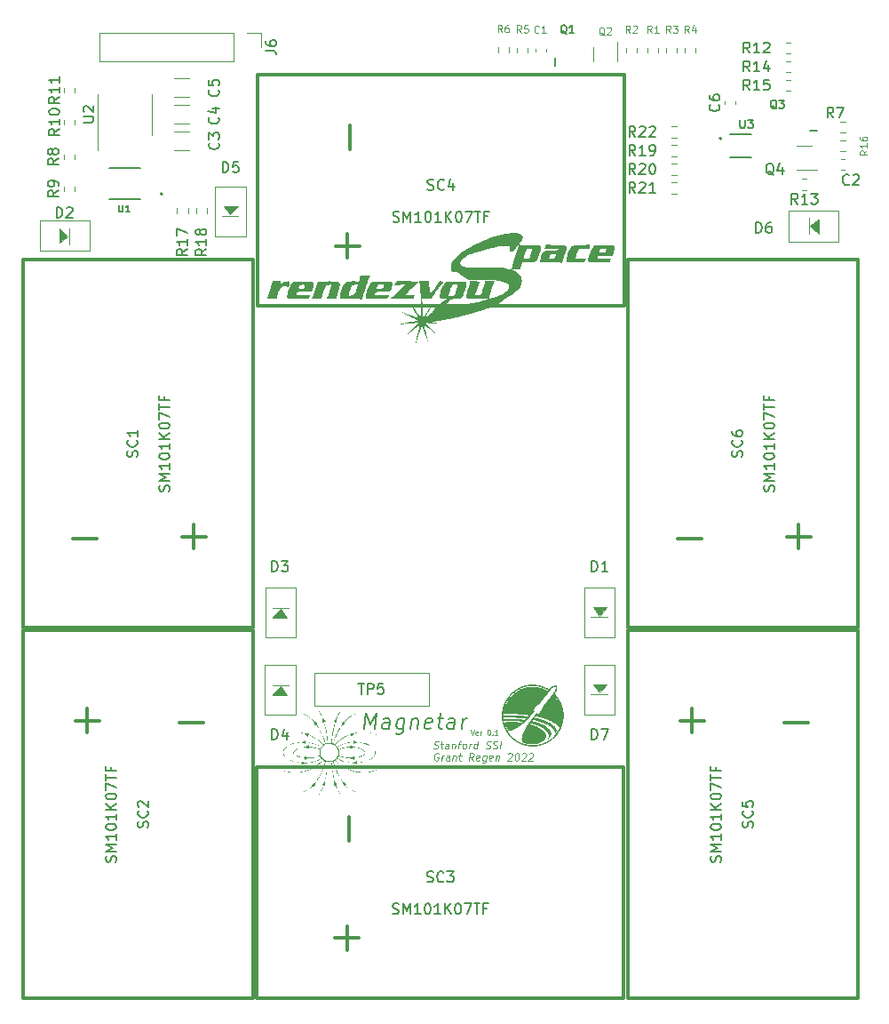
<source format=gbr>
%TF.GenerationSoftware,KiCad,Pcbnew,(6.0.5)*%
%TF.CreationDate,2022-08-19T15:51:03-07:00*%
%TF.ProjectId,X_Y_Panels,585f595f-5061-46e6-956c-732e6b696361,rev?*%
%TF.SameCoordinates,Original*%
%TF.FileFunction,Legend,Top*%
%TF.FilePolarity,Positive*%
%FSLAX46Y46*%
G04 Gerber Fmt 4.6, Leading zero omitted, Abs format (unit mm)*
G04 Created by KiCad (PCBNEW (6.0.5)) date 2022-08-19 15:51:03*
%MOMM*%
%LPD*%
G01*
G04 APERTURE LIST*
%ADD10C,0.100000*%
%ADD11C,0.200000*%
%ADD12C,0.150000*%
%ADD13C,0.300000*%
%ADD14C,0.127000*%
%ADD15C,0.120000*%
G04 APERTURE END LIST*
D10*
X145108571Y-110016190D02*
X145275238Y-110516190D01*
X145441904Y-110016190D01*
X145799047Y-110492380D02*
X145751428Y-110516190D01*
X145656190Y-110516190D01*
X145608571Y-110492380D01*
X145584761Y-110444761D01*
X145584761Y-110254285D01*
X145608571Y-110206666D01*
X145656190Y-110182857D01*
X145751428Y-110182857D01*
X145799047Y-110206666D01*
X145822857Y-110254285D01*
X145822857Y-110301904D01*
X145584761Y-110349523D01*
X146037142Y-110516190D02*
X146037142Y-110182857D01*
X146037142Y-110278095D02*
X146060952Y-110230476D01*
X146084761Y-110206666D01*
X146132380Y-110182857D01*
X146180000Y-110182857D01*
X146822857Y-110016190D02*
X146870476Y-110016190D01*
X146918095Y-110040000D01*
X146941904Y-110063809D01*
X146965714Y-110111428D01*
X146989523Y-110206666D01*
X146989523Y-110325714D01*
X146965714Y-110420952D01*
X146941904Y-110468571D01*
X146918095Y-110492380D01*
X146870476Y-110516190D01*
X146822857Y-110516190D01*
X146775238Y-110492380D01*
X146751428Y-110468571D01*
X146727619Y-110420952D01*
X146703809Y-110325714D01*
X146703809Y-110206666D01*
X146727619Y-110111428D01*
X146751428Y-110063809D01*
X146775238Y-110040000D01*
X146822857Y-110016190D01*
X147203809Y-110468571D02*
X147227619Y-110492380D01*
X147203809Y-110516190D01*
X147180000Y-110492380D01*
X147203809Y-110468571D01*
X147203809Y-110516190D01*
X147703809Y-110516190D02*
X147418095Y-110516190D01*
X147560952Y-110516190D02*
X147560952Y-110016190D01*
X147513333Y-110087619D01*
X147465714Y-110135238D01*
X147418095Y-110159047D01*
D11*
X134967991Y-109948571D02*
X135155491Y-108448571D01*
X135521562Y-109520000D01*
X136155491Y-108448571D01*
X135967991Y-109948571D01*
X137325133Y-109948571D02*
X137423348Y-109162857D01*
X137369776Y-109020000D01*
X137235848Y-108948571D01*
X136950133Y-108948571D01*
X136798348Y-109020000D01*
X137334062Y-109877142D02*
X137182276Y-109948571D01*
X136825133Y-109948571D01*
X136691205Y-109877142D01*
X136637633Y-109734285D01*
X136655491Y-109591428D01*
X136744776Y-109448571D01*
X136896562Y-109377142D01*
X137253705Y-109377142D01*
X137405491Y-109305714D01*
X138807276Y-108948571D02*
X138655491Y-110162857D01*
X138566205Y-110305714D01*
X138485848Y-110377142D01*
X138334062Y-110448571D01*
X138119776Y-110448571D01*
X137985848Y-110377142D01*
X138691205Y-109877142D02*
X138539419Y-109948571D01*
X138253705Y-109948571D01*
X138119776Y-109877142D01*
X138057276Y-109805714D01*
X138003705Y-109662857D01*
X138057276Y-109234285D01*
X138146562Y-109091428D01*
X138226919Y-109020000D01*
X138378705Y-108948571D01*
X138664419Y-108948571D01*
X138798348Y-109020000D01*
X139521562Y-108948571D02*
X139396562Y-109948571D01*
X139503705Y-109091428D02*
X139584062Y-109020000D01*
X139735848Y-108948571D01*
X139950133Y-108948571D01*
X140084062Y-109020000D01*
X140137633Y-109162857D01*
X140039419Y-109948571D01*
X141334062Y-109877142D02*
X141182276Y-109948571D01*
X140896562Y-109948571D01*
X140762633Y-109877142D01*
X140709062Y-109734285D01*
X140780491Y-109162857D01*
X140869776Y-109020000D01*
X141021562Y-108948571D01*
X141307276Y-108948571D01*
X141441205Y-109020000D01*
X141494776Y-109162857D01*
X141476919Y-109305714D01*
X140744776Y-109448571D01*
X141950133Y-108948571D02*
X142521562Y-108948571D01*
X142226919Y-108448571D02*
X142066205Y-109734285D01*
X142119776Y-109877142D01*
X142253705Y-109948571D01*
X142396562Y-109948571D01*
X143539419Y-109948571D02*
X143637633Y-109162857D01*
X143584062Y-109020000D01*
X143450133Y-108948571D01*
X143164419Y-108948571D01*
X143012633Y-109020000D01*
X143548348Y-109877142D02*
X143396562Y-109948571D01*
X143039419Y-109948571D01*
X142905491Y-109877142D01*
X142851919Y-109734285D01*
X142869776Y-109591428D01*
X142959062Y-109448571D01*
X143110848Y-109377142D01*
X143467991Y-109377142D01*
X143619776Y-109305714D01*
X144253705Y-109948571D02*
X144378705Y-108948571D01*
X144342991Y-109234285D02*
X144432276Y-109091428D01*
X144512633Y-109020000D01*
X144664419Y-108948571D01*
X144807276Y-108948571D01*
D10*
X141586666Y-111789833D02*
X141682500Y-111823166D01*
X141849166Y-111823166D01*
X141920000Y-111789833D01*
X141957500Y-111756500D01*
X141999166Y-111689833D01*
X142007500Y-111623166D01*
X141982500Y-111556500D01*
X141953333Y-111523166D01*
X141890833Y-111489833D01*
X141761666Y-111456500D01*
X141699166Y-111423166D01*
X141670000Y-111389833D01*
X141645000Y-111323166D01*
X141653333Y-111256500D01*
X141695000Y-111189833D01*
X141732500Y-111156500D01*
X141803333Y-111123166D01*
X141970000Y-111123166D01*
X142065833Y-111156500D01*
X142240833Y-111356500D02*
X142507500Y-111356500D01*
X142370000Y-111123166D02*
X142295000Y-111723166D01*
X142320000Y-111789833D01*
X142382500Y-111823166D01*
X142449166Y-111823166D01*
X142982500Y-111823166D02*
X143028333Y-111456500D01*
X143003333Y-111389833D01*
X142940833Y-111356500D01*
X142807500Y-111356500D01*
X142736666Y-111389833D01*
X142986666Y-111789833D02*
X142915833Y-111823166D01*
X142749166Y-111823166D01*
X142686666Y-111789833D01*
X142661666Y-111723166D01*
X142670000Y-111656500D01*
X142711666Y-111589833D01*
X142782500Y-111556500D01*
X142949166Y-111556500D01*
X143020000Y-111523166D01*
X143374166Y-111356500D02*
X143315833Y-111823166D01*
X143365833Y-111423166D02*
X143403333Y-111389833D01*
X143474166Y-111356500D01*
X143574166Y-111356500D01*
X143636666Y-111389833D01*
X143661666Y-111456500D01*
X143615833Y-111823166D01*
X143907500Y-111356500D02*
X144174166Y-111356500D01*
X143949166Y-111823166D02*
X144024166Y-111223166D01*
X144065833Y-111156500D01*
X144136666Y-111123166D01*
X144203333Y-111123166D01*
X144449166Y-111823166D02*
X144386666Y-111789833D01*
X144357500Y-111756500D01*
X144332500Y-111689833D01*
X144357500Y-111489833D01*
X144399166Y-111423166D01*
X144436666Y-111389833D01*
X144507500Y-111356500D01*
X144607500Y-111356500D01*
X144670000Y-111389833D01*
X144699166Y-111423166D01*
X144724166Y-111489833D01*
X144699166Y-111689833D01*
X144657500Y-111756500D01*
X144620000Y-111789833D01*
X144549166Y-111823166D01*
X144449166Y-111823166D01*
X144982500Y-111823166D02*
X145040833Y-111356500D01*
X145024166Y-111489833D02*
X145065833Y-111423166D01*
X145103333Y-111389833D01*
X145174166Y-111356500D01*
X145240833Y-111356500D01*
X145715833Y-111823166D02*
X145803333Y-111123166D01*
X145720000Y-111789833D02*
X145649166Y-111823166D01*
X145515833Y-111823166D01*
X145453333Y-111789833D01*
X145424166Y-111756500D01*
X145399166Y-111689833D01*
X145424166Y-111489833D01*
X145465833Y-111423166D01*
X145503333Y-111389833D01*
X145574166Y-111356500D01*
X145707500Y-111356500D01*
X145770000Y-111389833D01*
X146553333Y-111789833D02*
X146649166Y-111823166D01*
X146815833Y-111823166D01*
X146886666Y-111789833D01*
X146924166Y-111756500D01*
X146965833Y-111689833D01*
X146974166Y-111623166D01*
X146949166Y-111556500D01*
X146920000Y-111523166D01*
X146857500Y-111489833D01*
X146728333Y-111456500D01*
X146665833Y-111423166D01*
X146636666Y-111389833D01*
X146611666Y-111323166D01*
X146620000Y-111256500D01*
X146661666Y-111189833D01*
X146699166Y-111156500D01*
X146770000Y-111123166D01*
X146936666Y-111123166D01*
X147032500Y-111156500D01*
X147220000Y-111789833D02*
X147315833Y-111823166D01*
X147482500Y-111823166D01*
X147553333Y-111789833D01*
X147590833Y-111756500D01*
X147632500Y-111689833D01*
X147640833Y-111623166D01*
X147615833Y-111556500D01*
X147586666Y-111523166D01*
X147524166Y-111489833D01*
X147395000Y-111456500D01*
X147332500Y-111423166D01*
X147303333Y-111389833D01*
X147278333Y-111323166D01*
X147286666Y-111256500D01*
X147328333Y-111189833D01*
X147365833Y-111156500D01*
X147436666Y-111123166D01*
X147603333Y-111123166D01*
X147699166Y-111156500D01*
X147915833Y-111823166D02*
X148003333Y-111123166D01*
X142065833Y-112283500D02*
X142003333Y-112250166D01*
X141903333Y-112250166D01*
X141799166Y-112283500D01*
X141724166Y-112350166D01*
X141682500Y-112416833D01*
X141632500Y-112550166D01*
X141620000Y-112650166D01*
X141636666Y-112783500D01*
X141661666Y-112850166D01*
X141720000Y-112916833D01*
X141815833Y-112950166D01*
X141882500Y-112950166D01*
X141986666Y-112916833D01*
X142024166Y-112883500D01*
X142053333Y-112650166D01*
X141920000Y-112650166D01*
X142315833Y-112950166D02*
X142374166Y-112483500D01*
X142357500Y-112616833D02*
X142399166Y-112550166D01*
X142436666Y-112516833D01*
X142507500Y-112483500D01*
X142574166Y-112483500D01*
X143049166Y-112950166D02*
X143095000Y-112583500D01*
X143070000Y-112516833D01*
X143007500Y-112483500D01*
X142874166Y-112483500D01*
X142803333Y-112516833D01*
X143053333Y-112916833D02*
X142982500Y-112950166D01*
X142815833Y-112950166D01*
X142753333Y-112916833D01*
X142728333Y-112850166D01*
X142736666Y-112783500D01*
X142778333Y-112716833D01*
X142849166Y-112683500D01*
X143015833Y-112683500D01*
X143086666Y-112650166D01*
X143440833Y-112483500D02*
X143382500Y-112950166D01*
X143432500Y-112550166D02*
X143470000Y-112516833D01*
X143540833Y-112483500D01*
X143640833Y-112483500D01*
X143703333Y-112516833D01*
X143728333Y-112583500D01*
X143682500Y-112950166D01*
X143974166Y-112483500D02*
X144240833Y-112483500D01*
X144103333Y-112250166D02*
X144028333Y-112850166D01*
X144053333Y-112916833D01*
X144115833Y-112950166D01*
X144182500Y-112950166D01*
X145349166Y-112950166D02*
X145157500Y-112616833D01*
X144949166Y-112950166D02*
X145036666Y-112250166D01*
X145303333Y-112250166D01*
X145365833Y-112283500D01*
X145395000Y-112316833D01*
X145420000Y-112383500D01*
X145407500Y-112483500D01*
X145365833Y-112550166D01*
X145328333Y-112583500D01*
X145257500Y-112616833D01*
X144990833Y-112616833D01*
X145920000Y-112916833D02*
X145849166Y-112950166D01*
X145715833Y-112950166D01*
X145653333Y-112916833D01*
X145628333Y-112850166D01*
X145661666Y-112583500D01*
X145703333Y-112516833D01*
X145774166Y-112483500D01*
X145907500Y-112483500D01*
X145970000Y-112516833D01*
X145995000Y-112583500D01*
X145986666Y-112650166D01*
X145645000Y-112716833D01*
X146607500Y-112483500D02*
X146536666Y-113050166D01*
X146495000Y-113116833D01*
X146457500Y-113150166D01*
X146386666Y-113183500D01*
X146286666Y-113183500D01*
X146224166Y-113150166D01*
X146553333Y-112916833D02*
X146482500Y-112950166D01*
X146349166Y-112950166D01*
X146286666Y-112916833D01*
X146257500Y-112883500D01*
X146232500Y-112816833D01*
X146257500Y-112616833D01*
X146299166Y-112550166D01*
X146336666Y-112516833D01*
X146407500Y-112483500D01*
X146540833Y-112483500D01*
X146603333Y-112516833D01*
X147153333Y-112916833D02*
X147082500Y-112950166D01*
X146949166Y-112950166D01*
X146886666Y-112916833D01*
X146861666Y-112850166D01*
X146895000Y-112583500D01*
X146936666Y-112516833D01*
X147007500Y-112483500D01*
X147140833Y-112483500D01*
X147203333Y-112516833D01*
X147228333Y-112583500D01*
X147220000Y-112650166D01*
X146878333Y-112716833D01*
X147540833Y-112483500D02*
X147482500Y-112950166D01*
X147532500Y-112550166D02*
X147570000Y-112516833D01*
X147640833Y-112483500D01*
X147740833Y-112483500D01*
X147803333Y-112516833D01*
X147828333Y-112583500D01*
X147782500Y-112950166D01*
X148695000Y-112316833D02*
X148732500Y-112283500D01*
X148803333Y-112250166D01*
X148970000Y-112250166D01*
X149032500Y-112283500D01*
X149061666Y-112316833D01*
X149086666Y-112383500D01*
X149078333Y-112450166D01*
X149032500Y-112550166D01*
X148582500Y-112950166D01*
X149015833Y-112950166D01*
X149536666Y-112250166D02*
X149603333Y-112250166D01*
X149665833Y-112283500D01*
X149695000Y-112316833D01*
X149720000Y-112383500D01*
X149736666Y-112516833D01*
X149715833Y-112683500D01*
X149665833Y-112816833D01*
X149624166Y-112883500D01*
X149586666Y-112916833D01*
X149515833Y-112950166D01*
X149449166Y-112950166D01*
X149386666Y-112916833D01*
X149357500Y-112883500D01*
X149332500Y-112816833D01*
X149315833Y-112683500D01*
X149336666Y-112516833D01*
X149386666Y-112383500D01*
X149428333Y-112316833D01*
X149465833Y-112283500D01*
X149536666Y-112250166D01*
X150028333Y-112316833D02*
X150065833Y-112283500D01*
X150136666Y-112250166D01*
X150303333Y-112250166D01*
X150365833Y-112283500D01*
X150395000Y-112316833D01*
X150420000Y-112383500D01*
X150411666Y-112450166D01*
X150365833Y-112550166D01*
X149915833Y-112950166D01*
X150349166Y-112950166D01*
X150695000Y-112316833D02*
X150732500Y-112283500D01*
X150803333Y-112250166D01*
X150970000Y-112250166D01*
X151032500Y-112283500D01*
X151061666Y-112316833D01*
X151086666Y-112383500D01*
X151078333Y-112450166D01*
X151032500Y-112550166D01*
X150582500Y-112950166D01*
X151015833Y-112950166D01*
D12*
%TO.C,R14*%
X171715142Y-47328380D02*
X171381809Y-46852190D01*
X171143714Y-47328380D02*
X171143714Y-46328380D01*
X171524666Y-46328380D01*
X171619904Y-46376000D01*
X171667523Y-46423619D01*
X171715142Y-46518857D01*
X171715142Y-46661714D01*
X171667523Y-46756952D01*
X171619904Y-46804571D01*
X171524666Y-46852190D01*
X171143714Y-46852190D01*
X172667523Y-47328380D02*
X172096095Y-47328380D01*
X172381809Y-47328380D02*
X172381809Y-46328380D01*
X172286571Y-46471238D01*
X172191333Y-46566476D01*
X172096095Y-46614095D01*
X173524666Y-46661714D02*
X173524666Y-47328380D01*
X173286571Y-46280761D02*
X173048476Y-46995047D01*
X173667523Y-46995047D01*
%TO.C,R20*%
X160823142Y-57102380D02*
X160489809Y-56626190D01*
X160251714Y-57102380D02*
X160251714Y-56102380D01*
X160632666Y-56102380D01*
X160727904Y-56150000D01*
X160775523Y-56197619D01*
X160823142Y-56292857D01*
X160823142Y-56435714D01*
X160775523Y-56530952D01*
X160727904Y-56578571D01*
X160632666Y-56626190D01*
X160251714Y-56626190D01*
X161204095Y-56197619D02*
X161251714Y-56150000D01*
X161346952Y-56102380D01*
X161585047Y-56102380D01*
X161680285Y-56150000D01*
X161727904Y-56197619D01*
X161775523Y-56292857D01*
X161775523Y-56388095D01*
X161727904Y-56530952D01*
X161156476Y-57102380D01*
X161775523Y-57102380D01*
X162394571Y-56102380D02*
X162489809Y-56102380D01*
X162585047Y-56150000D01*
X162632666Y-56197619D01*
X162680285Y-56292857D01*
X162727904Y-56483333D01*
X162727904Y-56721428D01*
X162680285Y-56911904D01*
X162632666Y-57007142D01*
X162585047Y-57054761D01*
X162489809Y-57102380D01*
X162394571Y-57102380D01*
X162299333Y-57054761D01*
X162251714Y-57007142D01*
X162204095Y-56911904D01*
X162156476Y-56721428D01*
X162156476Y-56483333D01*
X162204095Y-56292857D01*
X162251714Y-56197619D01*
X162299333Y-56150000D01*
X162394571Y-56102380D01*
%TO.C,R11*%
X105903380Y-49740857D02*
X105427190Y-50074190D01*
X105903380Y-50312285D02*
X104903380Y-50312285D01*
X104903380Y-49931333D01*
X104951000Y-49836095D01*
X104998619Y-49788476D01*
X105093857Y-49740857D01*
X105236714Y-49740857D01*
X105331952Y-49788476D01*
X105379571Y-49836095D01*
X105427190Y-49931333D01*
X105427190Y-50312285D01*
X105903380Y-48788476D02*
X105903380Y-49359904D01*
X105903380Y-49074190D02*
X104903380Y-49074190D01*
X105046238Y-49169428D01*
X105141476Y-49264666D01*
X105189095Y-49359904D01*
X105903380Y-47836095D02*
X105903380Y-48407523D01*
X105903380Y-48121809D02*
X104903380Y-48121809D01*
X105046238Y-48217047D01*
X105141476Y-48312285D01*
X105189095Y-48407523D01*
%TO.C,C6*%
X168775142Y-50466666D02*
X168822761Y-50514285D01*
X168870380Y-50657142D01*
X168870380Y-50752380D01*
X168822761Y-50895238D01*
X168727523Y-50990476D01*
X168632285Y-51038095D01*
X168441809Y-51085714D01*
X168298952Y-51085714D01*
X168108476Y-51038095D01*
X168013238Y-50990476D01*
X167918000Y-50895238D01*
X167870380Y-50752380D01*
X167870380Y-50657142D01*
X167918000Y-50514285D01*
X167965619Y-50466666D01*
X167870380Y-49609523D02*
X167870380Y-49800000D01*
X167918000Y-49895238D01*
X167965619Y-49942857D01*
X168108476Y-50038095D01*
X168298952Y-50085714D01*
X168679904Y-50085714D01*
X168775142Y-50038095D01*
X168822761Y-49990476D01*
X168870380Y-49895238D01*
X168870380Y-49704761D01*
X168822761Y-49609523D01*
X168775142Y-49561904D01*
X168679904Y-49514285D01*
X168441809Y-49514285D01*
X168346571Y-49561904D01*
X168298952Y-49609523D01*
X168251333Y-49704761D01*
X168251333Y-49895238D01*
X168298952Y-49990476D01*
X168346571Y-50038095D01*
X168441809Y-50085714D01*
%TO.C,SC3*%
X140964095Y-124482761D02*
X141106952Y-124530380D01*
X141345047Y-124530380D01*
X141440285Y-124482761D01*
X141487904Y-124435142D01*
X141535523Y-124339904D01*
X141535523Y-124244666D01*
X141487904Y-124149428D01*
X141440285Y-124101809D01*
X141345047Y-124054190D01*
X141154571Y-124006571D01*
X141059333Y-123958952D01*
X141011714Y-123911333D01*
X140964095Y-123816095D01*
X140964095Y-123720857D01*
X141011714Y-123625619D01*
X141059333Y-123578000D01*
X141154571Y-123530380D01*
X141392666Y-123530380D01*
X141535523Y-123578000D01*
X142535523Y-124435142D02*
X142487904Y-124482761D01*
X142345047Y-124530380D01*
X142249809Y-124530380D01*
X142106952Y-124482761D01*
X142011714Y-124387523D01*
X141964095Y-124292285D01*
X141916476Y-124101809D01*
X141916476Y-123958952D01*
X141964095Y-123768476D01*
X142011714Y-123673238D01*
X142106952Y-123578000D01*
X142249809Y-123530380D01*
X142345047Y-123530380D01*
X142487904Y-123578000D01*
X142535523Y-123625619D01*
X142868857Y-123530380D02*
X143487904Y-123530380D01*
X143154571Y-123911333D01*
X143297428Y-123911333D01*
X143392666Y-123958952D01*
X143440285Y-124006571D01*
X143487904Y-124101809D01*
X143487904Y-124339904D01*
X143440285Y-124435142D01*
X143392666Y-124482761D01*
X143297428Y-124530380D01*
X143011714Y-124530380D01*
X142916476Y-124482761D01*
X142868857Y-124435142D01*
X137678380Y-127522761D02*
X137821238Y-127570380D01*
X138059333Y-127570380D01*
X138154571Y-127522761D01*
X138202190Y-127475142D01*
X138249809Y-127379904D01*
X138249809Y-127284666D01*
X138202190Y-127189428D01*
X138154571Y-127141809D01*
X138059333Y-127094190D01*
X137868857Y-127046571D01*
X137773619Y-126998952D01*
X137726000Y-126951333D01*
X137678380Y-126856095D01*
X137678380Y-126760857D01*
X137726000Y-126665619D01*
X137773619Y-126618000D01*
X137868857Y-126570380D01*
X138106952Y-126570380D01*
X138249809Y-126618000D01*
X138678380Y-127570380D02*
X138678380Y-126570380D01*
X139011714Y-127284666D01*
X139345047Y-126570380D01*
X139345047Y-127570380D01*
X140345047Y-127570380D02*
X139773619Y-127570380D01*
X140059333Y-127570380D02*
X140059333Y-126570380D01*
X139964095Y-126713238D01*
X139868857Y-126808476D01*
X139773619Y-126856095D01*
X140964095Y-126570380D02*
X141059333Y-126570380D01*
X141154571Y-126618000D01*
X141202190Y-126665619D01*
X141249809Y-126760857D01*
X141297428Y-126951333D01*
X141297428Y-127189428D01*
X141249809Y-127379904D01*
X141202190Y-127475142D01*
X141154571Y-127522761D01*
X141059333Y-127570380D01*
X140964095Y-127570380D01*
X140868857Y-127522761D01*
X140821238Y-127475142D01*
X140773619Y-127379904D01*
X140726000Y-127189428D01*
X140726000Y-126951333D01*
X140773619Y-126760857D01*
X140821238Y-126665619D01*
X140868857Y-126618000D01*
X140964095Y-126570380D01*
X142249809Y-127570380D02*
X141678380Y-127570380D01*
X141964095Y-127570380D02*
X141964095Y-126570380D01*
X141868857Y-126713238D01*
X141773619Y-126808476D01*
X141678380Y-126856095D01*
X142678380Y-127570380D02*
X142678380Y-126570380D01*
X143249809Y-127570380D02*
X142821238Y-126998952D01*
X143249809Y-126570380D02*
X142678380Y-127141809D01*
X143868857Y-126570380D02*
X143964095Y-126570380D01*
X144059333Y-126618000D01*
X144106952Y-126665619D01*
X144154571Y-126760857D01*
X144202190Y-126951333D01*
X144202190Y-127189428D01*
X144154571Y-127379904D01*
X144106952Y-127475142D01*
X144059333Y-127522761D01*
X143964095Y-127570380D01*
X143868857Y-127570380D01*
X143773619Y-127522761D01*
X143726000Y-127475142D01*
X143678380Y-127379904D01*
X143630761Y-127189428D01*
X143630761Y-126951333D01*
X143678380Y-126760857D01*
X143726000Y-126665619D01*
X143773619Y-126618000D01*
X143868857Y-126570380D01*
X144535523Y-126570380D02*
X145202190Y-126570380D01*
X144773619Y-127570380D01*
X145440285Y-126570380D02*
X146011714Y-126570380D01*
X145726000Y-127570380D02*
X145726000Y-126570380D01*
X146678380Y-127046571D02*
X146345047Y-127046571D01*
X146345047Y-127570380D02*
X146345047Y-126570380D01*
X146821238Y-126570380D01*
D13*
X132193142Y-129872285D02*
X134478857Y-129872285D01*
X133336000Y-131015142D02*
X133336000Y-128729428D01*
X133550285Y-120640857D02*
X133550285Y-118355142D01*
D12*
%TO.C,U3*%
X170794476Y-51917904D02*
X170794476Y-52565523D01*
X170832571Y-52641714D01*
X170870666Y-52679809D01*
X170946857Y-52717904D01*
X171099238Y-52717904D01*
X171175428Y-52679809D01*
X171213523Y-52641714D01*
X171251619Y-52565523D01*
X171251619Y-51917904D01*
X171556380Y-51917904D02*
X172051619Y-51917904D01*
X171784952Y-52222666D01*
X171899238Y-52222666D01*
X171975428Y-52260761D01*
X172013523Y-52298857D01*
X172051619Y-52375047D01*
X172051619Y-52565523D01*
X172013523Y-52641714D01*
X171975428Y-52679809D01*
X171899238Y-52717904D01*
X171670666Y-52717904D01*
X171594476Y-52679809D01*
X171556380Y-52641714D01*
D10*
%TO.C,R4*%
X165919333Y-43634666D02*
X165686000Y-43301333D01*
X165519333Y-43634666D02*
X165519333Y-42934666D01*
X165786000Y-42934666D01*
X165852666Y-42968000D01*
X165886000Y-43001333D01*
X165919333Y-43068000D01*
X165919333Y-43168000D01*
X165886000Y-43234666D01*
X165852666Y-43268000D01*
X165786000Y-43301333D01*
X165519333Y-43301333D01*
X166519333Y-43168000D02*
X166519333Y-43634666D01*
X166352666Y-42901333D02*
X166186000Y-43401333D01*
X166619333Y-43401333D01*
D12*
%TO.C,C5*%
X121038142Y-49064666D02*
X121085761Y-49112285D01*
X121133380Y-49255142D01*
X121133380Y-49350380D01*
X121085761Y-49493238D01*
X120990523Y-49588476D01*
X120895285Y-49636095D01*
X120704809Y-49683714D01*
X120561952Y-49683714D01*
X120371476Y-49636095D01*
X120276238Y-49588476D01*
X120181000Y-49493238D01*
X120133380Y-49350380D01*
X120133380Y-49255142D01*
X120181000Y-49112285D01*
X120228619Y-49064666D01*
X120133380Y-48159904D02*
X120133380Y-48636095D01*
X120609571Y-48683714D01*
X120561952Y-48636095D01*
X120514333Y-48540857D01*
X120514333Y-48302761D01*
X120561952Y-48207523D01*
X120609571Y-48159904D01*
X120704809Y-48112285D01*
X120942904Y-48112285D01*
X121038142Y-48159904D01*
X121085761Y-48207523D01*
X121133380Y-48302761D01*
X121133380Y-48540857D01*
X121085761Y-48636095D01*
X121038142Y-48683714D01*
%TO.C,C3*%
X121063142Y-54114666D02*
X121110761Y-54162285D01*
X121158380Y-54305142D01*
X121158380Y-54400380D01*
X121110761Y-54543238D01*
X121015523Y-54638476D01*
X120920285Y-54686095D01*
X120729809Y-54733714D01*
X120586952Y-54733714D01*
X120396476Y-54686095D01*
X120301238Y-54638476D01*
X120206000Y-54543238D01*
X120158380Y-54400380D01*
X120158380Y-54305142D01*
X120206000Y-54162285D01*
X120253619Y-54114666D01*
X120158380Y-53781333D02*
X120158380Y-53162285D01*
X120539333Y-53495619D01*
X120539333Y-53352761D01*
X120586952Y-53257523D01*
X120634571Y-53209904D01*
X120729809Y-53162285D01*
X120967904Y-53162285D01*
X121063142Y-53209904D01*
X121110761Y-53257523D01*
X121158380Y-53352761D01*
X121158380Y-53638476D01*
X121110761Y-53733714D01*
X121063142Y-53781333D01*
D14*
%TO.C,Q3*%
X174283428Y-50875285D02*
X174210857Y-50839000D01*
X174138285Y-50766428D01*
X174029428Y-50657571D01*
X173956857Y-50621285D01*
X173884285Y-50621285D01*
X173920571Y-50802714D02*
X173848000Y-50766428D01*
X173775428Y-50693857D01*
X173739142Y-50548714D01*
X173739142Y-50294714D01*
X173775428Y-50149571D01*
X173848000Y-50077000D01*
X173920571Y-50040714D01*
X174065714Y-50040714D01*
X174138285Y-50077000D01*
X174210857Y-50149571D01*
X174247142Y-50294714D01*
X174247142Y-50548714D01*
X174210857Y-50693857D01*
X174138285Y-50766428D01*
X174065714Y-50802714D01*
X173920571Y-50802714D01*
X174501142Y-50040714D02*
X174972857Y-50040714D01*
X174718857Y-50331000D01*
X174827714Y-50331000D01*
X174900285Y-50367285D01*
X174936571Y-50403571D01*
X174972857Y-50476142D01*
X174972857Y-50657571D01*
X174936571Y-50730142D01*
X174900285Y-50766428D01*
X174827714Y-50802714D01*
X174610000Y-50802714D01*
X174537428Y-50766428D01*
X174501142Y-50730142D01*
D12*
%TO.C,SC2*%
X114322761Y-119319904D02*
X114370380Y-119177047D01*
X114370380Y-118938952D01*
X114322761Y-118843714D01*
X114275142Y-118796095D01*
X114179904Y-118748476D01*
X114084666Y-118748476D01*
X113989428Y-118796095D01*
X113941809Y-118843714D01*
X113894190Y-118938952D01*
X113846571Y-119129428D01*
X113798952Y-119224666D01*
X113751333Y-119272285D01*
X113656095Y-119319904D01*
X113560857Y-119319904D01*
X113465619Y-119272285D01*
X113418000Y-119224666D01*
X113370380Y-119129428D01*
X113370380Y-118891333D01*
X113418000Y-118748476D01*
X114275142Y-117748476D02*
X114322761Y-117796095D01*
X114370380Y-117938952D01*
X114370380Y-118034190D01*
X114322761Y-118177047D01*
X114227523Y-118272285D01*
X114132285Y-118319904D01*
X113941809Y-118367523D01*
X113798952Y-118367523D01*
X113608476Y-118319904D01*
X113513238Y-118272285D01*
X113418000Y-118177047D01*
X113370380Y-118034190D01*
X113370380Y-117938952D01*
X113418000Y-117796095D01*
X113465619Y-117748476D01*
X113465619Y-117367523D02*
X113418000Y-117319904D01*
X113370380Y-117224666D01*
X113370380Y-116986571D01*
X113418000Y-116891333D01*
X113465619Y-116843714D01*
X113560857Y-116796095D01*
X113656095Y-116796095D01*
X113798952Y-116843714D01*
X114370380Y-117415142D01*
X114370380Y-116796095D01*
X111282761Y-122605619D02*
X111330380Y-122462761D01*
X111330380Y-122224666D01*
X111282761Y-122129428D01*
X111235142Y-122081809D01*
X111139904Y-122034190D01*
X111044666Y-122034190D01*
X110949428Y-122081809D01*
X110901809Y-122129428D01*
X110854190Y-122224666D01*
X110806571Y-122415142D01*
X110758952Y-122510380D01*
X110711333Y-122558000D01*
X110616095Y-122605619D01*
X110520857Y-122605619D01*
X110425619Y-122558000D01*
X110378000Y-122510380D01*
X110330380Y-122415142D01*
X110330380Y-122177047D01*
X110378000Y-122034190D01*
X111330380Y-121605619D02*
X110330380Y-121605619D01*
X111044666Y-121272285D01*
X110330380Y-120938952D01*
X111330380Y-120938952D01*
X111330380Y-119938952D02*
X111330380Y-120510380D01*
X111330380Y-120224666D02*
X110330380Y-120224666D01*
X110473238Y-120319904D01*
X110568476Y-120415142D01*
X110616095Y-120510380D01*
X110330380Y-119319904D02*
X110330380Y-119224666D01*
X110378000Y-119129428D01*
X110425619Y-119081809D01*
X110520857Y-119034190D01*
X110711333Y-118986571D01*
X110949428Y-118986571D01*
X111139904Y-119034190D01*
X111235142Y-119081809D01*
X111282761Y-119129428D01*
X111330380Y-119224666D01*
X111330380Y-119319904D01*
X111282761Y-119415142D01*
X111235142Y-119462761D01*
X111139904Y-119510380D01*
X110949428Y-119558000D01*
X110711333Y-119558000D01*
X110520857Y-119510380D01*
X110425619Y-119462761D01*
X110378000Y-119415142D01*
X110330380Y-119319904D01*
X111330380Y-118034190D02*
X111330380Y-118605619D01*
X111330380Y-118319904D02*
X110330380Y-118319904D01*
X110473238Y-118415142D01*
X110568476Y-118510380D01*
X110616095Y-118605619D01*
X111330380Y-117605619D02*
X110330380Y-117605619D01*
X111330380Y-117034190D02*
X110758952Y-117462761D01*
X110330380Y-117034190D02*
X110901809Y-117605619D01*
X110330380Y-116415142D02*
X110330380Y-116319904D01*
X110378000Y-116224666D01*
X110425619Y-116177047D01*
X110520857Y-116129428D01*
X110711333Y-116081809D01*
X110949428Y-116081809D01*
X111139904Y-116129428D01*
X111235142Y-116177047D01*
X111282761Y-116224666D01*
X111330380Y-116319904D01*
X111330380Y-116415142D01*
X111282761Y-116510380D01*
X111235142Y-116558000D01*
X111139904Y-116605619D01*
X110949428Y-116653238D01*
X110711333Y-116653238D01*
X110520857Y-116605619D01*
X110425619Y-116558000D01*
X110378000Y-116510380D01*
X110330380Y-116415142D01*
X110330380Y-115748476D02*
X110330380Y-115081809D01*
X111330380Y-115510380D01*
X110330380Y-114843714D02*
X110330380Y-114272285D01*
X111330380Y-114558000D02*
X110330380Y-114558000D01*
X110806571Y-113605619D02*
X110806571Y-113938952D01*
X111330380Y-113938952D02*
X110330380Y-113938952D01*
X110330380Y-113462761D01*
D13*
X117355142Y-109382285D02*
X119640857Y-109382285D01*
X108552285Y-110310857D02*
X108552285Y-108025142D01*
X109695142Y-109168000D02*
X107409428Y-109168000D01*
D12*
%TO.C,R12*%
X171715142Y-45550380D02*
X171381809Y-45074190D01*
X171143714Y-45550380D02*
X171143714Y-44550380D01*
X171524666Y-44550380D01*
X171619904Y-44598000D01*
X171667523Y-44645619D01*
X171715142Y-44740857D01*
X171715142Y-44883714D01*
X171667523Y-44978952D01*
X171619904Y-45026571D01*
X171524666Y-45074190D01*
X171143714Y-45074190D01*
X172667523Y-45550380D02*
X172096095Y-45550380D01*
X172381809Y-45550380D02*
X172381809Y-44550380D01*
X172286571Y-44693238D01*
X172191333Y-44788476D01*
X172096095Y-44836095D01*
X173048476Y-44645619D02*
X173096095Y-44598000D01*
X173191333Y-44550380D01*
X173429428Y-44550380D01*
X173524666Y-44598000D01*
X173572285Y-44645619D01*
X173619904Y-44740857D01*
X173619904Y-44836095D01*
X173572285Y-44978952D01*
X173000857Y-45550380D01*
X173619904Y-45550380D01*
D10*
%TO.C,R5*%
X149949333Y-43624666D02*
X149716000Y-43291333D01*
X149549333Y-43624666D02*
X149549333Y-42924666D01*
X149816000Y-42924666D01*
X149882666Y-42958000D01*
X149916000Y-42991333D01*
X149949333Y-43058000D01*
X149949333Y-43158000D01*
X149916000Y-43224666D01*
X149882666Y-43258000D01*
X149816000Y-43291333D01*
X149549333Y-43291333D01*
X150582666Y-42924666D02*
X150249333Y-42924666D01*
X150216000Y-43258000D01*
X150249333Y-43224666D01*
X150316000Y-43191333D01*
X150482666Y-43191333D01*
X150549333Y-43224666D01*
X150582666Y-43258000D01*
X150616000Y-43324666D01*
X150616000Y-43491333D01*
X150582666Y-43558000D01*
X150549333Y-43591333D01*
X150482666Y-43624666D01*
X150316000Y-43624666D01*
X150249333Y-43591333D01*
X150216000Y-43558000D01*
D12*
%TO.C,U2*%
X108178380Y-52162904D02*
X108987904Y-52162904D01*
X109083142Y-52115285D01*
X109130761Y-52067666D01*
X109178380Y-51972428D01*
X109178380Y-51781952D01*
X109130761Y-51686714D01*
X109083142Y-51639095D01*
X108987904Y-51591476D01*
X108178380Y-51591476D01*
X108273619Y-51162904D02*
X108226000Y-51115285D01*
X108178380Y-51020047D01*
X108178380Y-50781952D01*
X108226000Y-50686714D01*
X108273619Y-50639095D01*
X108368857Y-50591476D01*
X108464095Y-50591476D01*
X108606952Y-50639095D01*
X109178380Y-51210523D01*
X109178380Y-50591476D01*
D10*
%TO.C,R3*%
X164169333Y-43644666D02*
X163936000Y-43311333D01*
X163769333Y-43644666D02*
X163769333Y-42944666D01*
X164036000Y-42944666D01*
X164102666Y-42978000D01*
X164136000Y-43011333D01*
X164169333Y-43078000D01*
X164169333Y-43178000D01*
X164136000Y-43244666D01*
X164102666Y-43278000D01*
X164036000Y-43311333D01*
X163769333Y-43311333D01*
X164402666Y-42944666D02*
X164836000Y-42944666D01*
X164602666Y-43211333D01*
X164702666Y-43211333D01*
X164769333Y-43244666D01*
X164802666Y-43278000D01*
X164836000Y-43344666D01*
X164836000Y-43511333D01*
X164802666Y-43578000D01*
X164769333Y-43611333D01*
X164702666Y-43644666D01*
X164502666Y-43644666D01*
X164436000Y-43611333D01*
X164402666Y-43578000D01*
D12*
%TO.C,D6*%
X172317904Y-62700380D02*
X172317904Y-61700380D01*
X172556000Y-61700380D01*
X172698857Y-61748000D01*
X172794095Y-61843238D01*
X172841714Y-61938476D01*
X172889333Y-62128952D01*
X172889333Y-62271809D01*
X172841714Y-62462285D01*
X172794095Y-62557523D01*
X172698857Y-62652761D01*
X172556000Y-62700380D01*
X172317904Y-62700380D01*
X173746476Y-61700380D02*
X173556000Y-61700380D01*
X173460761Y-61748000D01*
X173413142Y-61795619D01*
X173317904Y-61938476D01*
X173270285Y-62128952D01*
X173270285Y-62509904D01*
X173317904Y-62605142D01*
X173365523Y-62652761D01*
X173460761Y-62700380D01*
X173651238Y-62700380D01*
X173746476Y-62652761D01*
X173794095Y-62605142D01*
X173841714Y-62509904D01*
X173841714Y-62271809D01*
X173794095Y-62176571D01*
X173746476Y-62128952D01*
X173651238Y-62081333D01*
X173460761Y-62081333D01*
X173365523Y-62128952D01*
X173317904Y-62176571D01*
X173270285Y-62271809D01*
%TO.C,D1*%
X156663904Y-94948380D02*
X156663904Y-93948380D01*
X156902000Y-93948380D01*
X157044857Y-93996000D01*
X157140095Y-94091238D01*
X157187714Y-94186476D01*
X157235333Y-94376952D01*
X157235333Y-94519809D01*
X157187714Y-94710285D01*
X157140095Y-94805523D01*
X157044857Y-94900761D01*
X156902000Y-94948380D01*
X156663904Y-94948380D01*
X158187714Y-94948380D02*
X157616285Y-94948380D01*
X157902000Y-94948380D02*
X157902000Y-93948380D01*
X157806761Y-94091238D01*
X157711523Y-94186476D01*
X157616285Y-94234095D01*
%TO.C,R10*%
X105903380Y-52788857D02*
X105427190Y-53122190D01*
X105903380Y-53360285D02*
X104903380Y-53360285D01*
X104903380Y-52979333D01*
X104951000Y-52884095D01*
X104998619Y-52836476D01*
X105093857Y-52788857D01*
X105236714Y-52788857D01*
X105331952Y-52836476D01*
X105379571Y-52884095D01*
X105427190Y-52979333D01*
X105427190Y-53360285D01*
X105903380Y-51836476D02*
X105903380Y-52407904D01*
X105903380Y-52122190D02*
X104903380Y-52122190D01*
X105046238Y-52217428D01*
X105141476Y-52312666D01*
X105189095Y-52407904D01*
X104903380Y-51217428D02*
X104903380Y-51122190D01*
X104951000Y-51026952D01*
X104998619Y-50979333D01*
X105093857Y-50931714D01*
X105284333Y-50884095D01*
X105522428Y-50884095D01*
X105712904Y-50931714D01*
X105808142Y-50979333D01*
X105855761Y-51026952D01*
X105903380Y-51122190D01*
X105903380Y-51217428D01*
X105855761Y-51312666D01*
X105808142Y-51360285D01*
X105712904Y-51407904D01*
X105522428Y-51455523D01*
X105284333Y-51455523D01*
X105093857Y-51407904D01*
X104998619Y-51360285D01*
X104951000Y-51312666D01*
X104903380Y-51217428D01*
%TO.C,C2*%
X181199333Y-58045142D02*
X181151714Y-58092761D01*
X181008857Y-58140380D01*
X180913619Y-58140380D01*
X180770761Y-58092761D01*
X180675523Y-57997523D01*
X180627904Y-57902285D01*
X180580285Y-57711809D01*
X180580285Y-57568952D01*
X180627904Y-57378476D01*
X180675523Y-57283238D01*
X180770761Y-57188000D01*
X180913619Y-57140380D01*
X181008857Y-57140380D01*
X181151714Y-57188000D01*
X181199333Y-57235619D01*
X181580285Y-57235619D02*
X181627904Y-57188000D01*
X181723142Y-57140380D01*
X181961238Y-57140380D01*
X182056476Y-57188000D01*
X182104095Y-57235619D01*
X182151714Y-57330857D01*
X182151714Y-57426095D01*
X182104095Y-57568952D01*
X181532666Y-58140380D01*
X182151714Y-58140380D01*
%TO.C,U1*%
X111606380Y-60060923D02*
X111606380Y-60579019D01*
X111636857Y-60639971D01*
X111667333Y-60670447D01*
X111728285Y-60700923D01*
X111850190Y-60700923D01*
X111911142Y-60670447D01*
X111941619Y-60639971D01*
X111972095Y-60579019D01*
X111972095Y-60060923D01*
X112612095Y-60700923D02*
X112246380Y-60700923D01*
X112429238Y-60700923D02*
X112429238Y-60060923D01*
X112368285Y-60152352D01*
X112307333Y-60213304D01*
X112246380Y-60243780D01*
%TO.C,C4*%
X121038142Y-51689666D02*
X121085761Y-51737285D01*
X121133380Y-51880142D01*
X121133380Y-51975380D01*
X121085761Y-52118238D01*
X120990523Y-52213476D01*
X120895285Y-52261095D01*
X120704809Y-52308714D01*
X120561952Y-52308714D01*
X120371476Y-52261095D01*
X120276238Y-52213476D01*
X120181000Y-52118238D01*
X120133380Y-51975380D01*
X120133380Y-51880142D01*
X120181000Y-51737285D01*
X120228619Y-51689666D01*
X120466714Y-50832523D02*
X121133380Y-50832523D01*
X120085761Y-51070619D02*
X120800047Y-51308714D01*
X120800047Y-50689666D01*
%TO.C,D2*%
X105637904Y-61260380D02*
X105637904Y-60260380D01*
X105876000Y-60260380D01*
X106018857Y-60308000D01*
X106114095Y-60403238D01*
X106161714Y-60498476D01*
X106209333Y-60688952D01*
X106209333Y-60831809D01*
X106161714Y-61022285D01*
X106114095Y-61117523D01*
X106018857Y-61212761D01*
X105876000Y-61260380D01*
X105637904Y-61260380D01*
X106590285Y-60355619D02*
X106637904Y-60308000D01*
X106733142Y-60260380D01*
X106971238Y-60260380D01*
X107066476Y-60308000D01*
X107114095Y-60355619D01*
X107161714Y-60450857D01*
X107161714Y-60546095D01*
X107114095Y-60688952D01*
X106542666Y-61260380D01*
X107161714Y-61260380D01*
%TO.C,R22*%
X160823142Y-53546380D02*
X160489809Y-53070190D01*
X160251714Y-53546380D02*
X160251714Y-52546380D01*
X160632666Y-52546380D01*
X160727904Y-52594000D01*
X160775523Y-52641619D01*
X160823142Y-52736857D01*
X160823142Y-52879714D01*
X160775523Y-52974952D01*
X160727904Y-53022571D01*
X160632666Y-53070190D01*
X160251714Y-53070190D01*
X161204095Y-52641619D02*
X161251714Y-52594000D01*
X161346952Y-52546380D01*
X161585047Y-52546380D01*
X161680285Y-52594000D01*
X161727904Y-52641619D01*
X161775523Y-52736857D01*
X161775523Y-52832095D01*
X161727904Y-52974952D01*
X161156476Y-53546380D01*
X161775523Y-53546380D01*
X162156476Y-52641619D02*
X162204095Y-52594000D01*
X162299333Y-52546380D01*
X162537428Y-52546380D01*
X162632666Y-52594000D01*
X162680285Y-52641619D01*
X162727904Y-52736857D01*
X162727904Y-52832095D01*
X162680285Y-52974952D01*
X162108857Y-53546380D01*
X162727904Y-53546380D01*
%TO.C,R7*%
X179689333Y-51720380D02*
X179356000Y-51244190D01*
X179117904Y-51720380D02*
X179117904Y-50720380D01*
X179498857Y-50720380D01*
X179594095Y-50768000D01*
X179641714Y-50815619D01*
X179689333Y-50910857D01*
X179689333Y-51053714D01*
X179641714Y-51148952D01*
X179594095Y-51196571D01*
X179498857Y-51244190D01*
X179117904Y-51244190D01*
X180022666Y-50720380D02*
X180689333Y-50720380D01*
X180260761Y-51720380D01*
%TO.C,J6*%
X125574380Y-45331330D02*
X126288666Y-45331330D01*
X126431523Y-45378949D01*
X126526761Y-45474187D01*
X126574380Y-45617044D01*
X126574380Y-45712282D01*
X125574380Y-44426568D02*
X125574380Y-44617044D01*
X125622000Y-44712282D01*
X125669619Y-44759901D01*
X125812476Y-44855139D01*
X126002952Y-44902758D01*
X126383904Y-44902758D01*
X126479142Y-44855139D01*
X126526761Y-44807520D01*
X126574380Y-44712282D01*
X126574380Y-44521806D01*
X126526761Y-44426568D01*
X126479142Y-44378949D01*
X126383904Y-44331330D01*
X126145809Y-44331330D01*
X126050571Y-44378949D01*
X126002952Y-44426568D01*
X125955333Y-44521806D01*
X125955333Y-44712282D01*
X126002952Y-44807520D01*
X126050571Y-44855139D01*
X126145809Y-44902758D01*
D10*
%TO.C,C1*%
X151619333Y-43598000D02*
X151586000Y-43631333D01*
X151486000Y-43664666D01*
X151419333Y-43664666D01*
X151319333Y-43631333D01*
X151252666Y-43564666D01*
X151219333Y-43498000D01*
X151186000Y-43364666D01*
X151186000Y-43264666D01*
X151219333Y-43131333D01*
X151252666Y-43064666D01*
X151319333Y-42998000D01*
X151419333Y-42964666D01*
X151486000Y-42964666D01*
X151586000Y-42998000D01*
X151619333Y-43031333D01*
X152286000Y-43664666D02*
X151886000Y-43664666D01*
X152086000Y-43664666D02*
X152086000Y-42964666D01*
X152019333Y-43064666D01*
X151952666Y-43131333D01*
X151886000Y-43164666D01*
D12*
%TO.C,R8*%
X105809380Y-55614666D02*
X105333190Y-55948000D01*
X105809380Y-56186095D02*
X104809380Y-56186095D01*
X104809380Y-55805142D01*
X104857000Y-55709904D01*
X104904619Y-55662285D01*
X104999857Y-55614666D01*
X105142714Y-55614666D01*
X105237952Y-55662285D01*
X105285571Y-55709904D01*
X105333190Y-55805142D01*
X105333190Y-56186095D01*
X105237952Y-55043238D02*
X105190333Y-55138476D01*
X105142714Y-55186095D01*
X105047476Y-55233714D01*
X104999857Y-55233714D01*
X104904619Y-55186095D01*
X104857000Y-55138476D01*
X104809380Y-55043238D01*
X104809380Y-54852761D01*
X104857000Y-54757523D01*
X104904619Y-54709904D01*
X104999857Y-54662285D01*
X105047476Y-54662285D01*
X105142714Y-54709904D01*
X105190333Y-54757523D01*
X105237952Y-54852761D01*
X105237952Y-55043238D01*
X105285571Y-55138476D01*
X105333190Y-55186095D01*
X105428428Y-55233714D01*
X105618904Y-55233714D01*
X105714142Y-55186095D01*
X105761761Y-55138476D01*
X105809380Y-55043238D01*
X105809380Y-54852761D01*
X105761761Y-54757523D01*
X105714142Y-54709904D01*
X105618904Y-54662285D01*
X105428428Y-54662285D01*
X105333190Y-54709904D01*
X105285571Y-54757523D01*
X105237952Y-54852761D01*
%TO.C,D3*%
X126183904Y-94948380D02*
X126183904Y-93948380D01*
X126422000Y-93948380D01*
X126564857Y-93996000D01*
X126660095Y-94091238D01*
X126707714Y-94186476D01*
X126755333Y-94376952D01*
X126755333Y-94519809D01*
X126707714Y-94710285D01*
X126660095Y-94805523D01*
X126564857Y-94900761D01*
X126422000Y-94948380D01*
X126183904Y-94948380D01*
X127088666Y-93948380D02*
X127707714Y-93948380D01*
X127374380Y-94329333D01*
X127517238Y-94329333D01*
X127612476Y-94376952D01*
X127660095Y-94424571D01*
X127707714Y-94519809D01*
X127707714Y-94757904D01*
X127660095Y-94853142D01*
X127612476Y-94900761D01*
X127517238Y-94948380D01*
X127231523Y-94948380D01*
X127136285Y-94900761D01*
X127088666Y-94853142D01*
%TO.C,R13*%
X176288142Y-59955380D02*
X175954809Y-59479190D01*
X175716714Y-59955380D02*
X175716714Y-58955380D01*
X176097666Y-58955380D01*
X176192904Y-59003000D01*
X176240523Y-59050619D01*
X176288142Y-59145857D01*
X176288142Y-59288714D01*
X176240523Y-59383952D01*
X176192904Y-59431571D01*
X176097666Y-59479190D01*
X175716714Y-59479190D01*
X177240523Y-59955380D02*
X176669095Y-59955380D01*
X176954809Y-59955380D02*
X176954809Y-58955380D01*
X176859571Y-59098238D01*
X176764333Y-59193476D01*
X176669095Y-59241095D01*
X177573857Y-58955380D02*
X178192904Y-58955380D01*
X177859571Y-59336333D01*
X178002428Y-59336333D01*
X178097666Y-59383952D01*
X178145285Y-59431571D01*
X178192904Y-59526809D01*
X178192904Y-59764904D01*
X178145285Y-59860142D01*
X178097666Y-59907761D01*
X178002428Y-59955380D01*
X177716714Y-59955380D01*
X177621476Y-59907761D01*
X177573857Y-59860142D01*
%TO.C,SC1*%
X113322761Y-84013904D02*
X113370380Y-83871047D01*
X113370380Y-83632952D01*
X113322761Y-83537714D01*
X113275142Y-83490095D01*
X113179904Y-83442476D01*
X113084666Y-83442476D01*
X112989428Y-83490095D01*
X112941809Y-83537714D01*
X112894190Y-83632952D01*
X112846571Y-83823428D01*
X112798952Y-83918666D01*
X112751333Y-83966285D01*
X112656095Y-84013904D01*
X112560857Y-84013904D01*
X112465619Y-83966285D01*
X112418000Y-83918666D01*
X112370380Y-83823428D01*
X112370380Y-83585333D01*
X112418000Y-83442476D01*
X113275142Y-82442476D02*
X113322761Y-82490095D01*
X113370380Y-82632952D01*
X113370380Y-82728190D01*
X113322761Y-82871047D01*
X113227523Y-82966285D01*
X113132285Y-83013904D01*
X112941809Y-83061523D01*
X112798952Y-83061523D01*
X112608476Y-83013904D01*
X112513238Y-82966285D01*
X112418000Y-82871047D01*
X112370380Y-82728190D01*
X112370380Y-82632952D01*
X112418000Y-82490095D01*
X112465619Y-82442476D01*
X113370380Y-81490095D02*
X113370380Y-82061523D01*
X113370380Y-81775809D02*
X112370380Y-81775809D01*
X112513238Y-81871047D01*
X112608476Y-81966285D01*
X112656095Y-82061523D01*
X116362761Y-87299619D02*
X116410380Y-87156761D01*
X116410380Y-86918666D01*
X116362761Y-86823428D01*
X116315142Y-86775809D01*
X116219904Y-86728190D01*
X116124666Y-86728190D01*
X116029428Y-86775809D01*
X115981809Y-86823428D01*
X115934190Y-86918666D01*
X115886571Y-87109142D01*
X115838952Y-87204380D01*
X115791333Y-87252000D01*
X115696095Y-87299619D01*
X115600857Y-87299619D01*
X115505619Y-87252000D01*
X115458000Y-87204380D01*
X115410380Y-87109142D01*
X115410380Y-86871047D01*
X115458000Y-86728190D01*
X116410380Y-86299619D02*
X115410380Y-86299619D01*
X116124666Y-85966285D01*
X115410380Y-85632952D01*
X116410380Y-85632952D01*
X116410380Y-84632952D02*
X116410380Y-85204380D01*
X116410380Y-84918666D02*
X115410380Y-84918666D01*
X115553238Y-85013904D01*
X115648476Y-85109142D01*
X115696095Y-85204380D01*
X115410380Y-84013904D02*
X115410380Y-83918666D01*
X115458000Y-83823428D01*
X115505619Y-83775809D01*
X115600857Y-83728190D01*
X115791333Y-83680571D01*
X116029428Y-83680571D01*
X116219904Y-83728190D01*
X116315142Y-83775809D01*
X116362761Y-83823428D01*
X116410380Y-83918666D01*
X116410380Y-84013904D01*
X116362761Y-84109142D01*
X116315142Y-84156761D01*
X116219904Y-84204380D01*
X116029428Y-84252000D01*
X115791333Y-84252000D01*
X115600857Y-84204380D01*
X115505619Y-84156761D01*
X115458000Y-84109142D01*
X115410380Y-84013904D01*
X116410380Y-82728190D02*
X116410380Y-83299619D01*
X116410380Y-83013904D02*
X115410380Y-83013904D01*
X115553238Y-83109142D01*
X115648476Y-83204380D01*
X115696095Y-83299619D01*
X116410380Y-82299619D02*
X115410380Y-82299619D01*
X116410380Y-81728190D02*
X115838952Y-82156761D01*
X115410380Y-81728190D02*
X115981809Y-82299619D01*
X115410380Y-81109142D02*
X115410380Y-81013904D01*
X115458000Y-80918666D01*
X115505619Y-80871047D01*
X115600857Y-80823428D01*
X115791333Y-80775809D01*
X116029428Y-80775809D01*
X116219904Y-80823428D01*
X116315142Y-80871047D01*
X116362761Y-80918666D01*
X116410380Y-81013904D01*
X116410380Y-81109142D01*
X116362761Y-81204380D01*
X116315142Y-81252000D01*
X116219904Y-81299619D01*
X116029428Y-81347238D01*
X115791333Y-81347238D01*
X115600857Y-81299619D01*
X115505619Y-81252000D01*
X115458000Y-81204380D01*
X115410380Y-81109142D01*
X115410380Y-80442476D02*
X115410380Y-79775809D01*
X116410380Y-80204380D01*
X115410380Y-79537714D02*
X115410380Y-78966285D01*
X116410380Y-79252000D02*
X115410380Y-79252000D01*
X115886571Y-78299619D02*
X115886571Y-78632952D01*
X116410380Y-78632952D02*
X115410380Y-78632952D01*
X115410380Y-78156761D01*
D13*
X107195142Y-91856285D02*
X109480857Y-91856285D01*
X118712285Y-92784857D02*
X118712285Y-90499142D01*
X119855142Y-91642000D02*
X117569428Y-91642000D01*
D12*
%TO.C,R17*%
X118108380Y-64225857D02*
X117632190Y-64559190D01*
X118108380Y-64797285D02*
X117108380Y-64797285D01*
X117108380Y-64416333D01*
X117156000Y-64321095D01*
X117203619Y-64273476D01*
X117298857Y-64225857D01*
X117441714Y-64225857D01*
X117536952Y-64273476D01*
X117584571Y-64321095D01*
X117632190Y-64416333D01*
X117632190Y-64797285D01*
X118108380Y-63273476D02*
X118108380Y-63844904D01*
X118108380Y-63559190D02*
X117108380Y-63559190D01*
X117251238Y-63654428D01*
X117346476Y-63749666D01*
X117394095Y-63844904D01*
X117108380Y-62940142D02*
X117108380Y-62273476D01*
X118108380Y-62702047D01*
%TO.C,Q4*%
X174020761Y-57175619D02*
X173925523Y-57128000D01*
X173830285Y-57032761D01*
X173687428Y-56889904D01*
X173592190Y-56842285D01*
X173496952Y-56842285D01*
X173544571Y-57080380D02*
X173449333Y-57032761D01*
X173354095Y-56937523D01*
X173306476Y-56747047D01*
X173306476Y-56413714D01*
X173354095Y-56223238D01*
X173449333Y-56128000D01*
X173544571Y-56080380D01*
X173735047Y-56080380D01*
X173830285Y-56128000D01*
X173925523Y-56223238D01*
X173973142Y-56413714D01*
X173973142Y-56747047D01*
X173925523Y-56937523D01*
X173830285Y-57032761D01*
X173735047Y-57080380D01*
X173544571Y-57080380D01*
X174830285Y-56413714D02*
X174830285Y-57080380D01*
X174592190Y-56032761D02*
X174354095Y-56747047D01*
X174973142Y-56747047D01*
%TO.C,SC5*%
X171980761Y-119319904D02*
X172028380Y-119177047D01*
X172028380Y-118938952D01*
X171980761Y-118843714D01*
X171933142Y-118796095D01*
X171837904Y-118748476D01*
X171742666Y-118748476D01*
X171647428Y-118796095D01*
X171599809Y-118843714D01*
X171552190Y-118938952D01*
X171504571Y-119129428D01*
X171456952Y-119224666D01*
X171409333Y-119272285D01*
X171314095Y-119319904D01*
X171218857Y-119319904D01*
X171123619Y-119272285D01*
X171076000Y-119224666D01*
X171028380Y-119129428D01*
X171028380Y-118891333D01*
X171076000Y-118748476D01*
X171933142Y-117748476D02*
X171980761Y-117796095D01*
X172028380Y-117938952D01*
X172028380Y-118034190D01*
X171980761Y-118177047D01*
X171885523Y-118272285D01*
X171790285Y-118319904D01*
X171599809Y-118367523D01*
X171456952Y-118367523D01*
X171266476Y-118319904D01*
X171171238Y-118272285D01*
X171076000Y-118177047D01*
X171028380Y-118034190D01*
X171028380Y-117938952D01*
X171076000Y-117796095D01*
X171123619Y-117748476D01*
X171028380Y-116843714D02*
X171028380Y-117319904D01*
X171504571Y-117367523D01*
X171456952Y-117319904D01*
X171409333Y-117224666D01*
X171409333Y-116986571D01*
X171456952Y-116891333D01*
X171504571Y-116843714D01*
X171599809Y-116796095D01*
X171837904Y-116796095D01*
X171933142Y-116843714D01*
X171980761Y-116891333D01*
X172028380Y-116986571D01*
X172028380Y-117224666D01*
X171980761Y-117319904D01*
X171933142Y-117367523D01*
X168940761Y-122605619D02*
X168988380Y-122462761D01*
X168988380Y-122224666D01*
X168940761Y-122129428D01*
X168893142Y-122081809D01*
X168797904Y-122034190D01*
X168702666Y-122034190D01*
X168607428Y-122081809D01*
X168559809Y-122129428D01*
X168512190Y-122224666D01*
X168464571Y-122415142D01*
X168416952Y-122510380D01*
X168369333Y-122558000D01*
X168274095Y-122605619D01*
X168178857Y-122605619D01*
X168083619Y-122558000D01*
X168036000Y-122510380D01*
X167988380Y-122415142D01*
X167988380Y-122177047D01*
X168036000Y-122034190D01*
X168988380Y-121605619D02*
X167988380Y-121605619D01*
X168702666Y-121272285D01*
X167988380Y-120938952D01*
X168988380Y-120938952D01*
X168988380Y-119938952D02*
X168988380Y-120510380D01*
X168988380Y-120224666D02*
X167988380Y-120224666D01*
X168131238Y-120319904D01*
X168226476Y-120415142D01*
X168274095Y-120510380D01*
X167988380Y-119319904D02*
X167988380Y-119224666D01*
X168036000Y-119129428D01*
X168083619Y-119081809D01*
X168178857Y-119034190D01*
X168369333Y-118986571D01*
X168607428Y-118986571D01*
X168797904Y-119034190D01*
X168893142Y-119081809D01*
X168940761Y-119129428D01*
X168988380Y-119224666D01*
X168988380Y-119319904D01*
X168940761Y-119415142D01*
X168893142Y-119462761D01*
X168797904Y-119510380D01*
X168607428Y-119558000D01*
X168369333Y-119558000D01*
X168178857Y-119510380D01*
X168083619Y-119462761D01*
X168036000Y-119415142D01*
X167988380Y-119319904D01*
X168988380Y-118034190D02*
X168988380Y-118605619D01*
X168988380Y-118319904D02*
X167988380Y-118319904D01*
X168131238Y-118415142D01*
X168226476Y-118510380D01*
X168274095Y-118605619D01*
X168988380Y-117605619D02*
X167988380Y-117605619D01*
X168988380Y-117034190D02*
X168416952Y-117462761D01*
X167988380Y-117034190D02*
X168559809Y-117605619D01*
X167988380Y-116415142D02*
X167988380Y-116319904D01*
X168036000Y-116224666D01*
X168083619Y-116177047D01*
X168178857Y-116129428D01*
X168369333Y-116081809D01*
X168607428Y-116081809D01*
X168797904Y-116129428D01*
X168893142Y-116177047D01*
X168940761Y-116224666D01*
X168988380Y-116319904D01*
X168988380Y-116415142D01*
X168940761Y-116510380D01*
X168893142Y-116558000D01*
X168797904Y-116605619D01*
X168607428Y-116653238D01*
X168369333Y-116653238D01*
X168178857Y-116605619D01*
X168083619Y-116558000D01*
X168036000Y-116510380D01*
X167988380Y-116415142D01*
X167988380Y-115748476D02*
X167988380Y-115081809D01*
X168988380Y-115510380D01*
X167988380Y-114843714D02*
X167988380Y-114272285D01*
X168988380Y-114558000D02*
X167988380Y-114558000D01*
X168464571Y-113605619D02*
X168464571Y-113938952D01*
X168988380Y-113938952D02*
X167988380Y-113938952D01*
X167988380Y-113462761D01*
D13*
X166210285Y-110310857D02*
X166210285Y-108025142D01*
X167353142Y-109168000D02*
X165067428Y-109168000D01*
X175013142Y-109382285D02*
X177298857Y-109382285D01*
D12*
%TO.C,R9*%
X105809380Y-58662666D02*
X105333190Y-58996000D01*
X105809380Y-59234095D02*
X104809380Y-59234095D01*
X104809380Y-58853142D01*
X104857000Y-58757904D01*
X104904619Y-58710285D01*
X104999857Y-58662666D01*
X105142714Y-58662666D01*
X105237952Y-58710285D01*
X105285571Y-58757904D01*
X105333190Y-58853142D01*
X105333190Y-59234095D01*
X105809380Y-58186476D02*
X105809380Y-57996000D01*
X105761761Y-57900761D01*
X105714142Y-57853142D01*
X105571285Y-57757904D01*
X105380809Y-57710285D01*
X104999857Y-57710285D01*
X104904619Y-57757904D01*
X104857000Y-57805523D01*
X104809380Y-57900761D01*
X104809380Y-58091238D01*
X104857000Y-58186476D01*
X104904619Y-58234095D01*
X104999857Y-58281714D01*
X105237952Y-58281714D01*
X105333190Y-58234095D01*
X105380809Y-58186476D01*
X105428428Y-58091238D01*
X105428428Y-57900761D01*
X105380809Y-57805523D01*
X105333190Y-57757904D01*
X105237952Y-57710285D01*
D10*
%TO.C,R16*%
X182922666Y-54848000D02*
X182589333Y-55081333D01*
X182922666Y-55248000D02*
X182222666Y-55248000D01*
X182222666Y-54981333D01*
X182256000Y-54914666D01*
X182289333Y-54881333D01*
X182356000Y-54848000D01*
X182456000Y-54848000D01*
X182522666Y-54881333D01*
X182556000Y-54914666D01*
X182589333Y-54981333D01*
X182589333Y-55248000D01*
X182922666Y-54181333D02*
X182922666Y-54581333D01*
X182922666Y-54381333D02*
X182222666Y-54381333D01*
X182322666Y-54448000D01*
X182389333Y-54514666D01*
X182422666Y-54581333D01*
X182222666Y-53581333D02*
X182222666Y-53714666D01*
X182256000Y-53781333D01*
X182289333Y-53814666D01*
X182389333Y-53881333D01*
X182522666Y-53914666D01*
X182789333Y-53914666D01*
X182856000Y-53881333D01*
X182889333Y-53848000D01*
X182922666Y-53781333D01*
X182922666Y-53648000D01*
X182889333Y-53581333D01*
X182856000Y-53548000D01*
X182789333Y-53514666D01*
X182622666Y-53514666D01*
X182556000Y-53548000D01*
X182522666Y-53581333D01*
X182489333Y-53648000D01*
X182489333Y-53781333D01*
X182522666Y-53848000D01*
X182556000Y-53881333D01*
X182622666Y-53914666D01*
%TO.C,Q2*%
X157879333Y-43881333D02*
X157812666Y-43848000D01*
X157746000Y-43781333D01*
X157646000Y-43681333D01*
X157579333Y-43648000D01*
X157512666Y-43648000D01*
X157546000Y-43814666D02*
X157479333Y-43781333D01*
X157412666Y-43714666D01*
X157379333Y-43581333D01*
X157379333Y-43348000D01*
X157412666Y-43214666D01*
X157479333Y-43148000D01*
X157546000Y-43114666D01*
X157679333Y-43114666D01*
X157746000Y-43148000D01*
X157812666Y-43214666D01*
X157846000Y-43348000D01*
X157846000Y-43581333D01*
X157812666Y-43714666D01*
X157746000Y-43781333D01*
X157679333Y-43814666D01*
X157546000Y-43814666D01*
X158112666Y-43181333D02*
X158146000Y-43148000D01*
X158212666Y-43114666D01*
X158379333Y-43114666D01*
X158446000Y-43148000D01*
X158479333Y-43181333D01*
X158512666Y-43248000D01*
X158512666Y-43314666D01*
X158479333Y-43414666D01*
X158079333Y-43814666D01*
X158512666Y-43814666D01*
D14*
%TO.C,Q1*%
X154283428Y-43735285D02*
X154210857Y-43699000D01*
X154138285Y-43626428D01*
X154029428Y-43517571D01*
X153956857Y-43481285D01*
X153884285Y-43481285D01*
X153920571Y-43662714D02*
X153848000Y-43626428D01*
X153775428Y-43553857D01*
X153739142Y-43408714D01*
X153739142Y-43154714D01*
X153775428Y-43009571D01*
X153848000Y-42937000D01*
X153920571Y-42900714D01*
X154065714Y-42900714D01*
X154138285Y-42937000D01*
X154210857Y-43009571D01*
X154247142Y-43154714D01*
X154247142Y-43408714D01*
X154210857Y-43553857D01*
X154138285Y-43626428D01*
X154065714Y-43662714D01*
X153920571Y-43662714D01*
X154972857Y-43662714D02*
X154537428Y-43662714D01*
X154755142Y-43662714D02*
X154755142Y-42900714D01*
X154682571Y-43009571D01*
X154610000Y-43082142D01*
X154537428Y-43118428D01*
D12*
%TO.C,R15*%
X171715142Y-49106380D02*
X171381809Y-48630190D01*
X171143714Y-49106380D02*
X171143714Y-48106380D01*
X171524666Y-48106380D01*
X171619904Y-48154000D01*
X171667523Y-48201619D01*
X171715142Y-48296857D01*
X171715142Y-48439714D01*
X171667523Y-48534952D01*
X171619904Y-48582571D01*
X171524666Y-48630190D01*
X171143714Y-48630190D01*
X172667523Y-49106380D02*
X172096095Y-49106380D01*
X172381809Y-49106380D02*
X172381809Y-48106380D01*
X172286571Y-48249238D01*
X172191333Y-48344476D01*
X172096095Y-48392095D01*
X173572285Y-48106380D02*
X173096095Y-48106380D01*
X173048476Y-48582571D01*
X173096095Y-48534952D01*
X173191333Y-48487333D01*
X173429428Y-48487333D01*
X173524666Y-48534952D01*
X173572285Y-48582571D01*
X173619904Y-48677809D01*
X173619904Y-48915904D01*
X173572285Y-49011142D01*
X173524666Y-49058761D01*
X173429428Y-49106380D01*
X173191333Y-49106380D01*
X173096095Y-49058761D01*
X173048476Y-49011142D01*
D10*
%TO.C,R2*%
X160309333Y-43644666D02*
X160076000Y-43311333D01*
X159909333Y-43644666D02*
X159909333Y-42944666D01*
X160176000Y-42944666D01*
X160242666Y-42978000D01*
X160276000Y-43011333D01*
X160309333Y-43078000D01*
X160309333Y-43178000D01*
X160276000Y-43244666D01*
X160242666Y-43278000D01*
X160176000Y-43311333D01*
X159909333Y-43311333D01*
X160576000Y-43011333D02*
X160609333Y-42978000D01*
X160676000Y-42944666D01*
X160842666Y-42944666D01*
X160909333Y-42978000D01*
X160942666Y-43011333D01*
X160976000Y-43078000D01*
X160976000Y-43144666D01*
X160942666Y-43244666D01*
X160542666Y-43644666D01*
X160976000Y-43644666D01*
D12*
%TO.C,R21*%
X160823142Y-58880380D02*
X160489809Y-58404190D01*
X160251714Y-58880380D02*
X160251714Y-57880380D01*
X160632666Y-57880380D01*
X160727904Y-57928000D01*
X160775523Y-57975619D01*
X160823142Y-58070857D01*
X160823142Y-58213714D01*
X160775523Y-58308952D01*
X160727904Y-58356571D01*
X160632666Y-58404190D01*
X160251714Y-58404190D01*
X161204095Y-57975619D02*
X161251714Y-57928000D01*
X161346952Y-57880380D01*
X161585047Y-57880380D01*
X161680285Y-57928000D01*
X161727904Y-57975619D01*
X161775523Y-58070857D01*
X161775523Y-58166095D01*
X161727904Y-58308952D01*
X161156476Y-58880380D01*
X161775523Y-58880380D01*
X162727904Y-58880380D02*
X162156476Y-58880380D01*
X162442190Y-58880380D02*
X162442190Y-57880380D01*
X162346952Y-58023238D01*
X162251714Y-58118476D01*
X162156476Y-58166095D01*
D10*
%TO.C,R6*%
X148109333Y-43594666D02*
X147876000Y-43261333D01*
X147709333Y-43594666D02*
X147709333Y-42894666D01*
X147976000Y-42894666D01*
X148042666Y-42928000D01*
X148076000Y-42961333D01*
X148109333Y-43028000D01*
X148109333Y-43128000D01*
X148076000Y-43194666D01*
X148042666Y-43228000D01*
X147976000Y-43261333D01*
X147709333Y-43261333D01*
X148709333Y-42894666D02*
X148576000Y-42894666D01*
X148509333Y-42928000D01*
X148476000Y-42961333D01*
X148409333Y-43061333D01*
X148376000Y-43194666D01*
X148376000Y-43461333D01*
X148409333Y-43528000D01*
X148442666Y-43561333D01*
X148509333Y-43594666D01*
X148642666Y-43594666D01*
X148709333Y-43561333D01*
X148742666Y-43528000D01*
X148776000Y-43461333D01*
X148776000Y-43294666D01*
X148742666Y-43228000D01*
X148709333Y-43194666D01*
X148642666Y-43161333D01*
X148509333Y-43161333D01*
X148442666Y-43194666D01*
X148409333Y-43228000D01*
X148376000Y-43294666D01*
D12*
%TO.C,D7*%
X156663904Y-110950380D02*
X156663904Y-109950380D01*
X156902000Y-109950380D01*
X157044857Y-109998000D01*
X157140095Y-110093238D01*
X157187714Y-110188476D01*
X157235333Y-110378952D01*
X157235333Y-110521809D01*
X157187714Y-110712285D01*
X157140095Y-110807523D01*
X157044857Y-110902761D01*
X156902000Y-110950380D01*
X156663904Y-110950380D01*
X157568666Y-109950380D02*
X158235333Y-109950380D01*
X157806761Y-110950380D01*
%TO.C,D4*%
X126183904Y-110950380D02*
X126183904Y-109950380D01*
X126422000Y-109950380D01*
X126564857Y-109998000D01*
X126660095Y-110093238D01*
X126707714Y-110188476D01*
X126755333Y-110378952D01*
X126755333Y-110521809D01*
X126707714Y-110712285D01*
X126660095Y-110807523D01*
X126564857Y-110902761D01*
X126422000Y-110950380D01*
X126183904Y-110950380D01*
X127612476Y-110283714D02*
X127612476Y-110950380D01*
X127374380Y-109902761D02*
X127136285Y-110617047D01*
X127755333Y-110617047D01*
%TO.C,SC4*%
X141014095Y-58562761D02*
X141156952Y-58610380D01*
X141395047Y-58610380D01*
X141490285Y-58562761D01*
X141537904Y-58515142D01*
X141585523Y-58419904D01*
X141585523Y-58324666D01*
X141537904Y-58229428D01*
X141490285Y-58181809D01*
X141395047Y-58134190D01*
X141204571Y-58086571D01*
X141109333Y-58038952D01*
X141061714Y-57991333D01*
X141014095Y-57896095D01*
X141014095Y-57800857D01*
X141061714Y-57705619D01*
X141109333Y-57658000D01*
X141204571Y-57610380D01*
X141442666Y-57610380D01*
X141585523Y-57658000D01*
X142585523Y-58515142D02*
X142537904Y-58562761D01*
X142395047Y-58610380D01*
X142299809Y-58610380D01*
X142156952Y-58562761D01*
X142061714Y-58467523D01*
X142014095Y-58372285D01*
X141966476Y-58181809D01*
X141966476Y-58038952D01*
X142014095Y-57848476D01*
X142061714Y-57753238D01*
X142156952Y-57658000D01*
X142299809Y-57610380D01*
X142395047Y-57610380D01*
X142537904Y-57658000D01*
X142585523Y-57705619D01*
X143442666Y-57943714D02*
X143442666Y-58610380D01*
X143204571Y-57562761D02*
X142966476Y-58277047D01*
X143585523Y-58277047D01*
X137728380Y-61602761D02*
X137871238Y-61650380D01*
X138109333Y-61650380D01*
X138204571Y-61602761D01*
X138252190Y-61555142D01*
X138299809Y-61459904D01*
X138299809Y-61364666D01*
X138252190Y-61269428D01*
X138204571Y-61221809D01*
X138109333Y-61174190D01*
X137918857Y-61126571D01*
X137823619Y-61078952D01*
X137776000Y-61031333D01*
X137728380Y-60936095D01*
X137728380Y-60840857D01*
X137776000Y-60745619D01*
X137823619Y-60698000D01*
X137918857Y-60650380D01*
X138156952Y-60650380D01*
X138299809Y-60698000D01*
X138728380Y-61650380D02*
X138728380Y-60650380D01*
X139061714Y-61364666D01*
X139395047Y-60650380D01*
X139395047Y-61650380D01*
X140395047Y-61650380D02*
X139823619Y-61650380D01*
X140109333Y-61650380D02*
X140109333Y-60650380D01*
X140014095Y-60793238D01*
X139918857Y-60888476D01*
X139823619Y-60936095D01*
X141014095Y-60650380D02*
X141109333Y-60650380D01*
X141204571Y-60698000D01*
X141252190Y-60745619D01*
X141299809Y-60840857D01*
X141347428Y-61031333D01*
X141347428Y-61269428D01*
X141299809Y-61459904D01*
X141252190Y-61555142D01*
X141204571Y-61602761D01*
X141109333Y-61650380D01*
X141014095Y-61650380D01*
X140918857Y-61602761D01*
X140871238Y-61555142D01*
X140823619Y-61459904D01*
X140776000Y-61269428D01*
X140776000Y-61031333D01*
X140823619Y-60840857D01*
X140871238Y-60745619D01*
X140918857Y-60698000D01*
X141014095Y-60650380D01*
X142299809Y-61650380D02*
X141728380Y-61650380D01*
X142014095Y-61650380D02*
X142014095Y-60650380D01*
X141918857Y-60793238D01*
X141823619Y-60888476D01*
X141728380Y-60936095D01*
X142728380Y-61650380D02*
X142728380Y-60650380D01*
X143299809Y-61650380D02*
X142871238Y-61078952D01*
X143299809Y-60650380D02*
X142728380Y-61221809D01*
X143918857Y-60650380D02*
X144014095Y-60650380D01*
X144109333Y-60698000D01*
X144156952Y-60745619D01*
X144204571Y-60840857D01*
X144252190Y-61031333D01*
X144252190Y-61269428D01*
X144204571Y-61459904D01*
X144156952Y-61555142D01*
X144109333Y-61602761D01*
X144014095Y-61650380D01*
X143918857Y-61650380D01*
X143823619Y-61602761D01*
X143776000Y-61555142D01*
X143728380Y-61459904D01*
X143680761Y-61269428D01*
X143680761Y-61031333D01*
X143728380Y-60840857D01*
X143776000Y-60745619D01*
X143823619Y-60698000D01*
X143918857Y-60650380D01*
X144585523Y-60650380D02*
X145252190Y-60650380D01*
X144823619Y-61650380D01*
X145490285Y-60650380D02*
X146061714Y-60650380D01*
X145776000Y-61650380D02*
X145776000Y-60650380D01*
X146728380Y-61126571D02*
X146395047Y-61126571D01*
X146395047Y-61650380D02*
X146395047Y-60650380D01*
X146871238Y-60650380D01*
D13*
X133600285Y-54720857D02*
X133600285Y-52435142D01*
X132243142Y-63952285D02*
X134528857Y-63952285D01*
X133386000Y-65095142D02*
X133386000Y-62809428D01*
D12*
%TO.C,R19*%
X160823142Y-55324380D02*
X160489809Y-54848190D01*
X160251714Y-55324380D02*
X160251714Y-54324380D01*
X160632666Y-54324380D01*
X160727904Y-54372000D01*
X160775523Y-54419619D01*
X160823142Y-54514857D01*
X160823142Y-54657714D01*
X160775523Y-54752952D01*
X160727904Y-54800571D01*
X160632666Y-54848190D01*
X160251714Y-54848190D01*
X161775523Y-55324380D02*
X161204095Y-55324380D01*
X161489809Y-55324380D02*
X161489809Y-54324380D01*
X161394571Y-54467238D01*
X161299333Y-54562476D01*
X161204095Y-54610095D01*
X162251714Y-55324380D02*
X162442190Y-55324380D01*
X162537428Y-55276761D01*
X162585047Y-55229142D01*
X162680285Y-55086285D01*
X162727904Y-54895809D01*
X162727904Y-54514857D01*
X162680285Y-54419619D01*
X162632666Y-54372000D01*
X162537428Y-54324380D01*
X162346952Y-54324380D01*
X162251714Y-54372000D01*
X162204095Y-54419619D01*
X162156476Y-54514857D01*
X162156476Y-54752952D01*
X162204095Y-54848190D01*
X162251714Y-54895809D01*
X162346952Y-54943428D01*
X162537428Y-54943428D01*
X162632666Y-54895809D01*
X162680285Y-54848190D01*
X162727904Y-54752952D01*
D10*
%TO.C,R1*%
X162379333Y-43644666D02*
X162146000Y-43311333D01*
X161979333Y-43644666D02*
X161979333Y-42944666D01*
X162246000Y-42944666D01*
X162312666Y-42978000D01*
X162346000Y-43011333D01*
X162379333Y-43078000D01*
X162379333Y-43178000D01*
X162346000Y-43244666D01*
X162312666Y-43278000D01*
X162246000Y-43311333D01*
X161979333Y-43311333D01*
X163046000Y-43644666D02*
X162646000Y-43644666D01*
X162846000Y-43644666D02*
X162846000Y-42944666D01*
X162779333Y-43044666D01*
X162712666Y-43111333D01*
X162646000Y-43144666D01*
D12*
%TO.C,R18*%
X119908380Y-64225857D02*
X119432190Y-64559190D01*
X119908380Y-64797285D02*
X118908380Y-64797285D01*
X118908380Y-64416333D01*
X118956000Y-64321095D01*
X119003619Y-64273476D01*
X119098857Y-64225857D01*
X119241714Y-64225857D01*
X119336952Y-64273476D01*
X119384571Y-64321095D01*
X119432190Y-64416333D01*
X119432190Y-64797285D01*
X119908380Y-63273476D02*
X119908380Y-63844904D01*
X119908380Y-63559190D02*
X118908380Y-63559190D01*
X119051238Y-63654428D01*
X119146476Y-63749666D01*
X119194095Y-63844904D01*
X119336952Y-62702047D02*
X119289333Y-62797285D01*
X119241714Y-62844904D01*
X119146476Y-62892523D01*
X119098857Y-62892523D01*
X119003619Y-62844904D01*
X118956000Y-62797285D01*
X118908380Y-62702047D01*
X118908380Y-62511571D01*
X118956000Y-62416333D01*
X119003619Y-62368714D01*
X119098857Y-62321095D01*
X119146476Y-62321095D01*
X119241714Y-62368714D01*
X119289333Y-62416333D01*
X119336952Y-62511571D01*
X119336952Y-62702047D01*
X119384571Y-62797285D01*
X119432190Y-62844904D01*
X119527428Y-62892523D01*
X119717904Y-62892523D01*
X119813142Y-62844904D01*
X119860761Y-62797285D01*
X119908380Y-62702047D01*
X119908380Y-62511571D01*
X119860761Y-62416333D01*
X119813142Y-62368714D01*
X119717904Y-62321095D01*
X119527428Y-62321095D01*
X119432190Y-62368714D01*
X119384571Y-62416333D01*
X119336952Y-62511571D01*
%TO.C,TP5*%
X134396095Y-105620378D02*
X134967523Y-105620378D01*
X134681809Y-106620378D02*
X134681809Y-105620378D01*
X135300857Y-106620378D02*
X135300857Y-105620378D01*
X135681809Y-105620378D01*
X135777047Y-105667998D01*
X135824666Y-105715617D01*
X135872285Y-105810855D01*
X135872285Y-105953712D01*
X135824666Y-106048950D01*
X135777047Y-106096569D01*
X135681809Y-106144188D01*
X135300857Y-106144188D01*
X136777047Y-105620378D02*
X136300857Y-105620378D01*
X136253238Y-106096569D01*
X136300857Y-106048950D01*
X136396095Y-106001331D01*
X136634190Y-106001331D01*
X136729428Y-106048950D01*
X136777047Y-106096569D01*
X136824666Y-106191807D01*
X136824666Y-106429902D01*
X136777047Y-106525140D01*
X136729428Y-106572759D01*
X136634190Y-106620378D01*
X136396095Y-106620378D01*
X136300857Y-106572759D01*
X136253238Y-106525140D01*
%TO.C,D5*%
X121477904Y-56920380D02*
X121477904Y-55920380D01*
X121716000Y-55920380D01*
X121858857Y-55968000D01*
X121954095Y-56063238D01*
X122001714Y-56158476D01*
X122049333Y-56348952D01*
X122049333Y-56491809D01*
X122001714Y-56682285D01*
X121954095Y-56777523D01*
X121858857Y-56872761D01*
X121716000Y-56920380D01*
X121477904Y-56920380D01*
X122954095Y-55920380D02*
X122477904Y-55920380D01*
X122430285Y-56396571D01*
X122477904Y-56348952D01*
X122573142Y-56301333D01*
X122811238Y-56301333D01*
X122906476Y-56348952D01*
X122954095Y-56396571D01*
X123001714Y-56491809D01*
X123001714Y-56729904D01*
X122954095Y-56825142D01*
X122906476Y-56872761D01*
X122811238Y-56920380D01*
X122573142Y-56920380D01*
X122477904Y-56872761D01*
X122430285Y-56825142D01*
%TO.C,SC6*%
X170980761Y-84013904D02*
X171028380Y-83871047D01*
X171028380Y-83632952D01*
X170980761Y-83537714D01*
X170933142Y-83490095D01*
X170837904Y-83442476D01*
X170742666Y-83442476D01*
X170647428Y-83490095D01*
X170599809Y-83537714D01*
X170552190Y-83632952D01*
X170504571Y-83823428D01*
X170456952Y-83918666D01*
X170409333Y-83966285D01*
X170314095Y-84013904D01*
X170218857Y-84013904D01*
X170123619Y-83966285D01*
X170076000Y-83918666D01*
X170028380Y-83823428D01*
X170028380Y-83585333D01*
X170076000Y-83442476D01*
X170933142Y-82442476D02*
X170980761Y-82490095D01*
X171028380Y-82632952D01*
X171028380Y-82728190D01*
X170980761Y-82871047D01*
X170885523Y-82966285D01*
X170790285Y-83013904D01*
X170599809Y-83061523D01*
X170456952Y-83061523D01*
X170266476Y-83013904D01*
X170171238Y-82966285D01*
X170076000Y-82871047D01*
X170028380Y-82728190D01*
X170028380Y-82632952D01*
X170076000Y-82490095D01*
X170123619Y-82442476D01*
X170028380Y-81585333D02*
X170028380Y-81775809D01*
X170076000Y-81871047D01*
X170123619Y-81918666D01*
X170266476Y-82013904D01*
X170456952Y-82061523D01*
X170837904Y-82061523D01*
X170933142Y-82013904D01*
X170980761Y-81966285D01*
X171028380Y-81871047D01*
X171028380Y-81680571D01*
X170980761Y-81585333D01*
X170933142Y-81537714D01*
X170837904Y-81490095D01*
X170599809Y-81490095D01*
X170504571Y-81537714D01*
X170456952Y-81585333D01*
X170409333Y-81680571D01*
X170409333Y-81871047D01*
X170456952Y-81966285D01*
X170504571Y-82013904D01*
X170599809Y-82061523D01*
X174020761Y-87299619D02*
X174068380Y-87156761D01*
X174068380Y-86918666D01*
X174020761Y-86823428D01*
X173973142Y-86775809D01*
X173877904Y-86728190D01*
X173782666Y-86728190D01*
X173687428Y-86775809D01*
X173639809Y-86823428D01*
X173592190Y-86918666D01*
X173544571Y-87109142D01*
X173496952Y-87204380D01*
X173449333Y-87252000D01*
X173354095Y-87299619D01*
X173258857Y-87299619D01*
X173163619Y-87252000D01*
X173116000Y-87204380D01*
X173068380Y-87109142D01*
X173068380Y-86871047D01*
X173116000Y-86728190D01*
X174068380Y-86299619D02*
X173068380Y-86299619D01*
X173782666Y-85966285D01*
X173068380Y-85632952D01*
X174068380Y-85632952D01*
X174068380Y-84632952D02*
X174068380Y-85204380D01*
X174068380Y-84918666D02*
X173068380Y-84918666D01*
X173211238Y-85013904D01*
X173306476Y-85109142D01*
X173354095Y-85204380D01*
X173068380Y-84013904D02*
X173068380Y-83918666D01*
X173116000Y-83823428D01*
X173163619Y-83775809D01*
X173258857Y-83728190D01*
X173449333Y-83680571D01*
X173687428Y-83680571D01*
X173877904Y-83728190D01*
X173973142Y-83775809D01*
X174020761Y-83823428D01*
X174068380Y-83918666D01*
X174068380Y-84013904D01*
X174020761Y-84109142D01*
X173973142Y-84156761D01*
X173877904Y-84204380D01*
X173687428Y-84252000D01*
X173449333Y-84252000D01*
X173258857Y-84204380D01*
X173163619Y-84156761D01*
X173116000Y-84109142D01*
X173068380Y-84013904D01*
X174068380Y-82728190D02*
X174068380Y-83299619D01*
X174068380Y-83013904D02*
X173068380Y-83013904D01*
X173211238Y-83109142D01*
X173306476Y-83204380D01*
X173354095Y-83299619D01*
X174068380Y-82299619D02*
X173068380Y-82299619D01*
X174068380Y-81728190D02*
X173496952Y-82156761D01*
X173068380Y-81728190D02*
X173639809Y-82299619D01*
X173068380Y-81109142D02*
X173068380Y-81013904D01*
X173116000Y-80918666D01*
X173163619Y-80871047D01*
X173258857Y-80823428D01*
X173449333Y-80775809D01*
X173687428Y-80775809D01*
X173877904Y-80823428D01*
X173973142Y-80871047D01*
X174020761Y-80918666D01*
X174068380Y-81013904D01*
X174068380Y-81109142D01*
X174020761Y-81204380D01*
X173973142Y-81252000D01*
X173877904Y-81299619D01*
X173687428Y-81347238D01*
X173449333Y-81347238D01*
X173258857Y-81299619D01*
X173163619Y-81252000D01*
X173116000Y-81204380D01*
X173068380Y-81109142D01*
X173068380Y-80442476D02*
X173068380Y-79775809D01*
X174068380Y-80204380D01*
X173068380Y-79537714D02*
X173068380Y-78966285D01*
X174068380Y-79252000D02*
X173068380Y-79252000D01*
X173544571Y-78299619D02*
X173544571Y-78632952D01*
X174068380Y-78632952D02*
X173068380Y-78632952D01*
X173068380Y-78156761D01*
D13*
X176370285Y-92784857D02*
X176370285Y-90499142D01*
X177513142Y-91642000D02*
X175227428Y-91642000D01*
X164853142Y-91856285D02*
X167138857Y-91856285D01*
%TO.C,REF\u002A\u002A*%
G36*
X127282438Y-111976221D02*
G01*
X127356627Y-111844712D01*
X127465272Y-111719768D01*
X127606753Y-111603297D01*
X127779450Y-111497205D01*
X127981743Y-111403398D01*
X128212010Y-111323782D01*
X128468634Y-111260263D01*
X128714349Y-111219279D01*
X128967063Y-111173886D01*
X129176779Y-111110996D01*
X129262217Y-111080515D01*
X129331152Y-111059062D01*
X129373771Y-111049535D01*
X129382335Y-111050312D01*
X129391453Y-111079444D01*
X129394445Y-111120625D01*
X129395891Y-111145899D01*
X129405287Y-111163506D01*
X129430219Y-111176025D01*
X129478273Y-111186039D01*
X129557037Y-111196128D01*
X129644445Y-111205686D01*
X129989239Y-111260970D01*
X130308319Y-111349655D01*
X130599440Y-111471056D01*
X130710270Y-111530170D01*
X130881652Y-111628016D01*
X130969841Y-111544049D01*
X131058031Y-111460083D01*
X130887349Y-111294454D01*
X130634971Y-111073163D01*
X130355240Y-110870080D01*
X130156993Y-110748230D01*
X130058541Y-110694442D01*
X129954463Y-110641410D01*
X129853888Y-110593360D01*
X129765943Y-110554518D01*
X129699757Y-110529109D01*
X129666653Y-110521218D01*
X129647522Y-110539817D01*
X129624555Y-110585300D01*
X129621804Y-110592358D01*
X129594975Y-110663499D01*
X129522488Y-110598238D01*
X129458534Y-110540247D01*
X129388375Y-110476054D01*
X129370210Y-110459322D01*
X129323857Y-110421987D01*
X129270891Y-110393449D01*
X129199740Y-110369017D01*
X129098834Y-110343998D01*
X129070210Y-110337670D01*
X128983337Y-110320276D01*
X128899254Y-110307479D01*
X128808611Y-110298600D01*
X128702057Y-110292963D01*
X128570242Y-110289888D01*
X128403816Y-110288699D01*
X128394445Y-110288677D01*
X128178021Y-110290825D01*
X127994571Y-110299393D01*
X127832882Y-110316009D01*
X127681740Y-110342303D01*
X127529935Y-110379903D01*
X127366251Y-110430440D01*
X127326236Y-110443897D01*
X127240238Y-110473109D01*
X127188003Y-110489944D01*
X127161140Y-110496120D01*
X127151257Y-110493355D01*
X127149964Y-110483370D01*
X127150000Y-110480000D01*
X127170334Y-110464029D01*
X127226202Y-110440174D01*
X127309904Y-110410858D01*
X127413737Y-110378501D01*
X127530001Y-110345526D01*
X127650995Y-110314356D01*
X127748141Y-110291884D01*
X127902639Y-110266941D01*
X128088474Y-110250728D01*
X128293412Y-110243216D01*
X128505217Y-110244373D01*
X128711653Y-110254168D01*
X128900485Y-110272571D01*
X129038889Y-110295138D01*
X129236640Y-110326848D01*
X129433054Y-110342244D01*
X129488889Y-110343217D01*
X129595903Y-110344810D01*
X129663992Y-110351152D01*
X129698616Y-110364710D01*
X129705234Y-110387948D01*
X129689308Y-110423332D01*
X129684297Y-110431452D01*
X129683192Y-110448683D01*
X129703402Y-110470623D01*
X129749942Y-110500549D01*
X129827829Y-110541734D01*
X129928690Y-110591048D01*
X130263610Y-110769744D01*
X130569197Y-110972378D01*
X130857499Y-111207330D01*
X130985155Y-111326176D01*
X131098089Y-111435347D01*
X131168776Y-111395314D01*
X131215449Y-111363327D01*
X131230248Y-111329940D01*
X131225109Y-111288556D01*
X131206633Y-111218406D01*
X131175662Y-111117401D01*
X131135840Y-110996136D01*
X131090814Y-110865202D01*
X131044229Y-110735192D01*
X130999731Y-110616698D01*
X130960965Y-110520312D01*
X130959556Y-110516998D01*
X130904625Y-110394690D01*
X130840241Y-110261975D01*
X130769731Y-110124659D01*
X130696422Y-109988548D01*
X130623642Y-109859451D01*
X130554718Y-109743173D01*
X130492976Y-109645522D01*
X130441745Y-109572305D01*
X130404352Y-109529329D01*
X130388499Y-109520342D01*
X130354939Y-109534023D01*
X130323447Y-109557628D01*
X130296752Y-109577320D01*
X130274963Y-109577734D01*
X130254317Y-109553495D01*
X130231049Y-109499224D01*
X130201394Y-109409547D01*
X130186944Y-109362702D01*
X130154947Y-109264895D01*
X130124765Y-109195733D01*
X130087875Y-109140594D01*
X130035756Y-109084861D01*
X130011518Y-109061736D01*
X129804659Y-108883822D01*
X129597151Y-108736916D01*
X129395129Y-108625065D01*
X129272222Y-108573987D01*
X129194626Y-108543587D01*
X129145564Y-108518734D01*
X129129774Y-108502341D01*
X129147321Y-108497225D01*
X129199777Y-108508114D01*
X129280127Y-108537696D01*
X129378417Y-108581349D01*
X129484693Y-108634447D01*
X129589001Y-108692367D01*
X129655562Y-108733333D01*
X129753724Y-108802494D01*
X129865270Y-108889703D01*
X129972726Y-108980991D01*
X130022229Y-109026426D01*
X130116652Y-109110814D01*
X130220818Y-109195352D01*
X130319019Y-109267626D01*
X130367622Y-109299381D01*
X130445431Y-109347421D01*
X130490474Y-109378874D01*
X130508126Y-109399987D01*
X130503764Y-109417006D01*
X130484288Y-109434941D01*
X130450391Y-109466670D01*
X130438889Y-109484219D01*
X130450275Y-109506943D01*
X130480933Y-109558169D01*
X130525618Y-109629295D01*
X130558854Y-109680829D01*
X130751239Y-110004682D01*
X130927834Y-110358332D01*
X131082354Y-110728125D01*
X131201560Y-111077260D01*
X131231113Y-111172283D01*
X131256746Y-111250146D01*
X131275401Y-111301837D01*
X131283396Y-111318409D01*
X131310325Y-111319603D01*
X131363116Y-111312979D01*
X131377778Y-111310373D01*
X131433762Y-111294806D01*
X131457377Y-111270015D01*
X131461111Y-111240965D01*
X131458201Y-111180058D01*
X131450148Y-111083998D01*
X131437970Y-110961686D01*
X131422686Y-110822021D01*
X131405313Y-110673905D01*
X131386871Y-110526237D01*
X131368376Y-110387919D01*
X131350846Y-110267852D01*
X131347032Y-110243588D01*
X131329345Y-110142178D01*
X131306033Y-110021798D01*
X131278896Y-109890410D01*
X131249735Y-109755974D01*
X131220350Y-109626451D01*
X131192541Y-109509801D01*
X131168110Y-109413985D01*
X131148856Y-109346964D01*
X131137750Y-109318323D01*
X131111065Y-109311354D01*
X131071436Y-109320467D01*
X131016667Y-109341308D01*
X131016463Y-109136123D01*
X131015722Y-109049360D01*
X131011562Y-108983211D01*
X131000777Y-108925594D01*
X130980158Y-108864426D01*
X130946497Y-108787623D01*
X130896589Y-108683104D01*
X130895742Y-108681350D01*
X130841948Y-108573543D01*
X130787189Y-108469908D01*
X130738246Y-108382947D01*
X130704915Y-108329480D01*
X130668454Y-108271791D01*
X130647805Y-108229748D01*
X130646221Y-108215572D01*
X130666620Y-108223287D01*
X130702624Y-108265509D01*
X130750651Y-108336620D01*
X130807117Y-108431005D01*
X130868438Y-108543047D01*
X130920302Y-108645118D01*
X131005184Y-108803096D01*
X131096564Y-108947395D01*
X131173811Y-109049749D01*
X131231713Y-109120825D01*
X131276651Y-109180226D01*
X131302135Y-109219167D01*
X131305556Y-109228153D01*
X131286372Y-109247520D01*
X131240012Y-109264307D01*
X131238013Y-109264756D01*
X131190250Y-109282893D01*
X131180225Y-109311046D01*
X131181592Y-109316567D01*
X131249330Y-109567157D01*
X131312812Y-109851561D01*
X131370187Y-110159175D01*
X131419601Y-110479394D01*
X131459202Y-110801613D01*
X131480500Y-111027671D01*
X131489016Y-111123386D01*
X131497327Y-111201072D01*
X131504311Y-111251023D01*
X131507862Y-111264344D01*
X131532702Y-111269283D01*
X131590426Y-111274863D01*
X131669510Y-111280014D01*
X131685957Y-111280854D01*
X131855247Y-111289124D01*
X131870141Y-111058557D01*
X131900474Y-110721784D01*
X131948131Y-110364273D01*
X132010133Y-110004854D01*
X132083499Y-109662360D01*
X132104690Y-109575947D01*
X132130486Y-109472725D01*
X132151732Y-109385627D01*
X132166320Y-109323455D01*
X132172138Y-109295010D01*
X132172163Y-109294541D01*
X132153567Y-109278154D01*
X132108212Y-109257741D01*
X132103147Y-109255934D01*
X132034071Y-109231833D01*
X132097591Y-109155651D01*
X132150416Y-109092059D01*
X132212250Y-109017299D01*
X132240559Y-108982961D01*
X132292864Y-108908529D01*
X132346270Y-108815452D01*
X132379808Y-108745147D01*
X132426684Y-108642519D01*
X132480687Y-108537186D01*
X132537588Y-108435930D01*
X132593157Y-108345534D01*
X132643167Y-108272777D01*
X132683388Y-108224443D01*
X132709592Y-108207311D01*
X132714014Y-108209196D01*
X132708639Y-108232126D01*
X132682327Y-108279499D01*
X132647434Y-108331525D01*
X132604203Y-108398820D01*
X132550594Y-108492381D01*
X132494556Y-108597949D01*
X132459285Y-108668977D01*
X132412050Y-108768522D01*
X132380867Y-108841756D01*
X132362402Y-108902395D01*
X132353324Y-108964155D01*
X132350300Y-109040756D01*
X132350000Y-109118820D01*
X132350000Y-109341308D01*
X132290733Y-109318755D01*
X132260677Y-109308899D01*
X132237465Y-109309368D01*
X132218146Y-109325872D01*
X132199771Y-109364122D01*
X132179390Y-109429832D01*
X132154053Y-109528711D01*
X132129190Y-109631551D01*
X132044680Y-110029524D01*
X131974587Y-110455457D01*
X131921150Y-110894528D01*
X131897729Y-111161974D01*
X131893179Y-111238807D01*
X131896182Y-111283163D01*
X131910110Y-111306850D01*
X131938337Y-111321678D01*
X131943960Y-111323848D01*
X131988119Y-111337046D01*
X132008714Y-111337292D01*
X132018070Y-111313909D01*
X132036932Y-111257175D01*
X132062274Y-111176421D01*
X132082820Y-111108693D01*
X132174304Y-110833586D01*
X132285312Y-110550062D01*
X132410388Y-110270024D01*
X132544073Y-110005376D01*
X132680910Y-109768020D01*
X132738539Y-109678539D01*
X132790500Y-109599373D01*
X132831536Y-109534059D01*
X132856289Y-109491285D01*
X132861111Y-109479786D01*
X132844429Y-109457646D01*
X132813256Y-109434406D01*
X132793034Y-109419178D01*
X132789834Y-109403537D01*
X132808745Y-109381840D01*
X132854856Y-109348447D01*
X132933256Y-109297717D01*
X132941034Y-109292767D01*
X133036492Y-109226215D01*
X133145243Y-109141422D01*
X133249851Y-109052284D01*
X133294445Y-109011106D01*
X133460764Y-108864787D01*
X133632742Y-108736676D01*
X133802779Y-108631479D01*
X133963274Y-108553902D01*
X134105556Y-108508875D01*
X134153278Y-108502810D01*
X134164136Y-108510313D01*
X134142111Y-108527413D01*
X134091182Y-108550138D01*
X134050000Y-108564320D01*
X133905677Y-108622631D01*
X133746038Y-108708835D01*
X133582533Y-108815313D01*
X133426612Y-108934446D01*
X133289724Y-109058613D01*
X133258314Y-109091156D01*
X133204807Y-109153149D01*
X133167045Y-109212388D01*
X133137411Y-109283941D01*
X133108290Y-109382873D01*
X133105451Y-109393570D01*
X133075383Y-109496196D01*
X133048698Y-109558334D01*
X133022448Y-109583526D01*
X132993688Y-109575314D01*
X132972222Y-109553705D01*
X132935949Y-109525520D01*
X132916903Y-109520342D01*
X132887807Y-109539365D01*
X132842698Y-109592579D01*
X132785068Y-109674205D01*
X132718407Y-109778462D01*
X132646207Y-109899572D01*
X132571957Y-110031754D01*
X132499149Y-110169228D01*
X132431274Y-110306214D01*
X132394825Y-110384756D01*
X132354297Y-110479309D01*
X132308255Y-110594300D01*
X132259433Y-110722025D01*
X132210564Y-110854782D01*
X132164382Y-110984869D01*
X132123621Y-111104583D01*
X132091012Y-111206221D01*
X132069291Y-111282080D01*
X132061190Y-111324459D01*
X132061186Y-111324921D01*
X132078298Y-111362163D01*
X132117920Y-111398541D01*
X132174728Y-111435796D01*
X132369592Y-111250967D01*
X132627074Y-111028869D01*
X132906292Y-110828251D01*
X133196299Y-110656271D01*
X133486149Y-110520085D01*
X133489613Y-110518685D01*
X133574768Y-110483090D01*
X133625630Y-110457150D01*
X133649666Y-110435293D01*
X133654344Y-110411947D01*
X133651702Y-110397758D01*
X133647784Y-110375030D01*
X133654734Y-110359961D01*
X133680098Y-110350423D01*
X133731421Y-110344288D01*
X133816249Y-110339429D01*
X133866751Y-110337120D01*
X133991298Y-110328057D01*
X134125856Y-110312752D01*
X134247340Y-110293987D01*
X134283334Y-110286939D01*
X134408865Y-110267522D01*
X134566724Y-110253924D01*
X134745173Y-110246176D01*
X134932472Y-110244313D01*
X135116884Y-110248366D01*
X135286669Y-110258368D01*
X135430089Y-110274353D01*
X135483334Y-110283594D01*
X135588878Y-110307067D01*
X135703665Y-110336228D01*
X135819109Y-110368453D01*
X135926623Y-110401122D01*
X136017620Y-110431613D01*
X136083516Y-110457304D01*
X136115724Y-110475573D01*
X136116850Y-110477031D01*
X136122955Y-110492536D01*
X136111206Y-110496633D01*
X136075022Y-110488060D01*
X136007817Y-110465553D01*
X135950884Y-110445204D01*
X135785330Y-110390145D01*
X135627183Y-110348676D01*
X135465949Y-110319250D01*
X135291136Y-110300319D01*
X135092250Y-110290334D01*
X134883334Y-110287718D01*
X134705399Y-110288754D01*
X134563846Y-110292157D01*
X134450653Y-110298424D01*
X134357796Y-110308049D01*
X134277254Y-110321527D01*
X134253367Y-110326602D01*
X134168463Y-110347272D01*
X134104795Y-110369716D01*
X134048511Y-110401502D01*
X133985762Y-110450195D01*
X133917522Y-110510058D01*
X133847686Y-110571701D01*
X133790731Y-110620258D01*
X133754318Y-110649294D01*
X133745450Y-110654668D01*
X133733117Y-110635583D01*
X133715101Y-110587828D01*
X133708694Y-110567414D01*
X133682575Y-110480160D01*
X133544065Y-110536017D01*
X133356949Y-110619791D01*
X133156121Y-110723904D01*
X132960163Y-110838130D01*
X132787698Y-110952217D01*
X132707623Y-111012143D01*
X132617437Y-111083849D01*
X132523474Y-111161777D01*
X132432071Y-111240368D01*
X132349564Y-111314065D01*
X132282288Y-111377311D01*
X132236580Y-111424546D01*
X132218774Y-111450214D01*
X132218760Y-111451301D01*
X132235320Y-111473118D01*
X132275951Y-111513741D01*
X132316736Y-111550915D01*
X132412619Y-111635341D01*
X132536102Y-111556281D01*
X132724391Y-111453910D01*
X132946745Y-111364048D01*
X133193834Y-111289605D01*
X133456325Y-111233488D01*
X133664861Y-111204406D01*
X133903435Y-111179028D01*
X133910051Y-111107763D01*
X133916667Y-111036499D01*
X134116667Y-111110412D01*
X134339306Y-111175887D01*
X134583334Y-111219344D01*
X134865761Y-111267839D01*
X135121373Y-111334396D01*
X135348884Y-111417004D01*
X135547008Y-111513654D01*
X135714461Y-111622333D01*
X135849957Y-111741032D01*
X135952211Y-111867739D01*
X136019937Y-112000444D01*
X136051850Y-112137135D01*
X136046665Y-112275801D01*
X136003096Y-112414433D01*
X135919858Y-112551019D01*
X135795666Y-112683548D01*
X135629235Y-112810009D01*
X135608571Y-112823287D01*
X135405403Y-112934129D01*
X135176565Y-113024882D01*
X134917001Y-113097173D01*
X134621654Y-113152629D01*
X134555556Y-113162159D01*
X134283334Y-113199579D01*
X134283334Y-113344793D01*
X134100000Y-113276725D01*
X133944503Y-113229246D01*
X133754265Y-113189934D01*
X133605556Y-113167678D01*
X133302554Y-113116098D01*
X133025520Y-113045216D01*
X132779193Y-112956584D01*
X132568314Y-112851753D01*
X132491042Y-112802987D01*
X132406987Y-112745819D01*
X132322938Y-112827962D01*
X132275671Y-112876977D01*
X132245182Y-112914007D01*
X132238889Y-112926282D01*
X132254664Y-112946329D01*
X132297683Y-112989193D01*
X132361487Y-113048696D01*
X132439614Y-113118658D01*
X132444445Y-113122904D01*
X132772754Y-113384686D01*
X133113176Y-113603914D01*
X133466959Y-113781168D01*
X133835354Y-113917029D01*
X134219612Y-114012076D01*
X134434472Y-114046679D01*
X134821491Y-114076628D01*
X135201394Y-114062889D01*
X135576260Y-114005297D01*
X135855694Y-113933121D01*
X135955445Y-113904025D01*
X136038932Y-113881873D01*
X136097493Y-113868811D01*
X136122462Y-113866983D01*
X136122533Y-113867048D01*
X136117131Y-113879524D01*
X136079445Y-113898284D01*
X136006393Y-113924490D01*
X135894893Y-113959302D01*
X135816667Y-113982364D01*
X135443958Y-114067789D01*
X135065331Y-114109925D01*
X134683668Y-114109087D01*
X134301854Y-114065589D01*
X133922771Y-113979744D01*
X133549303Y-113851868D01*
X133216667Y-113699190D01*
X132861751Y-113490672D01*
X132530803Y-113245208D01*
X132376435Y-113110300D01*
X132191758Y-112940004D01*
X132115324Y-112981203D01*
X132066599Y-113011052D01*
X132040354Y-113034113D01*
X132038889Y-113037926D01*
X132045980Y-113074059D01*
X132065409Y-113143675D01*
X132094416Y-113238420D01*
X132130238Y-113349938D01*
X132170111Y-113469876D01*
X132211275Y-113589879D01*
X132250965Y-113701594D01*
X132286420Y-113796666D01*
X132306205Y-113846349D01*
X132393808Y-114045308D01*
X132493651Y-114251151D01*
X132599081Y-114451196D01*
X132703448Y-114632764D01*
X132789384Y-114767562D01*
X132859237Y-114865257D01*
X132920558Y-114936403D01*
X132985880Y-114993619D01*
X133067737Y-115049523D01*
X133072222Y-115052344D01*
X133148917Y-115100453D01*
X133213836Y-115141204D01*
X133255516Y-115167400D01*
X133261111Y-115170927D01*
X133278987Y-115189929D01*
X133266008Y-115214331D01*
X133239916Y-115238126D01*
X133185388Y-115284287D01*
X133273250Y-115366319D01*
X133458391Y-115526283D01*
X133646163Y-115664343D01*
X133829047Y-115775610D01*
X133999521Y-115855195D01*
X134055556Y-115874880D01*
X134119698Y-115898209D01*
X134162073Y-115919399D01*
X134172222Y-115930008D01*
X134171210Y-115941970D01*
X134162011Y-115945812D01*
X134135388Y-115939843D01*
X134082098Y-115922374D01*
X134027061Y-115903458D01*
X133810570Y-115808517D01*
X133588160Y-115671176D01*
X133361930Y-115492789D01*
X133288629Y-115426847D01*
X133155549Y-115303530D01*
X133097268Y-115349414D01*
X133038986Y-115395298D01*
X133017566Y-115338909D01*
X132999509Y-115286323D01*
X132975682Y-115210596D01*
X132958912Y-115154330D01*
X132925097Y-115067994D01*
X132871735Y-114965225D01*
X132807978Y-114863555D01*
X132804696Y-114858836D01*
X132648719Y-114619460D01*
X132505266Y-114364007D01*
X132371807Y-114086808D01*
X132245817Y-113782190D01*
X132124769Y-113444484D01*
X132006135Y-113068018D01*
X132005040Y-113064336D01*
X131986999Y-113052183D01*
X131940450Y-113057071D01*
X131881573Y-113072516D01*
X131790902Y-113088789D01*
X131673433Y-113095621D01*
X131545766Y-113093169D01*
X131424500Y-113081596D01*
X131349160Y-113067381D01*
X131324713Y-113063220D01*
X131305706Y-113069339D01*
X131288390Y-113092486D01*
X131269017Y-113139410D01*
X131243837Y-113216860D01*
X131217003Y-113305298D01*
X131115858Y-113609518D01*
X130996536Y-113913518D01*
X130863184Y-114208813D01*
X130719951Y-114486916D01*
X130570984Y-114739344D01*
X130420430Y-114957609D01*
X130390341Y-114996609D01*
X130351391Y-115058779D01*
X130308996Y-115146162D01*
X130271612Y-115241112D01*
X130267794Y-115252388D01*
X130240438Y-115333332D01*
X130218199Y-115396335D01*
X130204836Y-115430839D01*
X130203097Y-115434082D01*
X130181746Y-115429400D01*
X130140281Y-115406222D01*
X130138998Y-115405384D01*
X130110603Y-115388671D01*
X130085667Y-115384664D01*
X130055092Y-115397325D01*
X130009780Y-115430615D01*
X129940632Y-115488497D01*
X129932749Y-115495201D01*
X129776402Y-115619032D01*
X129616556Y-115729058D01*
X129464469Y-115817993D01*
X129353560Y-115870024D01*
X129249945Y-115910459D01*
X129181439Y-115933944D01*
X129142708Y-115941969D01*
X129128414Y-115936024D01*
X129128019Y-115933006D01*
X129147438Y-115917239D01*
X129198750Y-115891642D01*
X129271901Y-115861093D01*
X129292508Y-115853221D01*
X129462440Y-115775537D01*
X129641067Y-115669234D01*
X129813807Y-115543586D01*
X129913567Y-115458195D01*
X129977867Y-115398454D01*
X130013648Y-115360609D01*
X130025198Y-115336550D01*
X130016810Y-115318167D01*
X129996900Y-115300697D01*
X129962347Y-115269249D01*
X129950000Y-115252106D01*
X129967921Y-115237184D01*
X130016309Y-115205254D01*
X130087104Y-115161485D01*
X130147216Y-115125665D01*
X130230206Y-115075883D01*
X130291605Y-115034187D01*
X130340680Y-114991313D01*
X130386697Y-114937997D01*
X130438923Y-114864976D01*
X130500160Y-114772822D01*
X130694829Y-114454692D01*
X130864183Y-114129195D01*
X131012642Y-113786451D01*
X131144626Y-113416580D01*
X131224911Y-113152616D01*
X131257933Y-113037166D01*
X131072235Y-112927404D01*
X130927784Y-113068880D01*
X130635818Y-113325316D01*
X130320154Y-113547744D01*
X129984690Y-113735066D01*
X129633324Y-113886188D01*
X129269954Y-114000015D01*
X128898479Y-114075450D01*
X128522796Y-114111398D01*
X128146805Y-114106764D01*
X127774402Y-114060452D01*
X127563200Y-114014471D01*
X127424615Y-113977374D01*
X127309564Y-113942610D01*
X127222830Y-113911901D01*
X127169193Y-113886966D01*
X127153435Y-113869525D01*
X127154738Y-113867556D01*
X127179711Y-113868646D01*
X127236021Y-113881694D01*
X127313010Y-113904102D01*
X127340047Y-113912750D01*
X127528369Y-113969963D01*
X127701113Y-114011885D01*
X127871542Y-114040495D01*
X128052919Y-114057772D01*
X128258508Y-114065695D01*
X128372222Y-114066763D01*
X128579227Y-114064595D01*
X128755033Y-114056001D01*
X128912632Y-114039331D01*
X129065013Y-114012934D01*
X129225166Y-113975160D01*
X129338889Y-113943922D01*
X129719288Y-113812381D01*
X130083405Y-113640890D01*
X130426747Y-113431993D01*
X130744818Y-113188234D01*
X130866951Y-113078740D01*
X131045014Y-112911656D01*
X130966423Y-112832997D01*
X130887832Y-112754337D01*
X130748503Y-112838658D01*
X130520055Y-112955686D01*
X130256729Y-113051048D01*
X129956928Y-113125229D01*
X129638889Y-113176276D01*
X129476838Y-113202160D01*
X129321073Y-113237206D01*
X129200382Y-113273750D01*
X129117235Y-113301860D01*
X129050998Y-113321133D01*
X129011858Y-113328738D01*
X129005938Y-113327759D01*
X128997407Y-113299229D01*
X128994445Y-113255984D01*
X128992840Y-113228232D01*
X128982606Y-113209442D01*
X128955613Y-113196361D01*
X128903730Y-113185734D01*
X128818826Y-113174308D01*
X128777778Y-113169271D01*
X128447360Y-113114509D01*
X128150509Y-113035178D01*
X127888399Y-112931735D01*
X127662202Y-112804636D01*
X127485042Y-112665553D01*
X127362647Y-112529803D01*
X127282810Y-112391089D01*
X127243909Y-112251316D01*
X127243954Y-112236442D01*
X127284555Y-112236442D01*
X127320394Y-112383564D01*
X127340872Y-112429625D01*
X127428002Y-112559183D01*
X127554413Y-112681778D01*
X127715180Y-112795060D01*
X127905378Y-112896682D01*
X128120084Y-112984295D01*
X128354372Y-113055549D01*
X128603319Y-113108098D01*
X128822591Y-113136285D01*
X128994445Y-113151872D01*
X128994445Y-113096907D01*
X128998812Y-113050246D01*
X129006476Y-113029900D01*
X129031194Y-113031871D01*
X129087217Y-113047295D01*
X129164530Y-113073236D01*
X129205000Y-113088086D01*
X129286736Y-113117667D01*
X129354463Y-113137323D01*
X129418865Y-113147701D01*
X129490624Y-113149446D01*
X129580423Y-113143205D01*
X129698945Y-113129624D01*
X129761111Y-113121726D01*
X129955133Y-113088415D01*
X130155851Y-113039035D01*
X130352656Y-112977224D01*
X130534935Y-112906616D01*
X130692078Y-112830849D01*
X130794451Y-112767623D01*
X130860535Y-112720526D01*
X130803945Y-112608755D01*
X130767011Y-112546317D01*
X130735431Y-112512070D01*
X130720900Y-112508720D01*
X130506027Y-112594688D01*
X130300898Y-112655237D01*
X130087263Y-112694862D01*
X129880056Y-112715830D01*
X129718167Y-112735522D01*
X129567830Y-112773776D01*
X129485971Y-112802538D01*
X129294445Y-112874856D01*
X129283334Y-112794457D01*
X129272222Y-112714058D01*
X129092195Y-112688410D01*
X128848409Y-112641809D01*
X128637124Y-112576595D01*
X128461472Y-112493958D01*
X128327405Y-112397657D01*
X128252243Y-112307479D01*
X128220560Y-112214094D01*
X128221190Y-112208775D01*
X128261111Y-112208775D01*
X128282787Y-112290195D01*
X128345633Y-112369214D01*
X128446380Y-112444017D01*
X128581758Y-112512787D01*
X128748498Y-112573711D01*
X128943329Y-112624971D01*
X129048880Y-112646160D01*
X129152303Y-112664516D01*
X129219713Y-112673742D01*
X129258819Y-112672714D01*
X129277327Y-112660308D01*
X129282944Y-112635397D01*
X129283334Y-112611936D01*
X129286008Y-112565045D01*
X129292448Y-112545215D01*
X129292546Y-112545211D01*
X129316042Y-112552618D01*
X129371016Y-112572419D01*
X129447485Y-112600980D01*
X129484619Y-112615100D01*
X129569049Y-112646347D01*
X129634451Y-112665870D01*
X129695429Y-112675635D01*
X129766588Y-112677611D01*
X129862531Y-112673765D01*
X129903184Y-112671492D01*
X130107442Y-112650999D01*
X130309722Y-112614574D01*
X130495005Y-112565401D01*
X130619528Y-112519617D01*
X130730558Y-112471811D01*
X130715183Y-112380727D01*
X130704091Y-112275998D01*
X130702236Y-112188876D01*
X130783334Y-112188876D01*
X130785086Y-112296835D01*
X130792102Y-112375471D01*
X130807020Y-112439868D01*
X130832478Y-112505111D01*
X130842454Y-112526865D01*
X130942375Y-112689835D01*
X131074907Y-112826639D01*
X131213681Y-112919932D01*
X131396570Y-112997073D01*
X131578294Y-113031081D01*
X131764945Y-113022707D01*
X131869563Y-113000924D01*
X132054292Y-112930618D01*
X132215523Y-112823605D01*
X132322681Y-112711120D01*
X132435297Y-112711120D01*
X132498204Y-112761425D01*
X132619997Y-112840955D01*
X132778639Y-112916725D01*
X132966560Y-112986431D01*
X133176189Y-113047766D01*
X133399955Y-113098424D01*
X133630287Y-113136099D01*
X133783334Y-113152829D01*
X133839672Y-113158476D01*
X133871995Y-113163223D01*
X133874754Y-113164239D01*
X133895191Y-113158624D01*
X133948157Y-113140483D01*
X134024596Y-113112983D01*
X134080310Y-113092431D01*
X134283334Y-113016884D01*
X134283334Y-113152132D01*
X134455556Y-113137491D01*
X134693059Y-113106257D01*
X134934790Y-113054270D01*
X135168676Y-112985096D01*
X135382644Y-112902302D01*
X135563265Y-112810262D01*
X135674037Y-112734026D01*
X135781963Y-112641679D01*
X135876066Y-112543918D01*
X135945375Y-112451446D01*
X135962284Y-112421224D01*
X135998978Y-112305013D01*
X136008441Y-112171874D01*
X135991275Y-112039303D01*
X135948083Y-111924797D01*
X135945016Y-111919458D01*
X135840612Y-111782390D01*
X135696134Y-111655646D01*
X135515131Y-111541051D01*
X135301154Y-111440429D01*
X135057754Y-111355604D01*
X134788480Y-111288399D01*
X134674867Y-111266954D01*
X134573080Y-111251245D01*
X134475993Y-111239380D01*
X134400496Y-111233335D01*
X134384315Y-111232952D01*
X134309952Y-111241767D01*
X134207158Y-111266008D01*
X134087814Y-111302370D01*
X133963802Y-111347547D01*
X133944445Y-111355322D01*
X133918026Y-111358990D01*
X133907159Y-111334275D01*
X133905556Y-111295583D01*
X133905556Y-111220005D01*
X133712834Y-111236917D01*
X133483298Y-111266359D01*
X133253412Y-111313083D01*
X133031870Y-111374300D01*
X132827366Y-111447224D01*
X132648594Y-111529069D01*
X132504248Y-111617047D01*
X132487159Y-111629789D01*
X132435429Y-111669468D01*
X132486650Y-111774988D01*
X132525186Y-111842115D01*
X132557142Y-111869206D01*
X132571713Y-111868760D01*
X132606907Y-111856480D01*
X132672519Y-111833532D01*
X132757020Y-111803952D01*
X132799002Y-111789247D01*
X132916765Y-111753525D01*
X133056388Y-111719662D01*
X133203353Y-111690424D01*
X133343140Y-111668577D01*
X133461232Y-111656889D01*
X133500000Y-111655675D01*
X133548453Y-111651734D01*
X133568326Y-111631083D01*
X133572221Y-111580115D01*
X133572222Y-111577698D01*
X133574457Y-111526209D01*
X133579949Y-111500512D01*
X133581103Y-111499852D01*
X133604320Y-111507349D01*
X133659439Y-111527496D01*
X133736958Y-111556778D01*
X133788118Y-111576438D01*
X133908577Y-111617230D01*
X134046626Y-111655327D01*
X134175646Y-111683514D01*
X134195904Y-111686986D01*
X134373496Y-111719683D01*
X134520356Y-111756577D01*
X134650191Y-111801870D01*
X134776715Y-111859762D01*
X134801617Y-111872588D01*
X134933369Y-111955888D01*
X135022271Y-112046015D01*
X135069580Y-112144340D01*
X135075093Y-112170595D01*
X135067565Y-112258580D01*
X135019490Y-112344873D01*
X134934762Y-112427143D01*
X134817273Y-112503062D01*
X134670916Y-112570299D01*
X134499584Y-112626525D01*
X134307172Y-112669409D01*
X134218519Y-112683222D01*
X134016667Y-112710737D01*
X134016667Y-112794787D01*
X134014961Y-112848687D01*
X134010727Y-112877390D01*
X134009382Y-112878836D01*
X133986928Y-112871243D01*
X133932525Y-112850832D01*
X133855551Y-112821156D01*
X133803979Y-112800990D01*
X133687069Y-112759867D01*
X133584224Y-112732805D01*
X133508560Y-112723144D01*
X133320179Y-112710961D01*
X133107898Y-112676277D01*
X132884375Y-112621890D01*
X132662270Y-112550596D01*
X132572222Y-112516192D01*
X132543375Y-112522218D01*
X132509601Y-112565179D01*
X132487093Y-112606953D01*
X132435297Y-112711120D01*
X132322681Y-112711120D01*
X132349388Y-112683086D01*
X132446975Y-112522969D01*
X132482651Y-112442565D01*
X132484735Y-112435772D01*
X132563561Y-112435772D01*
X132575684Y-112464274D01*
X132620341Y-112491509D01*
X132763389Y-112552020D01*
X132936609Y-112603856D01*
X133126084Y-112643957D01*
X133317896Y-112669261D01*
X133462836Y-112676786D01*
X133576507Y-112674603D01*
X133664804Y-112663475D01*
X133746391Y-112640445D01*
X133785058Y-112625745D01*
X133885322Y-112585833D01*
X133951448Y-112562060D01*
X133990541Y-112553987D01*
X134009707Y-112561175D01*
X134016050Y-112583186D01*
X134016667Y-112611445D01*
X134016548Y-112639439D01*
X134020430Y-112658582D01*
X134034671Y-112669039D01*
X134065630Y-112670977D01*
X134119664Y-112664562D01*
X134203133Y-112649960D01*
X134322395Y-112627337D01*
X134358859Y-112620388D01*
X134556937Y-112572787D01*
X134724940Y-112511937D01*
X134859995Y-112439701D01*
X134959226Y-112357942D01*
X135019759Y-112268524D01*
X135038806Y-112179695D01*
X135019282Y-112115648D01*
X134965724Y-112043512D01*
X134885876Y-111970379D01*
X134787481Y-111903339D01*
X134678282Y-111849485D01*
X134678206Y-111849455D01*
X134584672Y-111817035D01*
X134467801Y-111783877D01*
X134340342Y-111752829D01*
X134215045Y-111726741D01*
X134104657Y-111708463D01*
X134021928Y-111700845D01*
X134013176Y-111700793D01*
X133956652Y-111709360D01*
X133875514Y-111731293D01*
X133785869Y-111762134D01*
X133772222Y-111767436D01*
X133692475Y-111798200D01*
X133628916Y-111821312D01*
X133592580Y-111832801D01*
X133588889Y-111833395D01*
X133577402Y-111814036D01*
X133572244Y-111766973D01*
X133572222Y-111763422D01*
X133572222Y-111693366D01*
X133377778Y-111707647D01*
X133189452Y-111729971D01*
X132998731Y-111767731D01*
X132822162Y-111817125D01*
X132700129Y-111863380D01*
X132577529Y-111917647D01*
X132588941Y-112117979D01*
X132591813Y-112227784D01*
X132587838Y-112320527D01*
X132577622Y-112383296D01*
X132576325Y-112387301D01*
X132563561Y-112435772D01*
X132484735Y-112435772D01*
X132503589Y-112374322D01*
X132513574Y-112300036D01*
X132516390Y-112201503D01*
X132516424Y-112188876D01*
X132514619Y-112088470D01*
X132506321Y-112014477D01*
X132487663Y-111948907D01*
X132454779Y-111873766D01*
X132443909Y-111851432D01*
X132356452Y-111712366D01*
X132240779Y-111584723D01*
X132109518Y-111481149D01*
X132029132Y-111436099D01*
X131845871Y-111372456D01*
X131659428Y-111349256D01*
X131475773Y-111364494D01*
X131300876Y-111416164D01*
X131140706Y-111502262D01*
X131001234Y-111620783D01*
X130888430Y-111769720D01*
X130855554Y-111830283D01*
X130820983Y-111904506D01*
X130799598Y-111965889D01*
X130788283Y-112029907D01*
X130783920Y-112112034D01*
X130783334Y-112188876D01*
X130702236Y-112188876D01*
X130701588Y-112158425D01*
X130707592Y-112049004D01*
X130716694Y-111989046D01*
X130722369Y-111950053D01*
X130712401Y-111923555D01*
X130678248Y-111899692D01*
X130612965Y-111869308D01*
X130456214Y-111811570D01*
X130272548Y-111762455D01*
X130079256Y-111725947D01*
X129908068Y-111706936D01*
X129699469Y-111692918D01*
X129709775Y-111763197D01*
X129713639Y-111811294D01*
X129709119Y-111833329D01*
X129708381Y-111833477D01*
X129683731Y-111826121D01*
X129627606Y-111806433D01*
X129550042Y-111777979D01*
X129509353Y-111762713D01*
X129419260Y-111729411D01*
X129354522Y-111709994D01*
X129298926Y-111702606D01*
X129236258Y-111705390D01*
X129150305Y-111716488D01*
X129130457Y-111719319D01*
X128902224Y-111761024D01*
X128704923Y-111815857D01*
X128540866Y-111882514D01*
X128412366Y-111959693D01*
X128321735Y-112046094D01*
X128271286Y-112140414D01*
X128261111Y-112208775D01*
X128221190Y-112208775D01*
X128231732Y-112119799D01*
X128285135Y-112026890D01*
X128380146Y-111937663D01*
X128467954Y-111880405D01*
X128576968Y-111828584D01*
X128716734Y-111777907D01*
X128873661Y-111732474D01*
X129034156Y-111696386D01*
X129131646Y-111680201D01*
X129231780Y-111660671D01*
X129350878Y-111629240D01*
X129467176Y-111591823D01*
X129495824Y-111581251D01*
X129694445Y-111505349D01*
X129705556Y-111574417D01*
X129716667Y-111643486D01*
X129944704Y-111670239D01*
X130152934Y-111700987D01*
X130343485Y-111741513D01*
X130507380Y-111789582D01*
X130632294Y-111841253D01*
X130742290Y-111897041D01*
X130858814Y-111659247D01*
X130709962Y-111571514D01*
X130451850Y-111442456D01*
X130164748Y-111342879D01*
X129846392Y-111272083D01*
X129653837Y-111244773D01*
X129553170Y-111234023D01*
X129469167Y-111226793D01*
X129411382Y-111223791D01*
X129389860Y-111225176D01*
X129382646Y-111250541D01*
X129386682Y-111267027D01*
X129390558Y-111316638D01*
X129386510Y-111332775D01*
X129374129Y-111346772D01*
X129346794Y-111348100D01*
X129296372Y-111335352D01*
X129214729Y-111307119D01*
X129193728Y-111299412D01*
X129090392Y-111264503D01*
X129000318Y-111243617D01*
X128910529Y-111235982D01*
X128808047Y-111240827D01*
X128679893Y-111257378D01*
X128627115Y-111265706D01*
X128360841Y-111320476D01*
X128114591Y-111394081D01*
X127892465Y-111484351D01*
X127698569Y-111589117D01*
X127537003Y-111706209D01*
X127411871Y-111833457D01*
X127337309Y-111947806D01*
X127290173Y-112088421D01*
X127284555Y-112236442D01*
X127243954Y-112236442D01*
X127244325Y-112112392D01*
X127282438Y-111976221D01*
G37*
G36*
X131880631Y-113160093D02*
G01*
X131891090Y-113213377D01*
X131902819Y-113298811D01*
X131915195Y-113413353D01*
X131925661Y-113530123D01*
X131947361Y-113743763D01*
X131978119Y-113977975D01*
X132015570Y-114218074D01*
X132057346Y-114449375D01*
X132101084Y-114657193D01*
X132119842Y-114735427D01*
X132147636Y-114840520D01*
X132173055Y-114915957D01*
X132202925Y-114975599D01*
X132244074Y-115033309D01*
X132297637Y-115096474D01*
X132365108Y-115179555D01*
X132398477Y-115236808D01*
X132398425Y-115270094D01*
X132365636Y-115281274D01*
X132365355Y-115281278D01*
X132323395Y-115292776D01*
X132309942Y-115299995D01*
X132302487Y-115329590D01*
X132314377Y-115390798D01*
X132342632Y-115476769D01*
X132384273Y-115580654D01*
X132436318Y-115695603D01*
X132495787Y-115814765D01*
X132559700Y-115931290D01*
X132625078Y-116038329D01*
X132642758Y-116064957D01*
X132682224Y-116127673D01*
X132705127Y-116173280D01*
X132706982Y-116192694D01*
X132705935Y-116192847D01*
X132683705Y-116175363D01*
X132645576Y-116128942D01*
X132598787Y-116062625D01*
X132585759Y-116042715D01*
X132489214Y-115883458D01*
X132409740Y-115728888D01*
X132336684Y-115557727D01*
X132315709Y-115503355D01*
X132285584Y-115424605D01*
X132261699Y-115363658D01*
X132248185Y-115331013D01*
X132246849Y-115328410D01*
X132224452Y-115329421D01*
X132177203Y-115342642D01*
X132170127Y-115345061D01*
X132099096Y-115369844D01*
X132111696Y-115141897D01*
X132116172Y-115019760D01*
X132112793Y-114920911D01*
X132099681Y-114824559D01*
X132074959Y-114709914D01*
X132071317Y-114694744D01*
X132036179Y-114536467D01*
X132001191Y-114355454D01*
X131967594Y-114160462D01*
X131936625Y-113960243D01*
X131909523Y-113763551D01*
X131887529Y-113579141D01*
X131871881Y-113415766D01*
X131863819Y-113282179D01*
X131863080Y-113223582D01*
X131866004Y-113162153D01*
X131872062Y-113142004D01*
X131880631Y-113160093D01*
G37*
G36*
X131491783Y-113125348D02*
G01*
X131497228Y-113156151D01*
X131496056Y-113224727D01*
X131489043Y-113324983D01*
X131476968Y-113450829D01*
X131460606Y-113596174D01*
X131440736Y-113754927D01*
X131418135Y-113920996D01*
X131393580Y-114088291D01*
X131367849Y-114250720D01*
X131341719Y-114402192D01*
X131315968Y-114536617D01*
X131305076Y-114588253D01*
X131277950Y-114717231D01*
X131260398Y-114817260D01*
X131251080Y-114902515D01*
X131248653Y-114987167D01*
X131251779Y-115085390D01*
X131254053Y-115127642D01*
X131267905Y-115369961D01*
X131196707Y-115345119D01*
X131145456Y-115331514D01*
X131114897Y-115331296D01*
X131113513Y-115332285D01*
X131100824Y-115356537D01*
X131075397Y-115413365D01*
X131041029Y-115494054D01*
X131004944Y-115581464D01*
X130959865Y-115684627D01*
X130907853Y-115791608D01*
X130852359Y-115896734D01*
X130796840Y-115994335D01*
X130744749Y-116078740D01*
X130699541Y-116144277D01*
X130664670Y-116185277D01*
X130643590Y-116196068D01*
X130638889Y-116182419D01*
X130650175Y-116160316D01*
X130680315Y-116110217D01*
X130723727Y-116041286D01*
X130743849Y-116010046D01*
X130788985Y-115934276D01*
X130840721Y-115837760D01*
X130894961Y-115729358D01*
X130947608Y-115617932D01*
X130994565Y-115512343D01*
X131031738Y-115421452D01*
X131055029Y-115354120D01*
X131060925Y-115324154D01*
X131042499Y-115291159D01*
X131006203Y-115268550D01*
X130951294Y-115247575D01*
X131062277Y-115114125D01*
X131120230Y-115036583D01*
X131168228Y-114958195D01*
X131196459Y-114895111D01*
X131197435Y-114891708D01*
X131244496Y-114699492D01*
X131291116Y-114473703D01*
X131335496Y-114225231D01*
X131375838Y-113964967D01*
X131410345Y-113703801D01*
X131437217Y-113452622D01*
X131439835Y-113423757D01*
X131451549Y-113297018D01*
X131461058Y-113209013D01*
X131469342Y-113154105D01*
X131477384Y-113126661D01*
X131486163Y-113121043D01*
X131491783Y-113125348D01*
G37*
G36*
X148093133Y-108642500D02*
G01*
X148093189Y-108637384D01*
X148093710Y-108598597D01*
X148094388Y-108561437D01*
X148095191Y-108526880D01*
X148096091Y-108495897D01*
X148097057Y-108469462D01*
X148098059Y-108448548D01*
X148099067Y-108434128D01*
X148099610Y-108429339D01*
X148102265Y-108409322D01*
X148104680Y-108387474D01*
X148106109Y-108371339D01*
X148109054Y-108339854D01*
X148113609Y-108302595D01*
X148119462Y-108261554D01*
X148126303Y-108218724D01*
X148133820Y-108176095D01*
X148141700Y-108135659D01*
X148146461Y-108113339D01*
X148149677Y-108098649D01*
X148152340Y-108086189D01*
X148153737Y-108079339D01*
X148160006Y-108046802D01*
X148165423Y-108020032D01*
X148170442Y-107996902D01*
X148175516Y-107975288D01*
X148178479Y-107963339D01*
X148182920Y-107945540D01*
X148186753Y-107929854D01*
X148189459Y-107918419D01*
X148190359Y-107914328D01*
X148192139Y-107907137D01*
X148195681Y-107894086D01*
X148200485Y-107876984D01*
X148206048Y-107857645D01*
X148206431Y-107856328D01*
X148212181Y-107836532D01*
X148217388Y-107818500D01*
X148221491Y-107804179D01*
X148223931Y-107795519D01*
X148223980Y-107795339D01*
X148228489Y-107780138D01*
X148235017Y-107759917D01*
X148243173Y-107735742D01*
X148252567Y-107708678D01*
X148262808Y-107679791D01*
X148273507Y-107650146D01*
X148284272Y-107620810D01*
X148294713Y-107592847D01*
X148304440Y-107567324D01*
X148313062Y-107545306D01*
X148320189Y-107527859D01*
X148325431Y-107516049D01*
X148328031Y-107511339D01*
X148330780Y-107506183D01*
X148335816Y-107495347D01*
X148342362Y-107480543D01*
X148348017Y-107467339D01*
X148368548Y-107421087D01*
X148392676Y-107370683D01*
X148419502Y-107317776D01*
X148448126Y-107264014D01*
X148477649Y-107211045D01*
X148507171Y-107160518D01*
X148535792Y-107114082D01*
X148562614Y-107073383D01*
X148564475Y-107070685D01*
X148571065Y-107060820D01*
X148575236Y-107053919D01*
X148575999Y-107052140D01*
X148578154Y-107048147D01*
X148583915Y-107039201D01*
X148592231Y-107026854D01*
X148602050Y-107012657D01*
X148612318Y-106998161D01*
X148617254Y-106991339D01*
X148622553Y-106984050D01*
X148631527Y-106971683D01*
X148643159Y-106955638D01*
X148656434Y-106937316D01*
X148665108Y-106925339D01*
X148690044Y-106891326D01*
X148713930Y-106859727D01*
X148737799Y-106829283D01*
X148762687Y-106798734D01*
X148789629Y-106766821D01*
X148819659Y-106732284D01*
X148853811Y-106693863D01*
X148870469Y-106675339D01*
X148900937Y-106641847D01*
X148928093Y-106612740D01*
X148953580Y-106586380D01*
X148979043Y-106561128D01*
X149006125Y-106535346D01*
X149036469Y-106507397D01*
X149063325Y-106483160D01*
X149080559Y-106467744D01*
X149095477Y-106454528D01*
X149109253Y-106442520D01*
X149123063Y-106430732D01*
X149138083Y-106418174D01*
X149155488Y-106403856D01*
X149176452Y-106386789D01*
X149202152Y-106365982D01*
X149210373Y-106359339D01*
X149259422Y-106320983D01*
X149313250Y-106281162D01*
X149370196Y-106240989D01*
X149428596Y-106201578D01*
X149486789Y-106164042D01*
X149543112Y-106129497D01*
X149595903Y-106099055D01*
X149612000Y-106090242D01*
X149622875Y-106084322D01*
X149638501Y-106075747D01*
X149656636Y-106065749D01*
X149672000Y-106057248D01*
X149693531Y-106045773D01*
X149719938Y-106032436D01*
X149749953Y-106017812D01*
X149782310Y-106002478D01*
X149815741Y-105987010D01*
X149848980Y-105971985D01*
X149880759Y-105957978D01*
X149909811Y-105945565D01*
X149934870Y-105935324D01*
X149954668Y-105927831D01*
X149962000Y-105925357D01*
X149972993Y-105921524D01*
X149980784Y-105918175D01*
X149982000Y-105917456D01*
X149987824Y-105914718D01*
X150000053Y-105909933D01*
X150017478Y-105903516D01*
X150038893Y-105895880D01*
X150063090Y-105887441D01*
X150088861Y-105878613D01*
X150114998Y-105869811D01*
X150140294Y-105861448D01*
X150163542Y-105853939D01*
X150183534Y-105847699D01*
X150196000Y-105844006D01*
X150213495Y-105839178D01*
X150234908Y-105833521D01*
X150258047Y-105827587D01*
X150280720Y-105821928D01*
X150300736Y-105817098D01*
X150315902Y-105813647D01*
X150319267Y-105812946D01*
X150330491Y-105810426D01*
X150338195Y-105808210D01*
X150339560Y-105807610D01*
X150344690Y-105805900D01*
X150355477Y-105803092D01*
X150369755Y-105799746D01*
X150372293Y-105799181D01*
X150388999Y-105795476D01*
X150404585Y-105791993D01*
X150415755Y-105789469D01*
X150416000Y-105789413D01*
X150435553Y-105785129D01*
X150460433Y-105779976D01*
X150488908Y-105774283D01*
X150519251Y-105768381D01*
X150549732Y-105762598D01*
X150578622Y-105757265D01*
X150604192Y-105752711D01*
X150624714Y-105749266D01*
X150634000Y-105747851D01*
X150656261Y-105744692D01*
X150679715Y-105741372D01*
X150700782Y-105738398D01*
X150710000Y-105737100D01*
X150737714Y-105733738D01*
X150769354Y-105730931D01*
X150805545Y-105728655D01*
X150846916Y-105726886D01*
X150894094Y-105725599D01*
X150947708Y-105724770D01*
X151008385Y-105724375D01*
X151040000Y-105724333D01*
X151101867Y-105724511D01*
X151156455Y-105725050D01*
X151204476Y-105725979D01*
X151246645Y-105727325D01*
X151283674Y-105729114D01*
X151316277Y-105731376D01*
X151345167Y-105734136D01*
X151368000Y-105736988D01*
X151420531Y-105744507D01*
X151466466Y-105751448D01*
X151507166Y-105758047D01*
X151543994Y-105764540D01*
X151578311Y-105771165D01*
X151611480Y-105778158D01*
X151634000Y-105783228D01*
X151650689Y-105787073D01*
X151670634Y-105791667D01*
X151688000Y-105795666D01*
X151704718Y-105799614D01*
X151726039Y-105804789D01*
X151748819Y-105810424D01*
X151764000Y-105814243D01*
X151782829Y-105818982D01*
X151799395Y-105823084D01*
X151811820Y-105826088D01*
X151818000Y-105827489D01*
X151833662Y-105831086D01*
X151855025Y-105836699D01*
X151880213Y-105843767D01*
X151907353Y-105851730D01*
X151934570Y-105860027D01*
X151959991Y-105868097D01*
X151981742Y-105875380D01*
X151997947Y-105881316D01*
X151998000Y-105881337D01*
X152005182Y-105884037D01*
X152017751Y-105888624D01*
X152033553Y-105894315D01*
X152042000Y-105897333D01*
X152108215Y-105921989D01*
X152176520Y-105949405D01*
X152244331Y-105978478D01*
X152309068Y-106008108D01*
X152360000Y-106033034D01*
X152378734Y-106042688D01*
X152400345Y-106054076D01*
X152423044Y-106066228D01*
X152445044Y-106078177D01*
X152464556Y-106088954D01*
X152479792Y-106097592D01*
X152486000Y-106101261D01*
X152499054Y-106108981D01*
X152510131Y-106115142D01*
X152516782Y-106118389D01*
X152522782Y-106121468D01*
X152533850Y-106127875D01*
X152548319Y-106136623D01*
X152561991Y-106145129D01*
X152577569Y-106154776D01*
X152590707Y-106162598D01*
X152599919Y-106167731D01*
X152603611Y-106169339D01*
X152607469Y-106166406D01*
X152614633Y-106158685D01*
X152623614Y-106147790D01*
X152624402Y-106146785D01*
X152635021Y-106133289D01*
X152645299Y-106120411D01*
X152652315Y-106111785D01*
X152658675Y-106103807D01*
X152668504Y-106091116D01*
X152680491Y-106075418D01*
X152693329Y-106058417D01*
X152694138Y-106057339D01*
X152707755Y-106039330D01*
X152721366Y-106021572D01*
X152733371Y-106006143D01*
X152741986Y-105995339D01*
X152752968Y-105981380D01*
X152763820Y-105966768D01*
X152769619Y-105958465D01*
X152779340Y-105945985D01*
X152790346Y-105934674D01*
X152794121Y-105931517D01*
X152806676Y-105923477D01*
X152824404Y-105914076D01*
X152844873Y-105904436D01*
X152865652Y-105895682D01*
X152884310Y-105888936D01*
X152890000Y-105887227D01*
X152901272Y-105883835D01*
X152918009Y-105878481D01*
X152938126Y-105871845D01*
X152959537Y-105864607D01*
X152963934Y-105863099D01*
X152987027Y-105855289D01*
X153010886Y-105847454D01*
X153032815Y-105840465D01*
X153050115Y-105835194D01*
X153051224Y-105834872D01*
X153068679Y-105829425D01*
X153085075Y-105823644D01*
X153097434Y-105818594D01*
X153099462Y-105817613D01*
X153111842Y-105812249D01*
X153127724Y-105806592D01*
X153138172Y-105803424D01*
X153165858Y-105795831D01*
X153186994Y-105790257D01*
X153202709Y-105786482D01*
X153214134Y-105784288D01*
X153222399Y-105783457D01*
X153228634Y-105783769D01*
X153233753Y-105784940D01*
X153246807Y-105788327D01*
X153260000Y-105791011D01*
X153275616Y-105796309D01*
X153293477Y-105806488D01*
X153311248Y-105819867D01*
X153326593Y-105834769D01*
X153333986Y-105844214D01*
X153345420Y-105866877D01*
X153353527Y-105894930D01*
X153357995Y-105926354D01*
X153358511Y-105959129D01*
X153355809Y-105985339D01*
X153354286Y-105997858D01*
X153352731Y-106016011D01*
X153351319Y-106037433D01*
X153350226Y-106059761D01*
X153350165Y-106061339D01*
X153349236Y-106083638D01*
X153348209Y-106105202D01*
X153347204Y-106123667D01*
X153346341Y-106136672D01*
X153346288Y-106137339D01*
X153345127Y-106152265D01*
X153343731Y-106171368D01*
X153342376Y-106190840D01*
X153342209Y-106193339D01*
X153340892Y-106212972D01*
X153339531Y-106233150D01*
X153338399Y-106249839D01*
X153338296Y-106251339D01*
X153336430Y-106266622D01*
X153332919Y-106286019D01*
X153328428Y-106305986D01*
X153327048Y-106311339D01*
X153321464Y-106329665D01*
X153314646Y-106346027D01*
X153305553Y-106362216D01*
X153293145Y-106380025D01*
X153276383Y-106401247D01*
X153271354Y-106407339D01*
X153249003Y-106434343D01*
X153230838Y-106456525D01*
X153215853Y-106475143D01*
X153203035Y-106491454D01*
X153191376Y-106506718D01*
X153187911Y-106511339D01*
X153174978Y-106528469D01*
X153161252Y-106546365D01*
X153149084Y-106561969D01*
X153145565Y-106566401D01*
X153127128Y-106589464D01*
X153178564Y-106643666D01*
X153213427Y-106681008D01*
X153247203Y-106718343D01*
X153278642Y-106754247D01*
X153306496Y-106787299D01*
X153325833Y-106811339D01*
X153339581Y-106828860D01*
X153355095Y-106848557D01*
X153369157Y-106866345D01*
X153369945Y-106867339D01*
X153393773Y-106898324D01*
X153420479Y-106934678D01*
X153448973Y-106974825D01*
X153478163Y-107017188D01*
X153506959Y-107060190D01*
X153534270Y-107102254D01*
X153552566Y-107131339D01*
X153574461Y-107167364D01*
X153596826Y-107205398D01*
X153619041Y-107244295D01*
X153640485Y-107282908D01*
X153660535Y-107320091D01*
X153678571Y-107354699D01*
X153693970Y-107385585D01*
X153706113Y-107411602D01*
X153711956Y-107425339D01*
X153716920Y-107437084D01*
X153724095Y-107453313D01*
X153732259Y-107471283D01*
X153735992Y-107479339D01*
X153745059Y-107499317D01*
X153754444Y-107520895D01*
X153762506Y-107540275D01*
X153764518Y-107545339D01*
X153770550Y-107560598D01*
X153775880Y-107573764D01*
X153779514Y-107582392D01*
X153779941Y-107583339D01*
X153785637Y-107596890D01*
X153793241Y-107616809D01*
X153802319Y-107641812D01*
X153812438Y-107670616D01*
X153823164Y-107701938D01*
X153834065Y-107734496D01*
X153844706Y-107767006D01*
X153854654Y-107798186D01*
X153863476Y-107826752D01*
X153870737Y-107851422D01*
X153871842Y-107855339D01*
X153877899Y-107877598D01*
X153884673Y-107903502D01*
X153891709Y-107931210D01*
X153898553Y-107958878D01*
X153904750Y-107984664D01*
X153909845Y-108006725D01*
X153913383Y-108023220D01*
X153913797Y-108025339D01*
X153917648Y-108044824D01*
X153921807Y-108064875D01*
X153925453Y-108081545D01*
X153925865Y-108083339D01*
X153933232Y-108117401D01*
X153940790Y-108156490D01*
X153947977Y-108197665D01*
X153949875Y-108209339D01*
X153955451Y-108244483D01*
X153959815Y-108272547D01*
X153963083Y-108294341D01*
X153965373Y-108310673D01*
X153966802Y-108322352D01*
X153967486Y-108330187D01*
X153967543Y-108331339D01*
X153968275Y-108340204D01*
X153969865Y-108354768D01*
X153972059Y-108372805D01*
X153973957Y-108387339D01*
X153977213Y-108417390D01*
X153979913Y-108454203D01*
X153982059Y-108496557D01*
X153983650Y-108543233D01*
X153984686Y-108593011D01*
X153985168Y-108644672D01*
X153985094Y-108696995D01*
X153984466Y-108748761D01*
X153983283Y-108798751D01*
X153981545Y-108845744D01*
X153979253Y-108888522D01*
X153976406Y-108925864D01*
X153973935Y-108949339D01*
X153971434Y-108970146D01*
X153969169Y-108989582D01*
X153967395Y-109005437D01*
X153966378Y-109015339D01*
X153964006Y-109036509D01*
X153960294Y-109063565D01*
X153955559Y-109094650D01*
X153950117Y-109127907D01*
X153944287Y-109161479D01*
X153938385Y-109193509D01*
X153932730Y-109222141D01*
X153927637Y-109245517D01*
X153925646Y-109253704D01*
X153921903Y-109270006D01*
X153918757Y-109286489D01*
X153917661Y-109293704D01*
X153915134Y-109309302D01*
X153911857Y-109324958D01*
X153911270Y-109327323D01*
X153908366Y-109338973D01*
X153906289Y-109347926D01*
X153906002Y-109349323D01*
X153904259Y-109357050D01*
X153900963Y-109370601D01*
X153896604Y-109388063D01*
X153891669Y-109407523D01*
X153886647Y-109427070D01*
X153882026Y-109444792D01*
X153878294Y-109458776D01*
X153875940Y-109467110D01*
X153875869Y-109467339D01*
X153873269Y-109475796D01*
X153868974Y-109489944D01*
X153863581Y-109507808D01*
X153857711Y-109527339D01*
X153852019Y-109546225D01*
X153847025Y-109562493D01*
X153842229Y-109577641D01*
X153837133Y-109593166D01*
X153831241Y-109610566D01*
X153824053Y-109631340D01*
X153815071Y-109656985D01*
X153806498Y-109681339D01*
X153795269Y-109712894D01*
X153785584Y-109739256D01*
X153776484Y-109762831D01*
X153767012Y-109786024D01*
X153756210Y-109811242D01*
X153743121Y-109840890D01*
X153742030Y-109843339D01*
X153733065Y-109863489D01*
X153724425Y-109882995D01*
X153717084Y-109899646D01*
X153712020Y-109911232D01*
X153711974Y-109911339D01*
X153706238Y-109923946D01*
X153698181Y-109940824D01*
X153689164Y-109959145D01*
X153685038Y-109967339D01*
X153654565Y-110026465D01*
X153625985Y-110079929D01*
X153598256Y-110129505D01*
X153570332Y-110176971D01*
X153541169Y-110224104D01*
X153509722Y-110272680D01*
X153476138Y-110322728D01*
X153432728Y-110384615D01*
X153385542Y-110448485D01*
X153336944Y-110511187D01*
X153306393Y-110549004D01*
X153272582Y-110588898D01*
X153234427Y-110631789D01*
X153193194Y-110676381D01*
X153150147Y-110721377D01*
X153106552Y-110765481D01*
X153063675Y-110807398D01*
X153022781Y-110845830D01*
X152985135Y-110879481D01*
X152976742Y-110886687D01*
X152963334Y-110898119D01*
X152946628Y-110912399D01*
X152929391Y-110927159D01*
X152922000Y-110933499D01*
X152903520Y-110948999D01*
X152881819Y-110966504D01*
X152856105Y-110986634D01*
X152825582Y-111010007D01*
X152789457Y-111037245D01*
X152782000Y-111042830D01*
X152766665Y-111054027D01*
X152745908Y-111068774D01*
X152720977Y-111086206D01*
X152693119Y-111105457D01*
X152663583Y-111125660D01*
X152633617Y-111145950D01*
X152626000Y-111151072D01*
X152611719Y-111160413D01*
X152597972Y-111168998D01*
X152588391Y-111174596D01*
X152576254Y-111181568D01*
X152562449Y-111189990D01*
X152558391Y-111192570D01*
X152546847Y-111199890D01*
X152536888Y-111206008D01*
X152534000Y-111207706D01*
X152527623Y-111211377D01*
X152515909Y-111218144D01*
X152500441Y-111227091D01*
X152482802Y-111237303D01*
X152480035Y-111238906D01*
X152450140Y-111255602D01*
X152414543Y-111274461D01*
X152374961Y-111294645D01*
X152333107Y-111315318D01*
X152290697Y-111335642D01*
X152249446Y-111354781D01*
X152211069Y-111371897D01*
X152184000Y-111383402D01*
X152160531Y-111393109D01*
X152138881Y-111402082D01*
X152120410Y-111409757D01*
X152106477Y-111415568D01*
X152098439Y-111418951D01*
X152098000Y-111419140D01*
X152084303Y-111424574D01*
X152064441Y-111431840D01*
X152039900Y-111440441D01*
X152012169Y-111449879D01*
X151982735Y-111459658D01*
X151953086Y-111469280D01*
X151924709Y-111478248D01*
X151899092Y-111486065D01*
X151888000Y-111489324D01*
X151857799Y-111498028D01*
X151833741Y-111504897D01*
X151814291Y-111510353D01*
X151797916Y-111514819D01*
X151783083Y-111518719D01*
X151768259Y-111522474D01*
X151764000Y-111523534D01*
X151729323Y-111532087D01*
X151698532Y-111539602D01*
X151672406Y-111545893D01*
X151651727Y-111550773D01*
X151637276Y-111554055D01*
X151630000Y-111555528D01*
X151622398Y-111556861D01*
X151609452Y-111559266D01*
X151593669Y-111562276D01*
X151590000Y-111562986D01*
X151545602Y-111571033D01*
X151496065Y-111579038D01*
X151443502Y-111586724D01*
X151390022Y-111593813D01*
X151337739Y-111600026D01*
X151288762Y-111605087D01*
X151245205Y-111608715D01*
X151240000Y-111609071D01*
X151208470Y-111610816D01*
X151171013Y-111612329D01*
X151129697Y-111613569D01*
X151086592Y-111614492D01*
X151043767Y-111615057D01*
X151003291Y-111615223D01*
X150967236Y-111614947D01*
X150958000Y-111614781D01*
X150917448Y-111613470D01*
X150873525Y-111611241D01*
X150828555Y-111608263D01*
X150784865Y-111604704D01*
X150744778Y-111600735D01*
X150714000Y-111596993D01*
X150689960Y-111593725D01*
X150665213Y-111590371D01*
X150642578Y-111587314D01*
X150624874Y-111584933D01*
X150624000Y-111584816D01*
X150603727Y-111581868D01*
X150582248Y-111578371D01*
X150563958Y-111575046D01*
X150562738Y-111574803D01*
X150546457Y-111571958D01*
X150531164Y-111569981D01*
X150521315Y-111569339D01*
X150509633Y-111568299D01*
X150494209Y-111565615D01*
X150482577Y-111562922D01*
X150468291Y-111559345D01*
X150456185Y-111556582D01*
X150450000Y-111555411D01*
X150438772Y-111553390D01*
X150421298Y-111549647D01*
X150399055Y-111544542D01*
X150373520Y-111538435D01*
X150346171Y-111531685D01*
X150318486Y-111524653D01*
X150291943Y-111517699D01*
X150268018Y-111511181D01*
X150266000Y-111510615D01*
X150208050Y-111494103D01*
X150156601Y-111478893D01*
X150110343Y-111464548D01*
X150067970Y-111450635D01*
X150028171Y-111436717D01*
X149989638Y-111422360D01*
X149951064Y-111407126D01*
X149934000Y-111400141D01*
X149911456Y-111390833D01*
X149886652Y-111380603D01*
X149863299Y-111370985D01*
X149851553Y-111366153D01*
X149836088Y-111359422D01*
X149814992Y-111349705D01*
X149789728Y-111337719D01*
X149761755Y-111324179D01*
X149732535Y-111309804D01*
X149703530Y-111295309D01*
X149676200Y-111281412D01*
X149652007Y-111268828D01*
X149639549Y-111262177D01*
X149613838Y-111247963D01*
X149584852Y-111231430D01*
X149554139Y-111213506D01*
X149523247Y-111195116D01*
X149493724Y-111177190D01*
X149467119Y-111160653D01*
X149444978Y-111146434D01*
X149433758Y-111138904D01*
X149416598Y-111127125D01*
X149396694Y-111113530D01*
X149377934Y-111100774D01*
X149375288Y-111098981D01*
X149359735Y-111088405D01*
X149346690Y-111079384D01*
X149334487Y-111070712D01*
X149321462Y-111061181D01*
X149305950Y-111049585D01*
X149286286Y-111034717D01*
X149278838Y-111029066D01*
X149261126Y-111015642D01*
X149243347Y-111002203D01*
X149227782Y-110990472D01*
X149218275Y-110983339D01*
X149178095Y-110952019D01*
X149134523Y-110915763D01*
X149088603Y-110875584D01*
X149041376Y-110832496D01*
X148993886Y-110787513D01*
X148947174Y-110741649D01*
X148902283Y-110695918D01*
X148860256Y-110651334D01*
X148822134Y-110608911D01*
X148788960Y-110569662D01*
X148775089Y-110552234D01*
X148764061Y-110538403D01*
X148753164Y-110525323D01*
X148744718Y-110515778D01*
X148744571Y-110515621D01*
X148738467Y-110508459D01*
X148728660Y-110496126D01*
X148716152Y-110479922D01*
X148701949Y-110461147D01*
X148688704Y-110443339D01*
X148674132Y-110423607D01*
X148660711Y-110405477D01*
X148649355Y-110390182D01*
X148640983Y-110378957D01*
X148636702Y-110373285D01*
X148631929Y-110366629D01*
X148623639Y-110354603D01*
X148612710Y-110338521D01*
X148600021Y-110319697D01*
X148586449Y-110299445D01*
X148572874Y-110279079D01*
X148560174Y-110259914D01*
X148549228Y-110243262D01*
X148540913Y-110230439D01*
X148536456Y-110223339D01*
X148530366Y-110213396D01*
X148522047Y-110200023D01*
X148515332Y-110189339D01*
X148506856Y-110175539D01*
X148496336Y-110157868D01*
X148485622Y-110139445D01*
X148482135Y-110133339D01*
X148472756Y-110116814D01*
X148463931Y-110101267D01*
X148457038Y-110089126D01*
X148454888Y-110085339D01*
X148439020Y-110056402D01*
X148421550Y-110022816D01*
X148402986Y-109985697D01*
X148383835Y-109946159D01*
X148364605Y-109905317D01*
X148345803Y-109864287D01*
X148327937Y-109824184D01*
X148311514Y-109786122D01*
X148297040Y-109751217D01*
X148285025Y-109720584D01*
X148275974Y-109695338D01*
X148272640Y-109684815D01*
X148269705Y-109675672D01*
X148264781Y-109661102D01*
X148258584Y-109643204D01*
X148252638Y-109626339D01*
X148246568Y-109608944D01*
X148241809Y-109594676D01*
X148238831Y-109584990D01*
X148238102Y-109581340D01*
X148238114Y-109581339D01*
X148237666Y-109578082D01*
X148234765Y-109569926D01*
X148233305Y-109566339D01*
X148229479Y-109555995D01*
X148224334Y-109540451D01*
X148218683Y-109522217D01*
X148215477Y-109511339D01*
X148209810Y-109491740D01*
X148204199Y-109472403D01*
X148199499Y-109456276D01*
X148197698Y-109450132D01*
X148193869Y-109436601D01*
X148190877Y-109425113D01*
X148189854Y-109420580D01*
X148187842Y-109411962D01*
X148184504Y-109399283D01*
X148182412Y-109391787D01*
X148179617Y-109380872D01*
X148175761Y-109364342D01*
X148171267Y-109344175D01*
X148166556Y-109322349D01*
X148162053Y-109300845D01*
X148158177Y-109281640D01*
X148155353Y-109266715D01*
X148154154Y-109259339D01*
X148152437Y-109250531D01*
X148149439Y-109238234D01*
X148148335Y-109234134D01*
X148144842Y-109219735D01*
X148142194Y-109205802D01*
X148141825Y-109203213D01*
X148139761Y-109190069D01*
X148136911Y-109175164D01*
X148136323Y-109172417D01*
X148132738Y-109154316D01*
X148128562Y-109130420D01*
X148124070Y-109102614D01*
X148119538Y-109072784D01*
X148115244Y-109042819D01*
X148111463Y-109014603D01*
X148108473Y-108990025D01*
X148106549Y-108970969D01*
X148106271Y-108967339D01*
X148105377Y-108956454D01*
X148103821Y-108939506D01*
X148101784Y-108918387D01*
X148099447Y-108894991D01*
X148098052Y-108881384D01*
X148096338Y-108863554D01*
X148094964Y-108845898D01*
X148093907Y-108827409D01*
X148093149Y-108807078D01*
X148092670Y-108783897D01*
X148092448Y-108756857D01*
X148092465Y-108724950D01*
X148092574Y-108707496D01*
X148217539Y-108707496D01*
X148219577Y-108776539D01*
X148221125Y-108809071D01*
X148222934Y-108841690D01*
X148224894Y-108872757D01*
X148226896Y-108900633D01*
X148228830Y-108923677D01*
X148230470Y-108939339D01*
X148232990Y-108960073D01*
X148235307Y-108979736D01*
X148237142Y-108995935D01*
X148238130Y-109005339D01*
X148239509Y-109017286D01*
X148241762Y-109034312D01*
X148244508Y-109053593D01*
X148245969Y-109063339D01*
X148249180Y-109084403D01*
X148252509Y-109106295D01*
X148255403Y-109125369D01*
X148256305Y-109131339D01*
X148263513Y-109175992D01*
X148271125Y-109217535D01*
X148278727Y-109253727D01*
X148280024Y-109259339D01*
X148288268Y-109294415D01*
X148295037Y-109323071D01*
X148300695Y-109346673D01*
X148305604Y-109366585D01*
X148310127Y-109384174D01*
X148314627Y-109400806D01*
X148319466Y-109417845D01*
X148325008Y-109436659D01*
X148331613Y-109458613D01*
X148339646Y-109485072D01*
X148342160Y-109493339D01*
X148363051Y-109559001D01*
X148385869Y-109625191D01*
X148409894Y-109689995D01*
X148434406Y-109751499D01*
X148458686Y-109807791D01*
X148468318Y-109828731D01*
X148475210Y-109843776D01*
X148480559Y-109856155D01*
X148483592Y-109864047D01*
X148484000Y-109865731D01*
X148487052Y-109869240D01*
X148487974Y-109869339D01*
X148490994Y-109872739D01*
X148496842Y-109882156D01*
X148504851Y-109896409D01*
X148514350Y-109914318D01*
X148522000Y-109929339D01*
X148531774Y-109949119D01*
X148539939Y-109966153D01*
X148545958Y-109979277D01*
X148549294Y-109987328D01*
X148549698Y-109989339D01*
X148550007Y-109992318D01*
X148553684Y-109999732D01*
X148555213Y-110002339D01*
X148561014Y-110012305D01*
X148568960Y-110026437D01*
X148577427Y-110041844D01*
X148578238Y-110043339D01*
X148587500Y-110059833D01*
X148597312Y-110076347D01*
X148605577Y-110089352D01*
X148605698Y-110089532D01*
X148614363Y-110102994D01*
X148624389Y-110119502D01*
X148632000Y-110132656D01*
X148641457Y-110148716D01*
X148654132Y-110169098D01*
X148669260Y-110192675D01*
X148686077Y-110218318D01*
X148703818Y-110244899D01*
X148721720Y-110271289D01*
X148739018Y-110296360D01*
X148754948Y-110318984D01*
X148768745Y-110338032D01*
X148779646Y-110352377D01*
X148785875Y-110359825D01*
X148790027Y-110364887D01*
X148797637Y-110374621D01*
X148807360Y-110387299D01*
X148812000Y-110393416D01*
X148823892Y-110408898D01*
X148835932Y-110424157D01*
X148845954Y-110436463D01*
X148848038Y-110438929D01*
X148858262Y-110451050D01*
X148870508Y-110465807D01*
X148879953Y-110477339D01*
X148909860Y-110513054D01*
X148943504Y-110551350D01*
X148979464Y-110590726D01*
X149016318Y-110629677D01*
X149052646Y-110666702D01*
X149087025Y-110700299D01*
X149117728Y-110728691D01*
X149136428Y-110745378D01*
X149155262Y-110762210D01*
X149172421Y-110777571D01*
X149186097Y-110789842D01*
X149189983Y-110793339D01*
X149217186Y-110817186D01*
X149248232Y-110843277D01*
X149281930Y-110870697D01*
X149317091Y-110898531D01*
X149352527Y-110925866D01*
X149387046Y-110951787D01*
X149419461Y-110975379D01*
X149448581Y-110995728D01*
X149473216Y-111011918D01*
X149478747Y-111015339D01*
X149486696Y-111020281D01*
X149499834Y-111028569D01*
X149516619Y-111039226D01*
X149535509Y-111051273D01*
X149544950Y-111057313D01*
X149599534Y-111091037D01*
X149658338Y-111125130D01*
X149719897Y-111158857D01*
X149782748Y-111191481D01*
X149845424Y-111222266D01*
X149906462Y-111250477D01*
X149964395Y-111275377D01*
X150017761Y-111296229D01*
X150027114Y-111299620D01*
X150046155Y-111306510D01*
X150062883Y-111312716D01*
X150075625Y-111317606D01*
X150082706Y-111320549D01*
X150083114Y-111320751D01*
X150091471Y-111324257D01*
X150106242Y-111329601D01*
X150126160Y-111336378D01*
X150149962Y-111344183D01*
X150176381Y-111352612D01*
X150204153Y-111361259D01*
X150232010Y-111369720D01*
X150258689Y-111377590D01*
X150278000Y-111383095D01*
X150291932Y-111387277D01*
X150303456Y-111391238D01*
X150308945Y-111393573D01*
X150318293Y-111396828D01*
X150322594Y-111397339D01*
X150330072Y-111398382D01*
X150342030Y-111401059D01*
X150350648Y-111403339D01*
X150367827Y-111408170D01*
X150386559Y-111413444D01*
X150393923Y-111415519D01*
X150408314Y-111419286D01*
X150421289Y-111422202D01*
X150426923Y-111423188D01*
X150437482Y-111425007D01*
X150451471Y-111427899D01*
X150458000Y-111429383D01*
X150472375Y-111432550D01*
X150485594Y-111435117D01*
X150490000Y-111435838D01*
X150501661Y-111437760D01*
X150515971Y-111440400D01*
X150520000Y-111441193D01*
X150537512Y-111444511D01*
X150559435Y-111448376D01*
X150584357Y-111452568D01*
X150610866Y-111456869D01*
X150637549Y-111461058D01*
X150662994Y-111464916D01*
X150685789Y-111468226D01*
X150704522Y-111470766D01*
X150717780Y-111472320D01*
X150723075Y-111472702D01*
X150730407Y-111473217D01*
X150743823Y-111474512D01*
X150761463Y-111476396D01*
X150781470Y-111478678D01*
X150783075Y-111478867D01*
X150807042Y-111481337D01*
X150832558Y-111483374D01*
X150856248Y-111484737D01*
X150871739Y-111485183D01*
X150888332Y-111485548D01*
X150901724Y-111486278D01*
X150910028Y-111487249D01*
X150911739Y-111487835D01*
X150915922Y-111488147D01*
X150927073Y-111488349D01*
X150944161Y-111488451D01*
X150966154Y-111488460D01*
X150992020Y-111488384D01*
X151020730Y-111488233D01*
X151051251Y-111488013D01*
X151082552Y-111487733D01*
X151113602Y-111487402D01*
X151143369Y-111487027D01*
X151170823Y-111486618D01*
X151194932Y-111486181D01*
X151214664Y-111485727D01*
X151228000Y-111485302D01*
X151246246Y-111484136D01*
X151270859Y-111481915D01*
X151300305Y-111478829D01*
X151333048Y-111475069D01*
X151367553Y-111470826D01*
X151402285Y-111466290D01*
X151435710Y-111461653D01*
X151466292Y-111457105D01*
X151492495Y-111452836D01*
X151500000Y-111451507D01*
X151520489Y-111447904D01*
X151543286Y-111444073D01*
X151560000Y-111441389D01*
X151577365Y-111438550D01*
X151594561Y-111435398D01*
X151612976Y-111431627D01*
X151634003Y-111426930D01*
X151659031Y-111421000D01*
X151689451Y-111413530D01*
X151714000Y-111407396D01*
X151737281Y-111401551D01*
X151758213Y-111396296D01*
X151775426Y-111391976D01*
X151787551Y-111388932D01*
X151793110Y-111387537D01*
X151819653Y-111380299D01*
X151852048Y-111370524D01*
X151888764Y-111358750D01*
X151928267Y-111345517D01*
X151969024Y-111331361D01*
X152009503Y-111316822D01*
X152048170Y-111302438D01*
X152083493Y-111288746D01*
X152113940Y-111276284D01*
X152130170Y-111269198D01*
X152140516Y-111264617D01*
X152155949Y-111257895D01*
X152174195Y-111250019D01*
X152189067Y-111243645D01*
X152230292Y-111225169D01*
X152276249Y-111203066D01*
X152325122Y-111178300D01*
X152375093Y-111151840D01*
X152424345Y-111124652D01*
X152471061Y-111097701D01*
X152513426Y-111071956D01*
X152522233Y-111066389D01*
X152531332Y-111060900D01*
X152542000Y-111054829D01*
X152556126Y-111046372D01*
X152575563Y-111033751D01*
X152599292Y-111017694D01*
X152626294Y-110998929D01*
X152655550Y-110978183D01*
X152686039Y-110956184D01*
X152716744Y-110933661D01*
X152746645Y-110911340D01*
X152774722Y-110889949D01*
X152794422Y-110874598D01*
X152837890Y-110839249D01*
X152885459Y-110798580D01*
X152936153Y-110753451D01*
X152988993Y-110704722D01*
X153007429Y-110687339D01*
X153042319Y-110652973D01*
X153080543Y-110613012D01*
X153121119Y-110568595D01*
X153163066Y-110520865D01*
X153205401Y-110470960D01*
X153247143Y-110420021D01*
X153287308Y-110369188D01*
X153324915Y-110319601D01*
X153329541Y-110313339D01*
X153337099Y-110302698D01*
X153348077Y-110286749D01*
X153361543Y-110266891D01*
X153376562Y-110244527D01*
X153392201Y-110221057D01*
X153407525Y-110197883D01*
X153421601Y-110176406D01*
X153433494Y-110158027D01*
X153441839Y-110144846D01*
X153474085Y-110091029D01*
X153507321Y-110032094D01*
X153540275Y-109970460D01*
X153571678Y-109908547D01*
X153600261Y-109848773D01*
X153617980Y-109809339D01*
X153627903Y-109786564D01*
X153637060Y-109765573D01*
X153644840Y-109747760D01*
X153650633Y-109734522D01*
X153653793Y-109727339D01*
X153657918Y-109717240D01*
X153663353Y-109702894D01*
X153668236Y-109689339D01*
X153673203Y-109675659D01*
X153677436Y-109664869D01*
X153680000Y-109659339D01*
X153682461Y-109653907D01*
X153686698Y-109642945D01*
X153691929Y-109628502D01*
X153693733Y-109623339D01*
X153699637Y-109606718D01*
X153705308Y-109591464D01*
X153709703Y-109580370D01*
X153710409Y-109578734D01*
X153714272Y-109568294D01*
X153715994Y-109560219D01*
X153716000Y-109559922D01*
X153717478Y-109551411D01*
X153719778Y-109544527D01*
X153723569Y-109534117D01*
X153729011Y-109517609D01*
X153735624Y-109496615D01*
X153742927Y-109472746D01*
X153750441Y-109447616D01*
X153757685Y-109422836D01*
X153764178Y-109400018D01*
X153769442Y-109380776D01*
X153772995Y-109366720D01*
X153773742Y-109363339D01*
X153775302Y-109356464D01*
X153778332Y-109343648D01*
X153782396Y-109326714D01*
X153787058Y-109307492D01*
X153787095Y-109307339D01*
X153792201Y-109286008D01*
X153797091Y-109264897D01*
X153801161Y-109246649D01*
X153803532Y-109235339D01*
X153807807Y-109213134D01*
X153812136Y-109189733D01*
X153816153Y-109167206D01*
X153819492Y-109147622D01*
X153821786Y-109133051D01*
X153822297Y-109129339D01*
X153823811Y-109118784D01*
X153826232Y-109103275D01*
X153829097Y-109085742D01*
X153829838Y-109081339D01*
X153831554Y-109070837D01*
X153833228Y-109059697D01*
X153834971Y-109046989D01*
X153836893Y-109031784D01*
X153839105Y-109013153D01*
X153841717Y-108990167D01*
X153844841Y-108961897D01*
X153848586Y-108927414D01*
X153852469Y-108891339D01*
X153854414Y-108867953D01*
X153856036Y-108837903D01*
X153857329Y-108802518D01*
X153858289Y-108763125D01*
X153858909Y-108721054D01*
X153859184Y-108677634D01*
X153859108Y-108634193D01*
X153858676Y-108592062D01*
X153857882Y-108552567D01*
X153856720Y-108517040D01*
X153855186Y-108486807D01*
X153854216Y-108473339D01*
X153848855Y-108412773D01*
X153843131Y-108356952D01*
X153837160Y-108306888D01*
X153831055Y-108263595D01*
X153829747Y-108255339D01*
X153826899Y-108237374D01*
X153824373Y-108220751D01*
X153822587Y-108208253D01*
X153822211Y-108205339D01*
X153819427Y-108186229D01*
X153815120Y-108161277D01*
X153809677Y-108132408D01*
X153803485Y-108101550D01*
X153796930Y-108070628D01*
X153790400Y-108041569D01*
X153784281Y-108016298D01*
X153784037Y-108015339D01*
X153779909Y-107999021D01*
X153776337Y-107984595D01*
X153773972Y-107974696D01*
X153773675Y-107973375D01*
X153771484Y-107964569D01*
X153767822Y-107951002D01*
X153763478Y-107935590D01*
X153763416Y-107935375D01*
X153759120Y-107920338D01*
X153755511Y-107907483D01*
X153753346Y-107899508D01*
X153753303Y-107899339D01*
X153748645Y-107882370D01*
X153742076Y-107860292D01*
X153734043Y-107834442D01*
X153724991Y-107806162D01*
X153715367Y-107776789D01*
X153705617Y-107747662D01*
X153696186Y-107720122D01*
X153687521Y-107695507D01*
X153680068Y-107675157D01*
X153674273Y-107660410D01*
X153672033Y-107655339D01*
X153668534Y-107647225D01*
X153663568Y-107634817D01*
X153659928Y-107625339D01*
X153654305Y-107610837D01*
X153648865Y-107597470D01*
X153646217Y-107591339D01*
X153642273Y-107582269D01*
X153636339Y-107568234D01*
X153629444Y-107551677D01*
X153626438Y-107544385D01*
X153610825Y-107508518D01*
X153591406Y-107467360D01*
X153568900Y-107422220D01*
X153544022Y-107374404D01*
X153517493Y-107325220D01*
X153490028Y-107275976D01*
X153462346Y-107227979D01*
X153435165Y-107182537D01*
X153409203Y-107140958D01*
X153385177Y-107104549D01*
X153384262Y-107103212D01*
X153365746Y-107076229D01*
X153350877Y-107054650D01*
X153338793Y-107037270D01*
X153328634Y-107022884D01*
X153319538Y-107010287D01*
X153310642Y-106998273D01*
X153301087Y-106985639D01*
X153290010Y-106971179D01*
X153288000Y-106968563D01*
X153253944Y-106924679D01*
X153223272Y-106886072D01*
X153194860Y-106851413D01*
X153167585Y-106819369D01*
X153140324Y-106788610D01*
X153111952Y-106757804D01*
X153094913Y-106739777D01*
X153049590Y-106692215D01*
X153028795Y-106720266D01*
X153019428Y-106733307D01*
X153012251Y-106744072D01*
X153008376Y-106750859D01*
X153008000Y-106752079D01*
X153010684Y-106756921D01*
X153017418Y-106764565D01*
X153020517Y-106767590D01*
X153027516Y-106774683D01*
X153038507Y-106786441D01*
X153052231Y-106801492D01*
X153067433Y-106818465D01*
X153075278Y-106827339D01*
X153089979Y-106843958D01*
X153103069Y-106858601D01*
X153113532Y-106870141D01*
X153120351Y-106877454D01*
X153122264Y-106879339D01*
X153127589Y-106884952D01*
X153136951Y-106895993D01*
X153149587Y-106911486D01*
X153164736Y-106930455D01*
X153181638Y-106951926D01*
X153199530Y-106974923D01*
X153217651Y-106998472D01*
X153235240Y-107021598D01*
X153251535Y-107043325D01*
X153265775Y-107062679D01*
X153270032Y-107068570D01*
X153285949Y-107090735D01*
X153298047Y-107107622D01*
X153307167Y-107120456D01*
X153314153Y-107130459D01*
X153319847Y-107138856D01*
X153325091Y-107146870D01*
X153330728Y-107155724D01*
X153337601Y-107166642D01*
X153338038Y-107167339D01*
X153348217Y-107183416D01*
X153360104Y-107202033D01*
X153370565Y-107218291D01*
X153378693Y-107231084D01*
X153384799Y-107241131D01*
X153387840Y-107246700D01*
X153388000Y-107247213D01*
X153389977Y-107251362D01*
X153395126Y-107260203D01*
X153401353Y-107270261D01*
X153410223Y-107284827D01*
X153420538Y-107302587D01*
X153429868Y-107319339D01*
X153439873Y-107337568D01*
X153451019Y-107357504D01*
X153460037Y-107373339D01*
X153474211Y-107399019D01*
X153489837Y-107429200D01*
X153505442Y-107460936D01*
X153519555Y-107491282D01*
X153524004Y-107501339D01*
X153531739Y-107518814D01*
X153539766Y-107536472D01*
X153546421Y-107550655D01*
X153546752Y-107551339D01*
X153552878Y-107564589D01*
X153560552Y-107582049D01*
X153568366Y-107600495D01*
X153570362Y-107605339D01*
X153576995Y-107621400D01*
X153582870Y-107635371D01*
X153587060Y-107645055D01*
X153588105Y-107647339D01*
X153593235Y-107659349D01*
X153600311Y-107677752D01*
X153608910Y-107701295D01*
X153618609Y-107728729D01*
X153628987Y-107758803D01*
X153639621Y-107790267D01*
X153650088Y-107821870D01*
X153659966Y-107852363D01*
X153668834Y-107880495D01*
X153676267Y-107905016D01*
X153681844Y-107924675D01*
X153682022Y-107925339D01*
X153686672Y-107942340D01*
X153691518Y-107959373D01*
X153694580Y-107969681D01*
X153698287Y-107982332D01*
X153701063Y-107992808D01*
X153701707Y-107995681D01*
X153705368Y-108013942D01*
X153709498Y-108033907D01*
X153713601Y-108053242D01*
X153717181Y-108069611D01*
X153719742Y-108080680D01*
X153719906Y-108081339D01*
X153725926Y-108107552D01*
X153732476Y-108140082D01*
X153739283Y-108177284D01*
X153746075Y-108217515D01*
X153752579Y-108259132D01*
X153758523Y-108300491D01*
X153763634Y-108339948D01*
X153765667Y-108357339D01*
X153773450Y-108440812D01*
X153778634Y-108528232D01*
X153781242Y-108617958D01*
X153781297Y-108708349D01*
X153778823Y-108797763D01*
X153773843Y-108884561D01*
X153766380Y-108967101D01*
X153756457Y-109043742D01*
X153755905Y-109047339D01*
X153753377Y-109064486D01*
X153750990Y-109081998D01*
X153749926Y-109090507D01*
X153748214Y-109102090D01*
X153745265Y-109119131D01*
X153741506Y-109139261D01*
X153737691Y-109158507D01*
X153733413Y-109179728D01*
X153729349Y-109200360D01*
X153725987Y-109217901D01*
X153723971Y-109228939D01*
X153721097Y-109243853D01*
X153717984Y-109257581D01*
X153716548Y-109262939D01*
X153713950Y-109272818D01*
X153710436Y-109287618D01*
X153706694Y-109304424D01*
X153706070Y-109307339D01*
X153702085Y-109325284D01*
X153697918Y-109342771D01*
X153694407Y-109356292D01*
X153694111Y-109357339D01*
X153690241Y-109371215D01*
X153685567Y-109388487D01*
X153682168Y-109401339D01*
X153675288Y-109426206D01*
X153666803Y-109454475D01*
X153657022Y-109485303D01*
X153646258Y-109517849D01*
X153634819Y-109551271D01*
X153623016Y-109584729D01*
X153611161Y-109617381D01*
X153599562Y-109648384D01*
X153588531Y-109676899D01*
X153578379Y-109702083D01*
X153569415Y-109723096D01*
X153561950Y-109739095D01*
X153556294Y-109749239D01*
X153552758Y-109752688D01*
X153552555Y-109752641D01*
X153548745Y-109749229D01*
X153541017Y-109741032D01*
X153530599Y-109729388D01*
X153521883Y-109719339D01*
X153469441Y-109660948D01*
X153416288Y-109607751D01*
X153359772Y-109557179D01*
X153324000Y-109527711D01*
X153267358Y-109483800D01*
X153209084Y-109441623D01*
X153148501Y-109400800D01*
X153084932Y-109360950D01*
X153017700Y-109321695D01*
X152946129Y-109282654D01*
X152869543Y-109243448D01*
X152787264Y-109203695D01*
X152698616Y-109163016D01*
X152602923Y-109121032D01*
X152590000Y-109115488D01*
X152578992Y-109111049D01*
X152564788Y-109105659D01*
X152558000Y-109103184D01*
X152545958Y-109098516D01*
X152536978Y-109094395D01*
X152534200Y-109092677D01*
X152526859Y-109089485D01*
X152525156Y-109089339D01*
X152518539Y-109087781D01*
X152507958Y-109083851D01*
X152502956Y-109081692D01*
X152490652Y-109076530D01*
X152472429Y-109069403D01*
X152449345Y-109060684D01*
X152422461Y-109050750D01*
X152392837Y-109039974D01*
X152361532Y-109028732D01*
X152329607Y-109017399D01*
X152298120Y-109006348D01*
X152268133Y-108995956D01*
X152240704Y-108986597D01*
X152216894Y-108978646D01*
X152197763Y-108972477D01*
X152184369Y-108968466D01*
X152179170Y-108967179D01*
X152171992Y-108965244D01*
X152159474Y-108961356D01*
X152143827Y-108956212D01*
X152136662Y-108953779D01*
X152117811Y-108947583D01*
X152092765Y-108939748D01*
X152063055Y-108930719D01*
X152030211Y-108920940D01*
X151995763Y-108910856D01*
X151961240Y-108900911D01*
X151928172Y-108891549D01*
X151898089Y-108883216D01*
X151872522Y-108876356D01*
X151854000Y-108871654D01*
X151847982Y-108870049D01*
X151837413Y-108867115D01*
X151832015Y-108865593D01*
X151819650Y-108862220D01*
X151809711Y-108859728D01*
X151807221Y-108859189D01*
X151799657Y-108857370D01*
X151787647Y-108854131D01*
X151779206Y-108851734D01*
X151767802Y-108848627D01*
X151751095Y-108844314D01*
X151731253Y-108839330D01*
X151710442Y-108834207D01*
X151690832Y-108829479D01*
X151674588Y-108825679D01*
X151663878Y-108823341D01*
X151663738Y-108823313D01*
X151656861Y-108821809D01*
X151644787Y-108819037D01*
X151630097Y-108815588D01*
X151629738Y-108815503D01*
X151611059Y-108811083D01*
X151591199Y-108806399D01*
X151578000Y-108803296D01*
X151563514Y-108799887D01*
X151544302Y-108795348D01*
X151523416Y-108790400D01*
X151512000Y-108787690D01*
X151485793Y-108781616D01*
X151458168Y-108775471D01*
X151431608Y-108769791D01*
X151408601Y-108765110D01*
X151396000Y-108762726D01*
X151386546Y-108760728D01*
X151372969Y-108757523D01*
X151363422Y-108755133D01*
X151346904Y-108751194D01*
X151334860Y-108749851D01*
X151325260Y-108751854D01*
X151316076Y-108757956D01*
X151305278Y-108768906D01*
X151295232Y-108780367D01*
X151270133Y-108809623D01*
X151250461Y-108833027D01*
X151236220Y-108850578D01*
X151227411Y-108862270D01*
X151224039Y-108868101D01*
X151224000Y-108868407D01*
X151227787Y-108871299D01*
X151238441Y-108874943D01*
X151254897Y-108879034D01*
X151276000Y-108883252D01*
X151286528Y-108885444D01*
X151299614Y-108888515D01*
X151302000Y-108889111D01*
X151319671Y-108893487D01*
X151342188Y-108898926D01*
X151367788Y-108905017D01*
X151394707Y-108911348D01*
X151421183Y-108917507D01*
X151445454Y-108923081D01*
X151465756Y-108927659D01*
X151480326Y-108930829D01*
X151482000Y-108931177D01*
X151489637Y-108932968D01*
X151502425Y-108936181D01*
X151517786Y-108940167D01*
X151520000Y-108940752D01*
X151534578Y-108944582D01*
X151554694Y-108949833D01*
X151578136Y-108955930D01*
X151602696Y-108962298D01*
X151614000Y-108965222D01*
X151641801Y-108972566D01*
X151672835Y-108981023D01*
X151703680Y-108989646D01*
X151730919Y-108997489D01*
X151736000Y-108998990D01*
X151757984Y-109005487D01*
X151778770Y-109011571D01*
X151796434Y-109016683D01*
X151809052Y-109020264D01*
X151812000Y-109021073D01*
X151825057Y-109024806D01*
X151843670Y-109030414D01*
X151866545Y-109037483D01*
X151892387Y-109045596D01*
X151919903Y-109054338D01*
X151947798Y-109063293D01*
X151974778Y-109072044D01*
X151999548Y-109080176D01*
X152020816Y-109087273D01*
X152037286Y-109092920D01*
X152047664Y-109096700D01*
X152048886Y-109097192D01*
X152055816Y-109099838D01*
X152068683Y-109104544D01*
X152085876Y-109110728D01*
X152105782Y-109117808D01*
X152114000Y-109120709D01*
X152136508Y-109128755D01*
X152161424Y-109137851D01*
X152187228Y-109147424D01*
X152212404Y-109156901D01*
X152235434Y-109165707D01*
X152254800Y-109173270D01*
X152268983Y-109179015D01*
X152274000Y-109181180D01*
X152280267Y-109183891D01*
X152292496Y-109189080D01*
X152309264Y-109196148D01*
X152329148Y-109204494D01*
X152344000Y-109210710D01*
X152399482Y-109234559D01*
X152456484Y-109260286D01*
X152513480Y-109287142D01*
X152568945Y-109314380D01*
X152621354Y-109341250D01*
X152669181Y-109367004D01*
X152709372Y-109389986D01*
X152725136Y-109399237D01*
X152738265Y-109406755D01*
X152747309Y-109411724D01*
X152750771Y-109413339D01*
X152754883Y-109415492D01*
X152764518Y-109421479D01*
X152778614Y-109430584D01*
X152796110Y-109442097D01*
X152815946Y-109455304D01*
X152837059Y-109469492D01*
X152858391Y-109483949D01*
X152878878Y-109497961D01*
X152897460Y-109510817D01*
X152913077Y-109521802D01*
X152924000Y-109529709D01*
X152978949Y-109572589D01*
X153032139Y-109618227D01*
X153082454Y-109665519D01*
X153128780Y-109713362D01*
X153170001Y-109760653D01*
X153205003Y-109806287D01*
X153208551Y-109811339D01*
X153245125Y-109869782D01*
X153275480Y-109930655D01*
X153299247Y-109992955D01*
X153316059Y-110055681D01*
X153325548Y-110117829D01*
X153326765Y-110133678D01*
X153329090Y-110172018D01*
X153313545Y-110195350D01*
X153301698Y-110213077D01*
X153291977Y-110227433D01*
X153283002Y-110240388D01*
X153273391Y-110253909D01*
X153261761Y-110269966D01*
X153247069Y-110290065D01*
X153223442Y-110322104D01*
X153204000Y-110347931D01*
X153188402Y-110367930D01*
X153176306Y-110382483D01*
X153167368Y-110391973D01*
X153161248Y-110396785D01*
X153157602Y-110397302D01*
X153156089Y-110393905D01*
X153156000Y-110392033D01*
X153154955Y-110368262D01*
X153152061Y-110340091D01*
X153147674Y-110309467D01*
X153142151Y-110278334D01*
X153135849Y-110248637D01*
X153129125Y-110222323D01*
X153122337Y-110201335D01*
X153119893Y-110195339D01*
X153116623Y-110187636D01*
X153111497Y-110175241D01*
X153105828Y-110161339D01*
X153080498Y-110107638D01*
X153047554Y-110052877D01*
X153006930Y-109996964D01*
X152958561Y-109939811D01*
X152903614Y-109882540D01*
X152857787Y-109838828D01*
X152812284Y-109798679D01*
X152765332Y-109760687D01*
X152715158Y-109723442D01*
X152659990Y-109685539D01*
X152634000Y-109668498D01*
X152544001Y-109613062D01*
X152446999Y-109558683D01*
X152343973Y-109505875D01*
X152235900Y-109455152D01*
X152184000Y-109432332D01*
X152162698Y-109423263D01*
X152140605Y-109414025D01*
X152120614Y-109405821D01*
X152108000Y-109400777D01*
X152091883Y-109394349D01*
X152077038Y-109388233D01*
X152066365Y-109383625D01*
X152065395Y-109383181D01*
X152056158Y-109379240D01*
X152050315Y-109377364D01*
X152050000Y-109377339D01*
X152044797Y-109375800D01*
X152035791Y-109372043D01*
X152034604Y-109371498D01*
X152025499Y-109367689D01*
X152011117Y-109362128D01*
X151993737Y-109355684D01*
X151982000Y-109351464D01*
X151964570Y-109345218D01*
X151949310Y-109339641D01*
X151938213Y-109335467D01*
X151934000Y-109333777D01*
X151920475Y-109328345D01*
X151900549Y-109320979D01*
X151875467Y-109312099D01*
X151846472Y-109302125D01*
X151814809Y-109291477D01*
X151781723Y-109280575D01*
X151748458Y-109269839D01*
X151716259Y-109259689D01*
X151696000Y-109253455D01*
X151671248Y-109245881D01*
X151643618Y-109237355D01*
X151616949Y-109229065D01*
X151600000Y-109223752D01*
X151581322Y-109217941D01*
X151564855Y-109212956D01*
X151552427Y-109209341D01*
X151546000Y-109207666D01*
X151537973Y-109205774D01*
X151523269Y-109201948D01*
X151501601Y-109196112D01*
X151472683Y-109188189D01*
X151454000Y-109183030D01*
X151437504Y-109178521D01*
X151419030Y-109173559D01*
X151400513Y-109168653D01*
X151383886Y-109164313D01*
X151371085Y-109161046D01*
X151364044Y-109159363D01*
X151364000Y-109159354D01*
X151358256Y-109157959D01*
X151346217Y-109154884D01*
X151329317Y-109150500D01*
X151308994Y-109145180D01*
X151294000Y-109141230D01*
X151270878Y-109135232D01*
X151248946Y-109129740D01*
X151230033Y-109125197D01*
X151215968Y-109122048D01*
X151210821Y-109121046D01*
X151197790Y-109118595D01*
X151187126Y-109116211D01*
X151184140Y-109115383D01*
X151173929Y-109112663D01*
X151167319Y-109111245D01*
X151150838Y-109107878D01*
X151126662Y-109102538D01*
X151094766Y-109095221D01*
X151086386Y-109093270D01*
X151050773Y-109084958D01*
X151037133Y-109098148D01*
X151026914Y-109109209D01*
X151015655Y-109123113D01*
X151009647Y-109131339D01*
X150999763Y-109145433D01*
X150987942Y-109162033D01*
X150978342Y-109175339D01*
X150970119Y-109187244D01*
X150964447Y-109196631D01*
X150962392Y-109201710D01*
X150962462Y-109201990D01*
X150967043Y-109204195D01*
X150976664Y-109206573D01*
X150981020Y-109207345D01*
X150995668Y-109210087D01*
X151012294Y-109213764D01*
X151018000Y-109215170D01*
X151032345Y-109218713D01*
X151050504Y-109223019D01*
X151068000Y-109227032D01*
X151095172Y-109233310D01*
X151124437Y-109240432D01*
X151156812Y-109248663D01*
X151193315Y-109258269D01*
X151234962Y-109269515D01*
X151282771Y-109282667D01*
X151308000Y-109289677D01*
X151333533Y-109296897D01*
X151361993Y-109305125D01*
X151392292Y-109314031D01*
X151423346Y-109323283D01*
X151454070Y-109332550D01*
X151483377Y-109341501D01*
X151510183Y-109349805D01*
X151533402Y-109357132D01*
X151551949Y-109363150D01*
X151564739Y-109367528D01*
X151570000Y-109369582D01*
X151577564Y-109372586D01*
X151590227Y-109377121D01*
X151605462Y-109382287D01*
X151608000Y-109383122D01*
X151626245Y-109389276D01*
X151645027Y-109395896D01*
X151660000Y-109401442D01*
X151674362Y-109406833D01*
X151687559Y-109411529D01*
X151693739Y-109413571D01*
X151704746Y-109417230D01*
X151719861Y-109422566D01*
X151736584Y-109428662D01*
X151752411Y-109434595D01*
X151764843Y-109439446D01*
X151770000Y-109441621D01*
X151777758Y-109444864D01*
X151790243Y-109449795D01*
X151804000Y-109455059D01*
X151821620Y-109461922D01*
X151843755Y-109470887D01*
X151869099Y-109481392D01*
X151896350Y-109492876D01*
X151924200Y-109504776D01*
X151951347Y-109516531D01*
X151976484Y-109527580D01*
X151998309Y-109537361D01*
X152015515Y-109545312D01*
X152026799Y-109550871D01*
X152027800Y-109551409D01*
X152034650Y-109554968D01*
X152047286Y-109561359D01*
X152064315Y-109569885D01*
X152084345Y-109579848D01*
X152102000Y-109588584D01*
X152155747Y-109615861D01*
X152205786Y-109642926D01*
X152254601Y-109671214D01*
X152304675Y-109702157D01*
X152352000Y-109732885D01*
X152432399Y-109789031D01*
X152504912Y-109845899D01*
X152569629Y-109903600D01*
X152626639Y-109962246D01*
X152676033Y-110021947D01*
X152717902Y-110082814D01*
X152752335Y-110144959D01*
X152779422Y-110208491D01*
X152799254Y-110273523D01*
X152802496Y-110287339D01*
X152807433Y-110317341D01*
X152810366Y-110352326D01*
X152811239Y-110389514D01*
X152810000Y-110426130D01*
X152806594Y-110459396D01*
X152805927Y-110463713D01*
X152795816Y-110510348D01*
X152780525Y-110559641D01*
X152760992Y-110609092D01*
X152738153Y-110656201D01*
X152725511Y-110678556D01*
X152692677Y-110728128D01*
X152652860Y-110778920D01*
X152606818Y-110830136D01*
X152555312Y-110880981D01*
X152499099Y-110930657D01*
X152441285Y-110976605D01*
X152418745Y-110993191D01*
X152401773Y-111004701D01*
X152389950Y-111011363D01*
X152382857Y-111013405D01*
X152380075Y-111011057D01*
X152380000Y-111010087D01*
X152382657Y-111005552D01*
X152389320Y-110998074D01*
X152392356Y-110995087D01*
X152407348Y-110978953D01*
X152424673Y-110957255D01*
X152443235Y-110931658D01*
X152461940Y-110903825D01*
X152479692Y-110875420D01*
X152495395Y-110848107D01*
X152507953Y-110823551D01*
X152513320Y-110811339D01*
X152519323Y-110796757D01*
X152524587Y-110784451D01*
X152528058Y-110776878D01*
X152528267Y-110776474D01*
X152530616Y-110771110D01*
X152533310Y-110762881D01*
X152536636Y-110750704D01*
X152540878Y-110733495D01*
X152546321Y-110710174D01*
X152550160Y-110693339D01*
X152558337Y-110641570D01*
X152559625Y-110588273D01*
X152553971Y-110532873D01*
X152541323Y-110474798D01*
X152526012Y-110425674D01*
X152500837Y-110364952D01*
X152467831Y-110304024D01*
X152427152Y-110243078D01*
X152378959Y-110182301D01*
X152323410Y-110121881D01*
X152260665Y-110062006D01*
X152190882Y-110002864D01*
X152128000Y-109954664D01*
X152111919Y-109943148D01*
X152092371Y-109929600D01*
X152070341Y-109914658D01*
X152046813Y-109898960D01*
X152022770Y-109883143D01*
X151999198Y-109867845D01*
X151977081Y-109853705D01*
X151957403Y-109841359D01*
X151941149Y-109831446D01*
X151929303Y-109824603D01*
X151922849Y-109821468D01*
X151922209Y-109821339D01*
X151918309Y-109819458D01*
X151909038Y-109814384D01*
X151895928Y-109806967D01*
X151885315Y-109800853D01*
X151868828Y-109791655D01*
X151846640Y-109779804D01*
X151820282Y-109766069D01*
X151791285Y-109751223D01*
X151761177Y-109736035D01*
X151731490Y-109721275D01*
X151703754Y-109707713D01*
X151679498Y-109696121D01*
X151660253Y-109687269D01*
X151656000Y-109685399D01*
X151638531Y-109677755D01*
X151620879Y-109669913D01*
X151606696Y-109663496D01*
X151606000Y-109663175D01*
X151594369Y-109657966D01*
X151579253Y-109651485D01*
X151559824Y-109643388D01*
X151535252Y-109633332D01*
X151504708Y-109620976D01*
X151476000Y-109609438D01*
X151444831Y-109596980D01*
X151419286Y-109586896D01*
X151397587Y-109578521D01*
X151377957Y-109571188D01*
X151358617Y-109564235D01*
X151337792Y-109556994D01*
X151316000Y-109549579D01*
X151299402Y-109543964D01*
X151277763Y-109536640D01*
X151253617Y-109528463D01*
X151229499Y-109520294D01*
X151224000Y-109518431D01*
X151201476Y-109510858D01*
X151179469Y-109503566D01*
X151160095Y-109497247D01*
X151145467Y-109492595D01*
X151142000Y-109491532D01*
X151109561Y-109481647D01*
X151081900Y-109473008D01*
X151070000Y-109469211D01*
X151056432Y-109465095D01*
X151043745Y-109461616D01*
X151042000Y-109461185D01*
X151034433Y-109459211D01*
X151020611Y-109455456D01*
X151001978Y-109450320D01*
X150979976Y-109444198D01*
X150956049Y-109437490D01*
X150956000Y-109437477D01*
X150929913Y-109430176D01*
X150903697Y-109422910D01*
X150879401Y-109416242D01*
X150859075Y-109410735D01*
X150846823Y-109407485D01*
X150811646Y-109398316D01*
X150796823Y-109420018D01*
X150785844Y-109435871D01*
X150773736Y-109453033D01*
X150767000Y-109462422D01*
X150759242Y-109473491D01*
X150753823Y-109481918D01*
X150752000Y-109485627D01*
X150755628Y-109487549D01*
X150765470Y-109490849D01*
X150779958Y-109495041D01*
X150795000Y-109499003D01*
X150814975Y-109504104D01*
X150834360Y-109509144D01*
X150850461Y-109513418D01*
X150858000Y-109515482D01*
X150878714Y-109521367D01*
X150901552Y-109527980D01*
X150924626Y-109534761D01*
X150946044Y-109541150D01*
X150963917Y-109546587D01*
X150976356Y-109550511D01*
X150978000Y-109551057D01*
X150988593Y-109554499D01*
X151004403Y-109559488D01*
X151022991Y-109565259D01*
X151036000Y-109569249D01*
X151054798Y-109575089D01*
X151072197Y-109580686D01*
X151085875Y-109585284D01*
X151092000Y-109587504D01*
X151104041Y-109591901D01*
X151119341Y-109597115D01*
X151128000Y-109599925D01*
X151162552Y-109611416D01*
X151202739Y-109625697D01*
X151246963Y-109642141D01*
X151293624Y-109660121D01*
X151341125Y-109679009D01*
X151387866Y-109698181D01*
X151432249Y-109717007D01*
X151472675Y-109734863D01*
X151476000Y-109736371D01*
X151579446Y-109785545D01*
X151676708Y-109836126D01*
X151767559Y-109887956D01*
X151851770Y-109940876D01*
X151929115Y-109994729D01*
X151999367Y-110049356D01*
X152062297Y-110104599D01*
X152117679Y-110160301D01*
X152164438Y-110215214D01*
X152180318Y-110235569D01*
X152192212Y-110250918D01*
X152201062Y-110262562D01*
X152207805Y-110271798D01*
X152213382Y-110279928D01*
X152218732Y-110288251D01*
X152224794Y-110298065D01*
X152227367Y-110302272D01*
X152260391Y-110363033D01*
X152285539Y-110424319D01*
X152302790Y-110485999D01*
X152312126Y-110547939D01*
X152313526Y-110610006D01*
X152306971Y-110672068D01*
X152292441Y-110733991D01*
X152291426Y-110737339D01*
X152271382Y-110791087D01*
X152244468Y-110843721D01*
X152210410Y-110895655D01*
X152168933Y-110947308D01*
X152119764Y-110999095D01*
X152117424Y-111001378D01*
X152098399Y-111019701D01*
X152081632Y-111035311D01*
X152065590Y-111049498D01*
X152048743Y-111063549D01*
X152029557Y-111078752D01*
X152006501Y-111096395D01*
X151986638Y-111111336D01*
X151973090Y-111120891D01*
X151954298Y-111133334D01*
X151931974Y-111147601D01*
X151907828Y-111162629D01*
X151883573Y-111177353D01*
X151860920Y-111190710D01*
X151841580Y-111201636D01*
X151840000Y-111202496D01*
X151819972Y-111213115D01*
X151795979Y-111225449D01*
X151769471Y-111238791D01*
X151741897Y-111252432D01*
X151714704Y-111265666D01*
X151689344Y-111277785D01*
X151667263Y-111288082D01*
X151649912Y-111295850D01*
X151642000Y-111299152D01*
X151625390Y-111305849D01*
X151609148Y-111312610D01*
X151597219Y-111317782D01*
X151586654Y-111322304D01*
X151579336Y-111325004D01*
X151577823Y-111325339D01*
X151572723Y-111326825D01*
X151563747Y-111330456D01*
X151562604Y-111330961D01*
X151551134Y-111335658D01*
X151536596Y-111341079D01*
X151530000Y-111343384D01*
X151516887Y-111347981D01*
X151505860Y-111352084D01*
X151502000Y-111353645D01*
X151487272Y-111359471D01*
X151471115Y-111364673D01*
X151452578Y-111369427D01*
X151430713Y-111373912D01*
X151404569Y-111378303D01*
X151373198Y-111382780D01*
X151335649Y-111387518D01*
X151296000Y-111392130D01*
X151271975Y-111394241D01*
X151241172Y-111396001D01*
X151204803Y-111397410D01*
X151164082Y-111398468D01*
X151120223Y-111399176D01*
X151074438Y-111399534D01*
X151027942Y-111399542D01*
X150981948Y-111399200D01*
X150937668Y-111398508D01*
X150896318Y-111397467D01*
X150859109Y-111396077D01*
X150827256Y-111394338D01*
X150801972Y-111392250D01*
X150800000Y-111392039D01*
X150711383Y-111381501D01*
X150629122Y-111369971D01*
X150551599Y-111357115D01*
X150477197Y-111342597D01*
X150404300Y-111326086D01*
X150331289Y-111307246D01*
X150256548Y-111285744D01*
X150200000Y-111268186D01*
X150165087Y-111256908D01*
X150137088Y-111247513D01*
X150115226Y-111239676D01*
X150098725Y-111233071D01*
X150086808Y-111227372D01*
X150078699Y-111222254D01*
X150073623Y-111217392D01*
X150071655Y-111214357D01*
X150065528Y-111203943D01*
X150060231Y-111196535D01*
X150054198Y-111187769D01*
X150046626Y-111174641D01*
X150038504Y-111159158D01*
X150030822Y-111143327D01*
X150024568Y-111129155D01*
X150020731Y-111118651D01*
X150020000Y-111114863D01*
X150018581Y-111106794D01*
X150016404Y-111103589D01*
X150014077Y-111099035D01*
X150010766Y-111088933D01*
X150007051Y-111075582D01*
X150003516Y-111061279D01*
X150000740Y-111048321D01*
X149999306Y-111039008D01*
X149999332Y-111036120D01*
X149999082Y-111031007D01*
X149997744Y-111019902D01*
X149995562Y-111004701D01*
X149994018Y-110994826D01*
X149991615Y-110978042D01*
X149990182Y-110964159D01*
X149989889Y-110955110D01*
X149990300Y-110952853D01*
X149991036Y-110946177D01*
X149989984Y-110942147D01*
X149988642Y-110934315D01*
X149987891Y-110920132D01*
X149987702Y-110901225D01*
X149988047Y-110879220D01*
X149988896Y-110855742D01*
X149990222Y-110832418D01*
X149991996Y-110810873D01*
X149992358Y-110807339D01*
X149999169Y-110756635D01*
X150009297Y-110700900D01*
X150021857Y-110644313D01*
X150026025Y-110626441D01*
X150029362Y-110611043D01*
X150031468Y-110600033D01*
X150032000Y-110595776D01*
X150033940Y-110590177D01*
X150035818Y-110589339D01*
X150038889Y-110585823D01*
X150041733Y-110577100D01*
X150042286Y-110574339D01*
X150044747Y-110563642D01*
X150049006Y-110548143D01*
X150054289Y-110530614D01*
X150056277Y-110524386D01*
X150061720Y-110506961D01*
X150066422Y-110490736D01*
X150069614Y-110478404D01*
X150070255Y-110475386D01*
X150072874Y-110466138D01*
X150075927Y-110461474D01*
X150076445Y-110461339D01*
X150078795Y-110457821D01*
X150079969Y-110449171D01*
X150080000Y-110447339D01*
X150080874Y-110438083D01*
X150083024Y-110433459D01*
X150083480Y-110433339D01*
X150086449Y-110429837D01*
X150090162Y-110420908D01*
X150092184Y-110414339D01*
X150095651Y-110402917D01*
X150098632Y-110395109D01*
X150099703Y-110393339D01*
X150102005Y-110388837D01*
X150106005Y-110378747D01*
X150110913Y-110365087D01*
X150111854Y-110362339D01*
X150116917Y-110348559D01*
X150121401Y-110338327D01*
X150124475Y-110333494D01*
X150124854Y-110333339D01*
X150127641Y-110330083D01*
X150128000Y-110327284D01*
X150129858Y-110318680D01*
X150131794Y-110314284D01*
X150135020Y-110307633D01*
X150140441Y-110295715D01*
X150147112Y-110280623D01*
X150150277Y-110273339D01*
X150157466Y-110256700D01*
X150164039Y-110241491D01*
X150168929Y-110230182D01*
X150170159Y-110227339D01*
X150178239Y-110209050D01*
X150187674Y-110188306D01*
X150197749Y-110166606D01*
X150207752Y-110145450D01*
X150216970Y-110126337D01*
X150224692Y-110110769D01*
X150230204Y-110100246D01*
X150231913Y-110097339D01*
X150236034Y-110089712D01*
X150241017Y-110078908D01*
X150241684Y-110077339D01*
X150247420Y-110064917D01*
X150253321Y-110053863D01*
X150253636Y-110053339D01*
X150259060Y-110043553D01*
X150265597Y-110030638D01*
X150268129Y-110025339D01*
X150275598Y-110010223D01*
X150284138Y-109994094D01*
X150286793Y-109989339D01*
X150293885Y-109976484D01*
X150302667Y-109960018D01*
X150311249Y-109943486D01*
X150311325Y-109943339D01*
X150319946Y-109927288D01*
X150328986Y-109911790D01*
X150336533Y-109900118D01*
X150336733Y-109899839D01*
X150342900Y-109890190D01*
X150346013Y-109883173D01*
X150346021Y-109881373D01*
X150347254Y-109876844D01*
X150352094Y-109871253D01*
X150358039Y-109864351D01*
X150360000Y-109859659D01*
X150361831Y-109853617D01*
X150366304Y-109843744D01*
X150371884Y-109833034D01*
X150377040Y-109824479D01*
X150379624Y-109821339D01*
X150382733Y-109817200D01*
X150388785Y-109807865D01*
X150396683Y-109795046D01*
X150400107Y-109789339D01*
X150411132Y-109771155D01*
X150423363Y-109751496D01*
X150434279Y-109734405D01*
X150434976Y-109733339D01*
X150443060Y-109720544D01*
X150449063Y-109710210D01*
X150451900Y-109704229D01*
X150451991Y-109703716D01*
X150454237Y-109698501D01*
X150459829Y-109689915D01*
X150462000Y-109686983D01*
X150468307Y-109677752D01*
X150471771Y-109670811D01*
X150472000Y-109669605D01*
X150474198Y-109665501D01*
X150475023Y-109665339D01*
X150478586Y-109662083D01*
X150482959Y-109654239D01*
X150483026Y-109654090D01*
X150489571Y-109642599D01*
X150496002Y-109634257D01*
X150501789Y-109626842D01*
X150504000Y-109621812D01*
X150506265Y-109616762D01*
X150512127Y-109607680D01*
X150518250Y-109599282D01*
X150528682Y-109584674D01*
X150539045Y-109568705D01*
X150543250Y-109561621D01*
X150549282Y-109551573D01*
X150557807Y-109538139D01*
X150567723Y-109522962D01*
X150577931Y-109507687D01*
X150587331Y-109493956D01*
X150594820Y-109483414D01*
X150599300Y-109477705D01*
X150599677Y-109477339D01*
X150604520Y-109471177D01*
X150610619Y-109461014D01*
X150615910Y-109450339D01*
X150620203Y-109443439D01*
X150623445Y-109441339D01*
X150627349Y-109438073D01*
X150632421Y-109429987D01*
X150633587Y-109427643D01*
X150639689Y-109416951D01*
X150648701Y-109403562D01*
X150656043Y-109393761D01*
X150664274Y-109382951D01*
X150670037Y-109374629D01*
X150672000Y-109370834D01*
X150674219Y-109366207D01*
X150679764Y-109357983D01*
X150682000Y-109354983D01*
X150688311Y-109346017D01*
X150691859Y-109339639D01*
X150692131Y-109338605D01*
X150694831Y-109334207D01*
X150701663Y-109326273D01*
X150708348Y-109319339D01*
X150718732Y-109307765D01*
X150727467Y-109295899D01*
X150730689Y-109290304D01*
X150737905Y-109278437D01*
X150746403Y-109268304D01*
X150753032Y-109260955D01*
X150756078Y-109255491D01*
X150756093Y-109255339D01*
X150758648Y-109250099D01*
X150764821Y-109241549D01*
X150768162Y-109237490D01*
X150775332Y-109228042D01*
X150779538Y-109220451D01*
X150780000Y-109218490D01*
X150782237Y-109213733D01*
X150783624Y-109213339D01*
X150788211Y-109209943D01*
X150796850Y-109199846D01*
X150809439Y-109183181D01*
X150825874Y-109160083D01*
X150837248Y-109143615D01*
X150846491Y-109130488D01*
X150854354Y-109119995D01*
X150859532Y-109113852D01*
X150860457Y-109113056D01*
X150864820Y-109108606D01*
X150871828Y-109099766D01*
X150877209Y-109092347D01*
X150895101Y-109067152D01*
X150909759Y-109047354D01*
X150922222Y-109031587D01*
X150933000Y-109019073D01*
X150941236Y-109009423D01*
X150946684Y-109002045D01*
X150948000Y-108999306D01*
X150950474Y-108994905D01*
X150956927Y-108986531D01*
X150965000Y-108977095D01*
X150986283Y-108952875D01*
X151002233Y-108933932D01*
X151013164Y-108919881D01*
X151019354Y-108910405D01*
X151023261Y-108903922D01*
X151028870Y-108896216D01*
X151037166Y-108886075D01*
X151049134Y-108872286D01*
X151062279Y-108857517D01*
X151073437Y-108844525D01*
X151086322Y-108828750D01*
X151096812Y-108815339D01*
X151107225Y-108801946D01*
X151117129Y-108789708D01*
X151124415Y-108781228D01*
X151124533Y-108781100D01*
X151132272Y-108772285D01*
X151142350Y-108760241D01*
X151149757Y-108751100D01*
X151161732Y-108736437D01*
X151174965Y-108720748D01*
X151181757Y-108712923D01*
X151192592Y-108700362D01*
X151205661Y-108684815D01*
X151218217Y-108669554D01*
X151218729Y-108668923D01*
X151229438Y-108655818D01*
X151239067Y-108644233D01*
X151245838Y-108636302D01*
X151246729Y-108635302D01*
X151252515Y-108628780D01*
X151260384Y-108619670D01*
X151271185Y-108606971D01*
X151285772Y-108589685D01*
X151296000Y-108577524D01*
X151334294Y-108532917D01*
X151376064Y-108486015D01*
X151376554Y-108485474D01*
X151387143Y-108473217D01*
X151395245Y-108462746D01*
X151399593Y-108455741D01*
X151400000Y-108454312D01*
X151402862Y-108445672D01*
X151409806Y-108436130D01*
X151418368Y-108428437D01*
X151425981Y-108425339D01*
X151434618Y-108427796D01*
X151444758Y-108433827D01*
X151446228Y-108434981D01*
X151455850Y-108442868D01*
X151468452Y-108453205D01*
X151477926Y-108460981D01*
X151488589Y-108469411D01*
X151496812Y-108475317D01*
X151500586Y-108477338D01*
X151505296Y-108479660D01*
X151512660Y-108485165D01*
X151520842Y-108492029D01*
X151532266Y-108501622D01*
X151541243Y-108509165D01*
X151554085Y-108518600D01*
X151565045Y-108524169D01*
X151572787Y-108525406D01*
X151575981Y-108521844D01*
X151576000Y-108521339D01*
X151578476Y-108515610D01*
X151583000Y-108509758D01*
X151595299Y-108495795D01*
X151609575Y-108478284D01*
X151627016Y-108455770D01*
X151636175Y-108443857D01*
X151643468Y-108434574D01*
X151647542Y-108429638D01*
X151647836Y-108429339D01*
X151651139Y-108425359D01*
X151657825Y-108416694D01*
X151666536Y-108405108D01*
X151667850Y-108403339D01*
X151679666Y-108387622D01*
X151692461Y-108370922D01*
X151701828Y-108358933D01*
X151713732Y-108343766D01*
X151726770Y-108326942D01*
X151734000Y-108317506D01*
X151744332Y-108304039D01*
X151757351Y-108287230D01*
X151772088Y-108268311D01*
X151787578Y-108248515D01*
X151802851Y-108229074D01*
X151816940Y-108211219D01*
X151828878Y-108196182D01*
X151837698Y-108185196D01*
X151842000Y-108179986D01*
X151846238Y-108174623D01*
X151853677Y-108164828D01*
X151862784Y-108152619D01*
X151863731Y-108151339D01*
X151873481Y-108138344D01*
X151882293Y-108126952D01*
X151888324Y-108119542D01*
X151888503Y-108119339D01*
X151903366Y-108102412D01*
X151914070Y-108089469D01*
X151921418Y-108078593D01*
X151926214Y-108067871D01*
X151929262Y-108055389D01*
X151931367Y-108039233D01*
X151933331Y-108017487D01*
X151933861Y-108011339D01*
X151935637Y-107996602D01*
X151938509Y-107978394D01*
X151941327Y-107963339D01*
X151944161Y-107948572D01*
X151946150Y-107936426D01*
X151946878Y-107929456D01*
X151946876Y-107929339D01*
X151947669Y-107922283D01*
X151949903Y-107910522D01*
X151951976Y-107901339D01*
X151954345Y-107892457D01*
X151957300Y-107884539D01*
X151961654Y-107876344D01*
X151968219Y-107866634D01*
X151977810Y-107854169D01*
X151991238Y-107837712D01*
X152003000Y-107823579D01*
X152012746Y-107811425D01*
X152020089Y-107801346D01*
X152023786Y-107795076D01*
X152024000Y-107794220D01*
X152026365Y-107789067D01*
X152027029Y-107788672D01*
X152030960Y-107784991D01*
X152037925Y-107776891D01*
X152043921Y-107769339D01*
X152052456Y-107758835D01*
X152059704Y-107750912D01*
X152062892Y-107748140D01*
X152067550Y-107741992D01*
X152068000Y-107739473D01*
X152069955Y-107733603D01*
X152071170Y-107732672D01*
X152074795Y-107729145D01*
X152082140Y-107720639D01*
X152092054Y-107708519D01*
X152100908Y-107697339D01*
X152113283Y-107681587D01*
X152125160Y-107666620D01*
X152134865Y-107654539D01*
X152139125Y-107649339D01*
X152148385Y-107637538D01*
X152156781Y-107625776D01*
X152158370Y-107623339D01*
X152166378Y-107612026D01*
X152175876Y-107600294D01*
X152176943Y-107599088D01*
X152183358Y-107591663D01*
X152191503Y-107581704D01*
X152202074Y-107568325D01*
X152215765Y-107550642D01*
X152233272Y-107527773D01*
X152241238Y-107517317D01*
X152252031Y-107503279D01*
X152264644Y-107487099D01*
X152278104Y-107469995D01*
X152291441Y-107453187D01*
X152303684Y-107437893D01*
X152313860Y-107425334D01*
X152321000Y-107416728D01*
X152324067Y-107413339D01*
X152327726Y-107409246D01*
X152334422Y-107400768D01*
X152340348Y-107392910D01*
X152348990Y-107381391D01*
X152360593Y-107366120D01*
X152373208Y-107349657D01*
X152378813Y-107342390D01*
X152388946Y-107328763D01*
X152396570Y-107317493D01*
X152400756Y-107310019D01*
X152401147Y-107307819D01*
X152402075Y-107305702D01*
X152405003Y-107305338D01*
X152410823Y-107302090D01*
X152417279Y-107294041D01*
X152418670Y-107291623D01*
X152424403Y-107282358D01*
X152433578Y-107269103D01*
X152444621Y-107254097D01*
X152450000Y-107247087D01*
X152461077Y-107232775D01*
X152470857Y-107219985D01*
X152477897Y-107210609D01*
X152480000Y-107207706D01*
X152484625Y-107201459D01*
X152493074Y-107190365D01*
X152504236Y-107175875D01*
X152516998Y-107159438D01*
X152520000Y-107155589D01*
X152535985Y-107135028D01*
X152553535Y-107112322D01*
X152570392Y-107090399D01*
X152582884Y-107074045D01*
X152596944Y-107055949D01*
X152611931Y-107037299D01*
X152625742Y-107020688D01*
X152633547Y-107011698D01*
X152642522Y-107001534D01*
X152651361Y-106991200D01*
X152660887Y-106979670D01*
X152671925Y-106965918D01*
X152685299Y-106948915D01*
X152701832Y-106927636D01*
X152722348Y-106901053D01*
X152723237Y-106899899D01*
X152730539Y-106890438D01*
X152740965Y-106876953D01*
X152752738Y-106861743D01*
X152758000Y-106854951D01*
X152770043Y-106839264D01*
X152781734Y-106823796D01*
X152791177Y-106811061D01*
X152794000Y-106807157D01*
X152804340Y-106793261D01*
X152815677Y-106778868D01*
X152819000Y-106774838D01*
X152835036Y-106755269D01*
X152852109Y-106733692D01*
X152867958Y-106713000D01*
X152878000Y-106699357D01*
X152883743Y-106691454D01*
X152889701Y-106683570D01*
X152896876Y-106674448D01*
X152906272Y-106662832D01*
X152918890Y-106647467D01*
X152933875Y-106629339D01*
X152945083Y-106615370D01*
X152955953Y-106601117D01*
X152963044Y-106591227D01*
X152969920Y-106581739D01*
X152980439Y-106567966D01*
X152993145Y-106551789D01*
X153006000Y-106535799D01*
X153036078Y-106498547D01*
X153062613Y-106465007D01*
X153087384Y-106432920D01*
X153094453Y-106423616D01*
X153105326Y-106409431D01*
X153116167Y-106395570D01*
X153124157Y-106385616D01*
X153135621Y-106371413D01*
X153148501Y-106355043D01*
X153161523Y-106338171D01*
X153173414Y-106322464D01*
X153182899Y-106309589D01*
X153188707Y-106301210D01*
X153188861Y-106300966D01*
X153193560Y-106290975D01*
X153197550Y-106276727D01*
X153200950Y-106257428D01*
X153203882Y-106232285D01*
X153206464Y-106200503D01*
X153208159Y-106173339D01*
X153209722Y-106148227D01*
X153211492Y-106123810D01*
X153213308Y-106102083D01*
X153215006Y-106085038D01*
X153215981Y-106077339D01*
X153217919Y-106060154D01*
X153219407Y-106039257D01*
X153220147Y-106018930D01*
X153220166Y-106017339D01*
X153220750Y-105996384D01*
X153221971Y-105973657D01*
X153223570Y-105953954D01*
X153223634Y-105953339D01*
X153224995Y-105938792D01*
X153225727Y-105927707D01*
X153225702Y-105922146D01*
X153225610Y-105921895D01*
X153221576Y-105922454D01*
X153211643Y-105925120D01*
X153197484Y-105929421D01*
X153186725Y-105932895D01*
X153169704Y-105938243D01*
X153154812Y-105942440D01*
X153144153Y-105944916D01*
X153140738Y-105945339D01*
X153133022Y-105946852D01*
X153130295Y-105948861D01*
X153125020Y-105952432D01*
X153119059Y-105954375D01*
X153105952Y-105957771D01*
X153087581Y-105963251D01*
X153065122Y-105970400D01*
X153039751Y-105978802D01*
X153012646Y-105988041D01*
X152984983Y-105997701D01*
X152957939Y-106007368D01*
X152932692Y-106016626D01*
X152910419Y-106025059D01*
X152892295Y-106032252D01*
X152879498Y-106037789D01*
X152873375Y-106041115D01*
X152864590Y-106049463D01*
X152854606Y-106060955D01*
X152850428Y-106066413D01*
X152842906Y-106076250D01*
X152837055Y-106082990D01*
X152835062Y-106084672D01*
X152832261Y-106089276D01*
X152832000Y-106091672D01*
X152829939Y-106096780D01*
X152828375Y-106097339D01*
X152824230Y-106100314D01*
X152817204Y-106108026D01*
X152810682Y-106116339D01*
X152803214Y-106126256D01*
X152792088Y-106140820D01*
X152778574Y-106158378D01*
X152763941Y-106177276D01*
X152757306Y-106185808D01*
X152735112Y-106214324D01*
X152712363Y-106243586D01*
X152689823Y-106272611D01*
X152668255Y-106300414D01*
X152648421Y-106326010D01*
X152631086Y-106348415D01*
X152617012Y-106366644D01*
X152606963Y-106379713D01*
X152605719Y-106381339D01*
X152595815Y-106393799D01*
X152586553Y-106404620D01*
X152580451Y-106410958D01*
X152574287Y-106417590D01*
X152572000Y-106421958D01*
X152569597Y-106427313D01*
X152565759Y-106432338D01*
X152560174Y-106439077D01*
X152551703Y-106449815D01*
X152542857Y-106461339D01*
X152534147Y-106472650D01*
X152527249Y-106481259D01*
X152523639Y-106485324D01*
X152523621Y-106485339D01*
X152520262Y-106489110D01*
X152513135Y-106497768D01*
X152503381Y-106509885D01*
X152492140Y-106524030D01*
X152480553Y-106538773D01*
X152469759Y-106552684D01*
X152465909Y-106557709D01*
X152448325Y-106580680D01*
X152428004Y-106607083D01*
X152405598Y-106636085D01*
X152381757Y-106666850D01*
X152357134Y-106698543D01*
X152332379Y-106730331D01*
X152308143Y-106761379D01*
X152285079Y-106790852D01*
X152263836Y-106817915D01*
X152245066Y-106841734D01*
X152229422Y-106861474D01*
X152217552Y-106876301D01*
X152211816Y-106883339D01*
X152202001Y-106895474D01*
X152194162Y-106905670D01*
X152189764Y-106912011D01*
X152189456Y-106912586D01*
X152185237Y-106919230D01*
X152178567Y-106927912D01*
X152178477Y-106928021D01*
X152170473Y-106937635D01*
X152160794Y-106949258D01*
X152157865Y-106952774D01*
X152149045Y-106963662D01*
X152137954Y-106977760D01*
X152127865Y-106990876D01*
X152120705Y-107000287D01*
X152113590Y-107009579D01*
X152105685Y-107019826D01*
X152096159Y-107032100D01*
X152084178Y-107047476D01*
X152068911Y-107067026D01*
X152050000Y-107091215D01*
X152036863Y-107108065D01*
X152023039Y-107125885D01*
X152010967Y-107141526D01*
X152008000Y-107145392D01*
X151987492Y-107172048D01*
X151971131Y-107193063D01*
X151958295Y-107209216D01*
X151948359Y-107221289D01*
X151940703Y-107230064D01*
X151939106Y-107231797D01*
X151929721Y-107242702D01*
X151919230Y-107256093D01*
X151914740Y-107262237D01*
X151895829Y-107287601D01*
X151873765Y-107315081D01*
X151851253Y-107341345D01*
X151844099Y-107349273D01*
X151834334Y-107360572D01*
X151827187Y-107370066D01*
X151824042Y-107375895D01*
X151824000Y-107376273D01*
X151822112Y-107380995D01*
X151821000Y-107381370D01*
X151817387Y-107384349D01*
X151810244Y-107392297D01*
X151800829Y-107403775D01*
X151796000Y-107409950D01*
X151783593Y-107425976D01*
X151770692Y-107442522D01*
X151759735Y-107456465D01*
X151758000Y-107458656D01*
X151748080Y-107471278D01*
X151734495Y-107488735D01*
X151718424Y-107509496D01*
X151701047Y-107532032D01*
X151683544Y-107554811D01*
X151667092Y-107576303D01*
X151652873Y-107594976D01*
X151648056Y-107601339D01*
X151636978Y-107615226D01*
X151627612Y-107624389D01*
X151617389Y-107630860D01*
X151603743Y-107636675D01*
X151603207Y-107636879D01*
X151587227Y-107643272D01*
X151567769Y-107651551D01*
X151548560Y-107660123D01*
X151545081Y-107661729D01*
X151525272Y-107670755D01*
X151503451Y-107680410D01*
X151483954Y-107688779D01*
X151481830Y-107689666D01*
X151474000Y-107692975D01*
X151467086Y-107696243D01*
X151460566Y-107700050D01*
X151453921Y-107704975D01*
X151446627Y-107711600D01*
X151438164Y-107720504D01*
X151428009Y-107732267D01*
X151415643Y-107747470D01*
X151400543Y-107766692D01*
X151382187Y-107790514D01*
X151360055Y-107819516D01*
X151333625Y-107854278D01*
X151332290Y-107856035D01*
X151320080Y-107871571D01*
X151306506Y-107888058D01*
X151296840Y-107899271D01*
X151285067Y-107913205D01*
X151273386Y-107928148D01*
X151266816Y-107937271D01*
X151258438Y-107949167D01*
X151250704Y-107959457D01*
X151247522Y-107963339D01*
X151240859Y-107971335D01*
X151229668Y-107985253D01*
X151214286Y-108004663D01*
X151195051Y-108029136D01*
X151172299Y-108058243D01*
X151146368Y-108091554D01*
X151117595Y-108128641D01*
X151113009Y-108134562D01*
X151105775Y-108145553D01*
X151101528Y-108155254D01*
X151101009Y-108159219D01*
X151104584Y-108164856D01*
X151113834Y-108174224D01*
X151127861Y-108186492D01*
X151145770Y-108200829D01*
X151146277Y-108201219D01*
X151169392Y-108219012D01*
X151186918Y-108232558D01*
X151199563Y-108242546D01*
X151208032Y-108249668D01*
X151213033Y-108254614D01*
X151215270Y-108258073D01*
X151215452Y-108260736D01*
X151214284Y-108263292D01*
X151212660Y-108266078D01*
X151207400Y-108273836D01*
X151198637Y-108284846D01*
X151189504Y-108295339D01*
X151176875Y-108309777D01*
X151163677Y-108325705D01*
X151156100Y-108335339D01*
X151146218Y-108347766D01*
X151133266Y-108363302D01*
X151119578Y-108379163D01*
X151115440Y-108383835D01*
X151101896Y-108399237D01*
X151088201Y-108415194D01*
X151076746Y-108428907D01*
X151074000Y-108432296D01*
X151064393Y-108443982D01*
X151051475Y-108459289D01*
X151037249Y-108475857D01*
X151028587Y-108485800D01*
X151015553Y-108500686D01*
X150998977Y-108519652D01*
X150980565Y-108540744D01*
X150962025Y-108562007D01*
X150952587Y-108572842D01*
X150934518Y-108593321D01*
X150912793Y-108617515D01*
X150889290Y-108643360D01*
X150865884Y-108668790D01*
X150846000Y-108690099D01*
X150828156Y-108709193D01*
X150812026Y-108726708D01*
X150798477Y-108741679D01*
X150788379Y-108753144D01*
X150782599Y-108760139D01*
X150781719Y-108761419D01*
X150777997Y-108765956D01*
X150769257Y-108775571D01*
X150756097Y-108789647D01*
X150739113Y-108807564D01*
X150718903Y-108828703D01*
X150696065Y-108852446D01*
X150671196Y-108878173D01*
X150644894Y-108905266D01*
X150617756Y-108933105D01*
X150590379Y-108961073D01*
X150563361Y-108988550D01*
X150537299Y-109014917D01*
X150526000Y-109026299D01*
X150508508Y-109043728D01*
X150486659Y-109065241D01*
X150461371Y-109089953D01*
X150433565Y-109116980D01*
X150404160Y-109145437D01*
X150374076Y-109174438D01*
X150344231Y-109203099D01*
X150315546Y-109230535D01*
X150288941Y-109255861D01*
X150265334Y-109278192D01*
X150245646Y-109296644D01*
X150231431Y-109309754D01*
X150170097Y-109364933D01*
X150110619Y-109417207D01*
X150053805Y-109465891D01*
X150000459Y-109510297D01*
X149951388Y-109549738D01*
X149934000Y-109563304D01*
X149916351Y-109577014D01*
X149899536Y-109590199D01*
X149885303Y-109601480D01*
X149875401Y-109609480D01*
X149874380Y-109610325D01*
X149861609Y-109620490D01*
X149848343Y-109630350D01*
X149844380Y-109633116D01*
X149834385Y-109640172D01*
X149826894Y-109645916D01*
X149825517Y-109647116D01*
X149820423Y-109651170D01*
X149810477Y-109658544D01*
X149797389Y-109667978D01*
X149789830Y-109673339D01*
X149775271Y-109683804D01*
X149762490Y-109693352D01*
X149753426Y-109700521D01*
X149750970Y-109702681D01*
X149744555Y-109707920D01*
X149732388Y-109716812D01*
X149714270Y-109729495D01*
X149690004Y-109746107D01*
X149659388Y-109766784D01*
X149626000Y-109789146D01*
X149609842Y-109799955D01*
X149594177Y-109810471D01*
X149581577Y-109818965D01*
X149578000Y-109821389D01*
X149564096Y-109830334D01*
X149549409Y-109839059D01*
X149546000Y-109840952D01*
X149533424Y-109847897D01*
X149520220Y-109855472D01*
X149504829Y-109864601D01*
X149485689Y-109876208D01*
X149463005Y-109890132D01*
X149448071Y-109898868D01*
X149427649Y-109910157D01*
X149403460Y-109923082D01*
X149377223Y-109936728D01*
X149350659Y-109950178D01*
X149344000Y-109953486D01*
X149311821Y-109969381D01*
X149285812Y-109982154D01*
X149264986Y-109992259D01*
X149248356Y-110000149D01*
X149234935Y-110006278D01*
X149223735Y-110011097D01*
X149213769Y-110015061D01*
X149204051Y-110018622D01*
X149196000Y-110021415D01*
X149180649Y-110026814D01*
X149166613Y-110032019D01*
X149158000Y-110035458D01*
X149130804Y-110045990D01*
X149098074Y-110056788D01*
X149062220Y-110067165D01*
X149025650Y-110076432D01*
X148990774Y-110083901D01*
X148984000Y-110085157D01*
X148931236Y-110092985D01*
X148879238Y-110097526D01*
X148829646Y-110098737D01*
X148784102Y-110096572D01*
X148746878Y-110091504D01*
X148707756Y-110084037D01*
X148690529Y-110055688D01*
X148677500Y-110033692D01*
X148661830Y-110006337D01*
X148644509Y-109975389D01*
X148626527Y-109942619D01*
X148608871Y-109909795D01*
X148607566Y-109907339D01*
X148594180Y-109880985D01*
X148578739Y-109848661D01*
X148561917Y-109811917D01*
X148544388Y-109772304D01*
X148526824Y-109731372D01*
X148509900Y-109690672D01*
X148494288Y-109651753D01*
X148480663Y-109616167D01*
X148478232Y-109609578D01*
X148471214Y-109590948D01*
X148464889Y-109575143D01*
X148459874Y-109563636D01*
X148456787Y-109557902D01*
X148456456Y-109557578D01*
X148453812Y-109552937D01*
X148449346Y-109541865D01*
X148443463Y-109525614D01*
X148436565Y-109505437D01*
X148429056Y-109482587D01*
X148421340Y-109458316D01*
X148413820Y-109433878D01*
X148406900Y-109410526D01*
X148400984Y-109389512D01*
X148396474Y-109372089D01*
X148395822Y-109369339D01*
X148392540Y-109356091D01*
X148388572Y-109341133D01*
X148387757Y-109338195D01*
X148385219Y-109327495D01*
X148384415Y-109320485D01*
X148384716Y-109319288D01*
X148390672Y-109317107D01*
X148404036Y-109314706D01*
X148424219Y-109312128D01*
X148450634Y-109309416D01*
X148482692Y-109306615D01*
X148519807Y-109303767D01*
X148561389Y-109300917D01*
X148606851Y-109298108D01*
X148655604Y-109295384D01*
X148707062Y-109292788D01*
X148760636Y-109290365D01*
X148791945Y-109289075D01*
X148873474Y-109286535D01*
X148960513Y-109285113D01*
X149051611Y-109284770D01*
X149145316Y-109285473D01*
X149240178Y-109287185D01*
X149334744Y-109289870D01*
X149427563Y-109293493D01*
X149517185Y-109298017D01*
X149602158Y-109303407D01*
X149681030Y-109309628D01*
X149702000Y-109311530D01*
X149750076Y-109316062D01*
X149791006Y-109319997D01*
X149825616Y-109323421D01*
X149854730Y-109326422D01*
X149879173Y-109329086D01*
X149899770Y-109331500D01*
X149917346Y-109333751D01*
X149930000Y-109335524D01*
X149954110Y-109338936D01*
X149971965Y-109340854D01*
X149985218Y-109340978D01*
X149995526Y-109339004D01*
X150004542Y-109334631D01*
X150013921Y-109327557D01*
X150024421Y-109318288D01*
X150039340Y-109305091D01*
X150054984Y-109291646D01*
X150068239Y-109280625D01*
X150069541Y-109279576D01*
X150079958Y-109270992D01*
X150084797Y-109265915D01*
X150084831Y-109262992D01*
X150080832Y-109260866D01*
X150080324Y-109260676D01*
X150071676Y-109258614D01*
X150058325Y-109256618D01*
X150046783Y-109255439D01*
X150028943Y-109253735D01*
X150008404Y-109251393D01*
X149994000Y-109249517D01*
X149979411Y-109247594D01*
X149959319Y-109245111D01*
X149936175Y-109242365D01*
X149912430Y-109239649D01*
X149908000Y-109239155D01*
X149881228Y-109236136D01*
X149850209Y-109232565D01*
X149818634Y-109228869D01*
X149790197Y-109225478D01*
X149788000Y-109225213D01*
X149765427Y-109222597D01*
X149744605Y-109220397D01*
X149727311Y-109218786D01*
X149715325Y-109217936D01*
X149712000Y-109217849D01*
X149703370Y-109217545D01*
X149688444Y-109216617D01*
X149668892Y-109215182D01*
X149646382Y-109213363D01*
X149630000Y-109211946D01*
X149604627Y-109209840D01*
X149579332Y-109208004D01*
X149556337Y-109206580D01*
X149537865Y-109205712D01*
X149530463Y-109205524D01*
X149515201Y-109205117D01*
X149503117Y-109204376D01*
X149496376Y-109203447D01*
X149495815Y-109203224D01*
X149490852Y-109202457D01*
X149478576Y-109201507D01*
X149459671Y-109200403D01*
X149434823Y-109199171D01*
X149404716Y-109197841D01*
X149370034Y-109196439D01*
X149331462Y-109194994D01*
X149289685Y-109193533D01*
X149245386Y-109192084D01*
X149199250Y-109190675D01*
X149158368Y-109189510D01*
X149108812Y-109188545D01*
X149053991Y-109188191D01*
X148995000Y-109188412D01*
X148932936Y-109189170D01*
X148868893Y-109190428D01*
X148803967Y-109192151D01*
X148739254Y-109194300D01*
X148675848Y-109196840D01*
X148614845Y-109199734D01*
X148557341Y-109202944D01*
X148504431Y-109206434D01*
X148457210Y-109210167D01*
X148416774Y-109214107D01*
X148412865Y-109214543D01*
X148394580Y-109216398D01*
X148379220Y-109217559D01*
X148368521Y-109217922D01*
X148364335Y-109217491D01*
X148361944Y-109212792D01*
X148358713Y-109202322D01*
X148355270Y-109188173D01*
X148354664Y-109185339D01*
X148350597Y-109164941D01*
X148346150Y-109141021D01*
X148341556Y-109115021D01*
X148337049Y-109088380D01*
X148332863Y-109062540D01*
X148329232Y-109038941D01*
X148326390Y-109019023D01*
X148324570Y-109004227D01*
X148323999Y-108996463D01*
X148324000Y-108986579D01*
X148389701Y-108983886D01*
X148414801Y-108983084D01*
X148447029Y-108982419D01*
X148485511Y-108981885D01*
X148529376Y-108981481D01*
X148577752Y-108981202D01*
X148629767Y-108981044D01*
X148684548Y-108981005D01*
X148741225Y-108981080D01*
X148798924Y-108981267D01*
X148856775Y-108981561D01*
X148913904Y-108981959D01*
X148969440Y-108982458D01*
X149022511Y-108983053D01*
X149072246Y-108983742D01*
X149117771Y-108984521D01*
X149158215Y-108985386D01*
X149192706Y-108986333D01*
X149218000Y-108987257D01*
X149395625Y-108995925D01*
X149565574Y-109006397D01*
X149727964Y-109018678D01*
X149882915Y-109032779D01*
X149912000Y-109035714D01*
X149928708Y-109037435D01*
X149944264Y-109039062D01*
X149959763Y-109040717D01*
X149976301Y-109042521D01*
X149994974Y-109044596D01*
X150016877Y-109047065D01*
X150043107Y-109050050D01*
X150074759Y-109053672D01*
X150112929Y-109058055D01*
X150126000Y-109059557D01*
X150150419Y-109062479D01*
X150175871Y-109065718D01*
X150199390Y-109068885D01*
X150218013Y-109071592D01*
X150218495Y-109071667D01*
X150241015Y-109075174D01*
X150258278Y-109077335D01*
X150271821Y-109077575D01*
X150283182Y-109075319D01*
X150293896Y-109069991D01*
X150305502Y-109061015D01*
X150319535Y-109047817D01*
X150337533Y-109029821D01*
X150341862Y-109025476D01*
X150358153Y-109008941D01*
X150372121Y-108994364D01*
X150382914Y-108982668D01*
X150389685Y-108974770D01*
X150391603Y-108971608D01*
X150386812Y-108970144D01*
X150376617Y-108968509D01*
X150367798Y-108967515D01*
X150351832Y-108965793D01*
X150332662Y-108963455D01*
X150318000Y-108961499D01*
X150278753Y-108956017D01*
X150244824Y-108951358D01*
X150214674Y-108947338D01*
X150186766Y-108943775D01*
X150159565Y-108940488D01*
X150131534Y-108937293D01*
X150101134Y-108934010D01*
X150066830Y-108930454D01*
X150027084Y-108926445D01*
X149998000Y-108923548D01*
X149963859Y-108920206D01*
X149930135Y-108916992D01*
X149897918Y-108914002D01*
X149868299Y-108911334D01*
X149842367Y-108909084D01*
X149821214Y-108907348D01*
X149805930Y-108906224D01*
X149798000Y-108905814D01*
X149790077Y-108905396D01*
X149775799Y-108904383D01*
X149756779Y-108902899D01*
X149734629Y-108901068D01*
X149718000Y-108899636D01*
X149677296Y-108896261D01*
X149631259Y-108892768D01*
X149581352Y-108889247D01*
X149529040Y-108885786D01*
X149475788Y-108882472D01*
X149423061Y-108879394D01*
X149372322Y-108876640D01*
X149325038Y-108874298D01*
X149282671Y-108872456D01*
X149246688Y-108871203D01*
X149244000Y-108871127D01*
X149224923Y-108870605D01*
X149199848Y-108869927D01*
X149170773Y-108869146D01*
X149139695Y-108868315D01*
X149108613Y-108867488D01*
X149098000Y-108867207D01*
X149077485Y-108866768D01*
X149051414Y-108866375D01*
X149020516Y-108866030D01*
X148985523Y-108865732D01*
X148947164Y-108865481D01*
X148906171Y-108865277D01*
X148863273Y-108865120D01*
X148819202Y-108865010D01*
X148774688Y-108864948D01*
X148730461Y-108864933D01*
X148687252Y-108864965D01*
X148645792Y-108865044D01*
X148606811Y-108865171D01*
X148571040Y-108865345D01*
X148539208Y-108865567D01*
X148512048Y-108865836D01*
X148490288Y-108866152D01*
X148474661Y-108866516D01*
X148465896Y-108866928D01*
X148464259Y-108867178D01*
X148459352Y-108867868D01*
X148447772Y-108868512D01*
X148430848Y-108869067D01*
X148409908Y-108869488D01*
X148387435Y-108869725D01*
X148314000Y-108870178D01*
X148311238Y-108840758D01*
X148310259Y-108826919D01*
X148309283Y-108807078D01*
X148308388Y-108783236D01*
X148307650Y-108757391D01*
X148307238Y-108737339D01*
X148306000Y-108663339D01*
X148338000Y-108660662D01*
X148364150Y-108658887D01*
X148397585Y-108657286D01*
X148437591Y-108655859D01*
X148483455Y-108654605D01*
X148534462Y-108653524D01*
X148589899Y-108652615D01*
X148649052Y-108651878D01*
X148711209Y-108651313D01*
X148775655Y-108650919D01*
X148841676Y-108650696D01*
X148908559Y-108650642D01*
X148975591Y-108650759D01*
X149042058Y-108651045D01*
X149107246Y-108651499D01*
X149170442Y-108652122D01*
X149230932Y-108652913D01*
X149288002Y-108653872D01*
X149340940Y-108654998D01*
X149389030Y-108656290D01*
X149431560Y-108657749D01*
X149467816Y-108659373D01*
X149497085Y-108661163D01*
X149500000Y-108661381D01*
X149520185Y-108662798D01*
X149546076Y-108664417D01*
X149575382Y-108666105D01*
X149605815Y-108667730D01*
X149634490Y-108669134D01*
X149667330Y-108670723D01*
X149698204Y-108672378D01*
X149728732Y-108674209D01*
X149760536Y-108676322D01*
X149795239Y-108678827D01*
X149834462Y-108681832D01*
X149879828Y-108685445D01*
X149886000Y-108685944D01*
X149908820Y-108687739D01*
X149931095Y-108689399D01*
X149950462Y-108690755D01*
X149964557Y-108691635D01*
X149966000Y-108691712D01*
X149985514Y-108693000D01*
X150011691Y-108695210D01*
X150044826Y-108698369D01*
X150085217Y-108702506D01*
X150133160Y-108707649D01*
X150148000Y-108709276D01*
X150176910Y-108712457D01*
X150208822Y-108715963D01*
X150240502Y-108719441D01*
X150268715Y-108722535D01*
X150278000Y-108723552D01*
X150303622Y-108726401D01*
X150330742Y-108729490D01*
X150356355Y-108732473D01*
X150377459Y-108735002D01*
X150380000Y-108735315D01*
X150397977Y-108737457D01*
X150413346Y-108739137D01*
X150424149Y-108740151D01*
X150428000Y-108740353D01*
X150435530Y-108740835D01*
X150449533Y-108742353D01*
X150468576Y-108744718D01*
X150491224Y-108747741D01*
X150516045Y-108751234D01*
X150541606Y-108755008D01*
X150555313Y-108757112D01*
X150600626Y-108764173D01*
X150653313Y-108706670D01*
X150669669Y-108688698D01*
X150684096Y-108672615D01*
X150695739Y-108659393D01*
X150703745Y-108650003D01*
X150707260Y-108645414D01*
X150707333Y-108645253D01*
X150704720Y-108642745D01*
X150696572Y-108641407D01*
X150693828Y-108641339D01*
X150683091Y-108640722D01*
X150667280Y-108639077D01*
X150649209Y-108636713D01*
X150642495Y-108635714D01*
X150630107Y-108633850D01*
X150616778Y-108631950D01*
X150601549Y-108629892D01*
X150583459Y-108627555D01*
X150561551Y-108624819D01*
X150534865Y-108621561D01*
X150502441Y-108617662D01*
X150463320Y-108612999D01*
X150450000Y-108611417D01*
X150404230Y-108606017D01*
X150364878Y-108601446D01*
X150330424Y-108597536D01*
X150299350Y-108594118D01*
X150270135Y-108591022D01*
X150241259Y-108588079D01*
X150234000Y-108587356D01*
X150208642Y-108584814D01*
X150182725Y-108582174D01*
X150158787Y-108579695D01*
X150139366Y-108577639D01*
X150134000Y-108577057D01*
X150109955Y-108574623D01*
X150080850Y-108572057D01*
X150046027Y-108569306D01*
X150004830Y-108566320D01*
X149956599Y-108563048D01*
X149932000Y-108561441D01*
X149906579Y-108559791D01*
X149875794Y-108557784D01*
X149842262Y-108555590D01*
X149808601Y-108553381D01*
X149778000Y-108551366D01*
X149737138Y-108548816D01*
X149689461Y-108546098D01*
X149636147Y-108543267D01*
X149578376Y-108540381D01*
X149517330Y-108537497D01*
X149454187Y-108534672D01*
X149390129Y-108531961D01*
X149326336Y-108529423D01*
X149308000Y-108528725D01*
X149275996Y-108527712D01*
X149237772Y-108526825D01*
X149194237Y-108526064D01*
X149146304Y-108525430D01*
X149094886Y-108524922D01*
X149040894Y-108524542D01*
X148985241Y-108524290D01*
X148928837Y-108524167D01*
X148872596Y-108524171D01*
X148817429Y-108524304D01*
X148764249Y-108524567D01*
X148713967Y-108524959D01*
X148667495Y-108525481D01*
X148625745Y-108526133D01*
X148589630Y-108526916D01*
X148560062Y-108527829D01*
X148546000Y-108528433D01*
X148513681Y-108529909D01*
X148478494Y-108531316D01*
X148443112Y-108532559D01*
X148410209Y-108533545D01*
X148382456Y-108534181D01*
X148380987Y-108534206D01*
X148307974Y-108535437D01*
X148310204Y-108485388D01*
X148313155Y-108438550D01*
X148317958Y-108386182D01*
X148324332Y-108330462D01*
X148331998Y-108273572D01*
X148340675Y-108217690D01*
X148350081Y-108164997D01*
X148353978Y-108145339D01*
X148357443Y-108128348D01*
X148361642Y-108107674D01*
X148365729Y-108087479D01*
X148366161Y-108085339D01*
X148369642Y-108068952D01*
X148374348Y-108047976D01*
X148379850Y-108024210D01*
X148385718Y-107999453D01*
X148391520Y-107975506D01*
X148396825Y-107954168D01*
X148401204Y-107937237D01*
X148403972Y-107927339D01*
X148410988Y-107904622D01*
X148419446Y-107877890D01*
X148428900Y-107848498D01*
X148438900Y-107817801D01*
X148448998Y-107787154D01*
X148458747Y-107757915D01*
X148467698Y-107731437D01*
X148475402Y-107709077D01*
X148481413Y-107692191D01*
X148483985Y-107685339D01*
X148514411Y-107610860D01*
X148548401Y-107534255D01*
X148585023Y-107457385D01*
X148623350Y-107382117D01*
X148662451Y-107310313D01*
X148701397Y-107243839D01*
X148715347Y-107221339D01*
X148725462Y-107205142D01*
X148735825Y-107188306D01*
X148743677Y-107175339D01*
X148751351Y-107163158D01*
X148761998Y-107147131D01*
X148773867Y-107129866D01*
X148779890Y-107121339D01*
X148792419Y-107103713D01*
X148805403Y-107085322D01*
X148816754Y-107069130D01*
X148820780Y-107063339D01*
X148829219Y-107051347D01*
X148835963Y-107042118D01*
X148839675Y-107037482D01*
X148839831Y-107037339D01*
X148843252Y-107033288D01*
X148849866Y-107024608D01*
X148858123Y-107013339D01*
X148867374Y-107000721D01*
X148875722Y-106989703D01*
X148880808Y-106983339D01*
X148887579Y-106975097D01*
X148896170Y-106964266D01*
X148898816Y-106960861D01*
X148917949Y-106936581D01*
X148938446Y-106911401D01*
X148958433Y-106887579D01*
X148976037Y-106867374D01*
X148979906Y-106863088D01*
X148989727Y-106852304D01*
X149003622Y-106837039D01*
X149020283Y-106818730D01*
X149038404Y-106798815D01*
X149055988Y-106779485D01*
X149080554Y-106753465D01*
X149110158Y-106723730D01*
X149143519Y-106691475D01*
X149179357Y-106657890D01*
X149216389Y-106624167D01*
X149253335Y-106591498D01*
X149288914Y-106561075D01*
X149306000Y-106546907D01*
X149421672Y-106456871D01*
X149540197Y-106374069D01*
X149662042Y-106298242D01*
X149787676Y-106229129D01*
X149917567Y-106166472D01*
X150052185Y-106110010D01*
X150174476Y-106065396D01*
X150198841Y-106057279D01*
X150224244Y-106049134D01*
X150248066Y-106041780D01*
X150267684Y-106036038D01*
X150272000Y-106034850D01*
X150291476Y-106029590D01*
X150310915Y-106024341D01*
X150327118Y-106019967D01*
X150332000Y-106018649D01*
X150361147Y-106010822D01*
X150385737Y-106004306D01*
X150404892Y-105999329D01*
X150417733Y-105996120D01*
X150422000Y-105995148D01*
X150429276Y-105993607D01*
X150442186Y-105990831D01*
X150458547Y-105987292D01*
X150468000Y-105985240D01*
X150485924Y-105981403D01*
X150502174Y-105978031D01*
X150514290Y-105975630D01*
X150518000Y-105974957D01*
X150527698Y-105973288D01*
X150542375Y-105970723D01*
X150559133Y-105967767D01*
X150562000Y-105967259D01*
X150598065Y-105961004D01*
X150630356Y-105955691D01*
X150657772Y-105951489D01*
X150679210Y-105948571D01*
X150690000Y-105947390D01*
X150703785Y-105946022D01*
X150721952Y-105944059D01*
X150740941Y-105941890D01*
X150744000Y-105941527D01*
X150831241Y-105933129D01*
X150924049Y-105927923D01*
X151020654Y-105925907D01*
X151119288Y-105927082D01*
X151218181Y-105931446D01*
X151315564Y-105938998D01*
X151343020Y-105941759D01*
X151362444Y-105943798D01*
X151380837Y-105945698D01*
X151395491Y-105947180D01*
X151401020Y-105947721D01*
X151412886Y-105949142D01*
X151429599Y-105951508D01*
X151448129Y-105954380D01*
X151454000Y-105955345D01*
X151475697Y-105958965D01*
X151500560Y-105963115D01*
X151523864Y-105967006D01*
X151528000Y-105967697D01*
X151600459Y-105981330D01*
X151679219Y-105999055D01*
X151756000Y-106018663D01*
X151771006Y-106022695D01*
X151789851Y-106027762D01*
X151808644Y-106032817D01*
X151810000Y-106033182D01*
X151823983Y-106037207D01*
X151843111Y-106043077D01*
X151865873Y-106050293D01*
X151890761Y-106058356D01*
X151916265Y-106066765D01*
X151940877Y-106075022D01*
X151963086Y-106082626D01*
X151981384Y-106089078D01*
X151994262Y-106093878D01*
X151998000Y-106095416D01*
X152010677Y-106100809D01*
X152026224Y-106107174D01*
X152042866Y-106113814D01*
X152058826Y-106120038D01*
X152072331Y-106125151D01*
X152081604Y-106128458D01*
X152084764Y-106129338D01*
X152089981Y-106130991D01*
X152101311Y-106135616D01*
X152117662Y-106142712D01*
X152137941Y-106151779D01*
X152161055Y-106162316D01*
X152185910Y-106173823D01*
X152211414Y-106185798D01*
X152236473Y-106197742D01*
X152259994Y-106209154D01*
X152272000Y-106215083D01*
X152303952Y-106231397D01*
X152338746Y-106249877D01*
X152374301Y-106269367D01*
X152408533Y-106288713D01*
X152439361Y-106306757D01*
X152461050Y-106320029D01*
X152476100Y-106329502D01*
X152489050Y-106314943D01*
X152499516Y-106302192D01*
X152508557Y-106289421D01*
X152515076Y-106278384D01*
X152517978Y-106270832D01*
X152517785Y-106268991D01*
X152513441Y-106265472D01*
X152503296Y-106258773D01*
X152488538Y-106249598D01*
X152470359Y-106238655D01*
X152449949Y-106226649D01*
X152428496Y-106214287D01*
X152407192Y-106202276D01*
X152387227Y-106191321D01*
X152384000Y-106189587D01*
X152258516Y-106125710D01*
X152134407Y-106069263D01*
X152010926Y-106019961D01*
X151887330Y-105977519D01*
X151762875Y-105941653D01*
X151688000Y-105923291D01*
X151623591Y-105908882D01*
X151566156Y-105896823D01*
X151515857Y-105887147D01*
X151472856Y-105879883D01*
X151440000Y-105875373D01*
X151430365Y-105874188D01*
X151415059Y-105872241D01*
X151396338Y-105869822D01*
X151380000Y-105867686D01*
X151299814Y-105858735D01*
X151214948Y-105852195D01*
X151127522Y-105848112D01*
X151039656Y-105846531D01*
X150953470Y-105847497D01*
X150871084Y-105851057D01*
X150812000Y-105855553D01*
X150788296Y-105857739D01*
X150765301Y-105859852D01*
X150745161Y-105861695D01*
X150730019Y-105863071D01*
X150726000Y-105863432D01*
X150708514Y-105865381D01*
X150690473Y-105867974D01*
X150682000Y-105869460D01*
X150666337Y-105872133D01*
X150650766Y-105874237D01*
X150646000Y-105874720D01*
X150631941Y-105876390D01*
X150611597Y-105879417D01*
X150586515Y-105883518D01*
X150558238Y-105888410D01*
X150528312Y-105893809D01*
X150498282Y-105899433D01*
X150469695Y-105904997D01*
X150444094Y-105910220D01*
X150423025Y-105914817D01*
X150410015Y-105917973D01*
X150397729Y-105921055D01*
X150387567Y-105923356D01*
X150386015Y-105923660D01*
X150367775Y-105927559D01*
X150343265Y-105933589D01*
X150313816Y-105941393D01*
X150280761Y-105950611D01*
X150245431Y-105960885D01*
X150224000Y-105967314D01*
X150195284Y-105976368D01*
X150162306Y-105987335D01*
X150126545Y-105999673D01*
X150089483Y-106012842D01*
X150052600Y-106026302D01*
X150017377Y-106039512D01*
X149985295Y-106051932D01*
X149957835Y-106063020D01*
X149936477Y-106072236D01*
X149936000Y-106072454D01*
X149921030Y-106079204D01*
X149902609Y-106087396D01*
X149884630Y-106095299D01*
X149884000Y-106095574D01*
X149867592Y-106102747D01*
X149854234Y-106108674D01*
X149842315Y-106114124D01*
X149830222Y-106119866D01*
X149816347Y-106126670D01*
X149799076Y-106135305D01*
X149776800Y-106146541D01*
X149768302Y-106150836D01*
X149715137Y-106178257D01*
X149666077Y-106204803D01*
X149619092Y-106231667D01*
X149572154Y-106260045D01*
X149523233Y-106291133D01*
X149470300Y-106326124D01*
X149468024Y-106327653D01*
X149418035Y-106361828D01*
X149371627Y-106394854D01*
X149327155Y-106428002D01*
X149282971Y-106462544D01*
X149237431Y-106499751D01*
X149188888Y-106540896D01*
X149163144Y-106563196D01*
X149127523Y-106595357D01*
X1490
... [53751 chars truncated]
</source>
